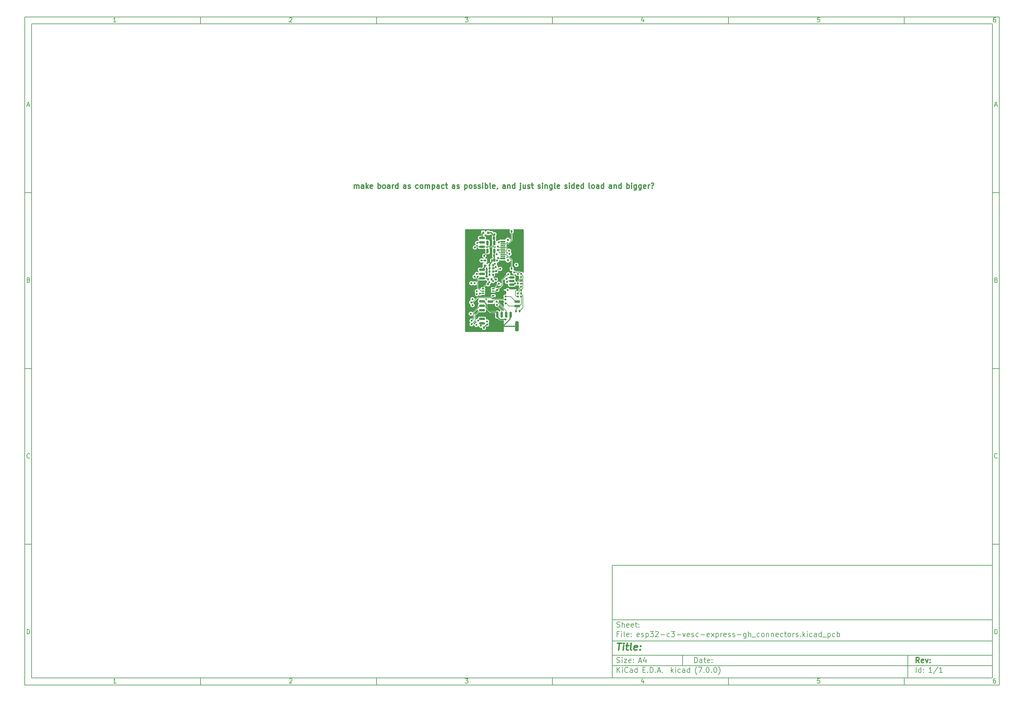
<source format=gbr>
%TF.GenerationSoftware,KiCad,Pcbnew,(7.0.0)*%
%TF.CreationDate,2023-02-27T05:24:13-06:00*%
%TF.ProjectId,esp32-c3-vesc-express-gh_connectors,65737033-322d-4633-932d-766573632d65,rev?*%
%TF.SameCoordinates,Original*%
%TF.FileFunction,Copper,L1,Top*%
%TF.FilePolarity,Positive*%
%FSLAX46Y46*%
G04 Gerber Fmt 4.6, Leading zero omitted, Abs format (unit mm)*
G04 Created by KiCad (PCBNEW (7.0.0)) date 2023-02-27 05:24:13*
%MOMM*%
%LPD*%
G01*
G04 APERTURE LIST*
G04 Aperture macros list*
%AMRoundRect*
0 Rectangle with rounded corners*
0 $1 Rounding radius*
0 $2 $3 $4 $5 $6 $7 $8 $9 X,Y pos of 4 corners*
0 Add a 4 corners polygon primitive as box body*
4,1,4,$2,$3,$4,$5,$6,$7,$8,$9,$2,$3,0*
0 Add four circle primitives for the rounded corners*
1,1,$1+$1,$2,$3*
1,1,$1+$1,$4,$5*
1,1,$1+$1,$6,$7*
1,1,$1+$1,$8,$9*
0 Add four rect primitives between the rounded corners*
20,1,$1+$1,$2,$3,$4,$5,0*
20,1,$1+$1,$4,$5,$6,$7,0*
20,1,$1+$1,$6,$7,$8,$9,0*
20,1,$1+$1,$8,$9,$2,$3,0*%
G04 Aperture macros list end*
%ADD10C,0.100000*%
%ADD11C,0.150000*%
%ADD12C,0.300000*%
%ADD13C,0.400000*%
%TA.AperFunction,NonConductor*%
%ADD14C,0.300000*%
%TD*%
%TA.AperFunction,ComponentPad*%
%ADD15C,0.650000*%
%TD*%
%TA.AperFunction,SMDPad,CuDef*%
%ADD16R,1.450000X1.800000*%
%TD*%
%TA.AperFunction,SMDPad,CuDef*%
%ADD17R,1.200000X1.800000*%
%TD*%
%TA.AperFunction,SMDPad,CuDef*%
%ADD18R,1.450000X0.600000*%
%TD*%
%TA.AperFunction,SMDPad,CuDef*%
%ADD19R,1.450000X0.300000*%
%TD*%
%TA.AperFunction,SMDPad,CuDef*%
%ADD20R,0.500000X0.500000*%
%TD*%
%TA.AperFunction,SMDPad,CuDef*%
%ADD21RoundRect,0.150000X0.150000X0.300000X-0.150000X0.300000X-0.150000X-0.300000X0.150000X-0.300000X0*%
%TD*%
%TA.AperFunction,SMDPad,CuDef*%
%ADD22RoundRect,0.125000X0.125000X0.175000X-0.125000X0.175000X-0.125000X-0.175000X0.125000X-0.175000X0*%
%TD*%
%TA.AperFunction,SMDPad,CuDef*%
%ADD23RoundRect,0.150000X0.150000X0.700000X-0.150000X0.700000X-0.150000X-0.700000X0.150000X-0.700000X0*%
%TD*%
%TA.AperFunction,SMDPad,CuDef*%
%ADD24RoundRect,0.250000X0.250000X1.150000X-0.250000X1.150000X-0.250000X-1.150000X0.250000X-1.150000X0*%
%TD*%
%TA.AperFunction,SMDPad,CuDef*%
%ADD25RoundRect,0.125000X-0.175000X0.125000X-0.175000X-0.125000X0.175000X-0.125000X0.175000X0.125000X0*%
%TD*%
%TA.AperFunction,SMDPad,CuDef*%
%ADD26RoundRect,0.125000X-0.125000X-0.175000X0.125000X-0.175000X0.125000X0.175000X-0.125000X0.175000X0*%
%TD*%
%TA.AperFunction,SMDPad,CuDef*%
%ADD27RoundRect,0.150000X0.700000X-0.150000X0.700000X0.150000X-0.700000X0.150000X-0.700000X-0.150000X0*%
%TD*%
%TA.AperFunction,SMDPad,CuDef*%
%ADD28RoundRect,0.250000X1.150000X-0.250000X1.150000X0.250000X-1.150000X0.250000X-1.150000X-0.250000X0*%
%TD*%
%TA.AperFunction,SMDPad,CuDef*%
%ADD29RoundRect,0.075000X0.325000X0.075000X-0.325000X0.075000X-0.325000X-0.075000X0.325000X-0.075000X0*%
%TD*%
%TA.AperFunction,SMDPad,CuDef*%
%ADD30R,1.700000X2.050000*%
%TD*%
%TA.AperFunction,SMDPad,CuDef*%
%ADD31R,0.600000X0.450000*%
%TD*%
%TA.AperFunction,SMDPad,CuDef*%
%ADD32R,0.600000X0.700000*%
%TD*%
%TA.AperFunction,SMDPad,CuDef*%
%ADD33RoundRect,0.125000X0.175000X-0.125000X0.175000X0.125000X-0.175000X0.125000X-0.175000X-0.125000X0*%
%TD*%
%TA.AperFunction,SMDPad,CuDef*%
%ADD34R,0.700000X0.600000*%
%TD*%
%TA.AperFunction,SMDPad,CuDef*%
%ADD35R,1.600000X0.760000*%
%TD*%
%TA.AperFunction,SMDPad,CuDef*%
%ADD36RoundRect,0.150000X-0.150000X0.512500X-0.150000X-0.512500X0.150000X-0.512500X0.150000X0.512500X0*%
%TD*%
%TA.AperFunction,SMDPad,CuDef*%
%ADD37RoundRect,0.150000X0.625000X-0.150000X0.625000X0.150000X-0.625000X0.150000X-0.625000X-0.150000X0*%
%TD*%
%TA.AperFunction,SMDPad,CuDef*%
%ADD38RoundRect,0.250000X0.650000X-0.350000X0.650000X0.350000X-0.650000X0.350000X-0.650000X-0.350000X0*%
%TD*%
%TA.AperFunction,ViaPad*%
%ADD39C,0.600000*%
%TD*%
%TA.AperFunction,Conductor*%
%ADD40C,0.200000*%
%TD*%
%TA.AperFunction,Conductor*%
%ADD41C,0.300000*%
%TD*%
%TA.AperFunction,Conductor*%
%ADD42C,0.400000*%
%TD*%
G04 APERTURE END LIST*
D10*
D11*
X177002200Y-166007200D02*
X285002200Y-166007200D01*
X285002200Y-198007200D01*
X177002200Y-198007200D01*
X177002200Y-166007200D01*
D10*
D11*
X10000000Y-10000000D02*
X287002200Y-10000000D01*
X287002200Y-200007200D01*
X10000000Y-200007200D01*
X10000000Y-10000000D01*
D10*
D11*
X12000000Y-12000000D02*
X285002200Y-12000000D01*
X285002200Y-198007200D01*
X12000000Y-198007200D01*
X12000000Y-12000000D01*
D10*
D11*
X60000000Y-12000000D02*
X60000000Y-10000000D01*
D10*
D11*
X110000000Y-12000000D02*
X110000000Y-10000000D01*
D10*
D11*
X160000000Y-12000000D02*
X160000000Y-10000000D01*
D10*
D11*
X210000000Y-12000000D02*
X210000000Y-10000000D01*
D10*
D11*
X260000000Y-12000000D02*
X260000000Y-10000000D01*
D10*
D11*
X35990476Y-11477595D02*
X35247619Y-11477595D01*
X35619047Y-11477595D02*
X35619047Y-10177595D01*
X35619047Y-10177595D02*
X35495238Y-10363309D01*
X35495238Y-10363309D02*
X35371428Y-10487119D01*
X35371428Y-10487119D02*
X35247619Y-10549023D01*
D10*
D11*
X85247619Y-10301404D02*
X85309523Y-10239500D01*
X85309523Y-10239500D02*
X85433333Y-10177595D01*
X85433333Y-10177595D02*
X85742857Y-10177595D01*
X85742857Y-10177595D02*
X85866666Y-10239500D01*
X85866666Y-10239500D02*
X85928571Y-10301404D01*
X85928571Y-10301404D02*
X85990476Y-10425214D01*
X85990476Y-10425214D02*
X85990476Y-10549023D01*
X85990476Y-10549023D02*
X85928571Y-10734738D01*
X85928571Y-10734738D02*
X85185714Y-11477595D01*
X85185714Y-11477595D02*
X85990476Y-11477595D01*
D10*
D11*
X135185714Y-10177595D02*
X135990476Y-10177595D01*
X135990476Y-10177595D02*
X135557142Y-10672833D01*
X135557142Y-10672833D02*
X135742857Y-10672833D01*
X135742857Y-10672833D02*
X135866666Y-10734738D01*
X135866666Y-10734738D02*
X135928571Y-10796642D01*
X135928571Y-10796642D02*
X135990476Y-10920452D01*
X135990476Y-10920452D02*
X135990476Y-11229976D01*
X135990476Y-11229976D02*
X135928571Y-11353785D01*
X135928571Y-11353785D02*
X135866666Y-11415690D01*
X135866666Y-11415690D02*
X135742857Y-11477595D01*
X135742857Y-11477595D02*
X135371428Y-11477595D01*
X135371428Y-11477595D02*
X135247619Y-11415690D01*
X135247619Y-11415690D02*
X135185714Y-11353785D01*
D10*
D11*
X185866666Y-10610928D02*
X185866666Y-11477595D01*
X185557142Y-10115690D02*
X185247619Y-11044261D01*
X185247619Y-11044261D02*
X186052380Y-11044261D01*
D10*
D11*
X235928571Y-10177595D02*
X235309523Y-10177595D01*
X235309523Y-10177595D02*
X235247619Y-10796642D01*
X235247619Y-10796642D02*
X235309523Y-10734738D01*
X235309523Y-10734738D02*
X235433333Y-10672833D01*
X235433333Y-10672833D02*
X235742857Y-10672833D01*
X235742857Y-10672833D02*
X235866666Y-10734738D01*
X235866666Y-10734738D02*
X235928571Y-10796642D01*
X235928571Y-10796642D02*
X235990476Y-10920452D01*
X235990476Y-10920452D02*
X235990476Y-11229976D01*
X235990476Y-11229976D02*
X235928571Y-11353785D01*
X235928571Y-11353785D02*
X235866666Y-11415690D01*
X235866666Y-11415690D02*
X235742857Y-11477595D01*
X235742857Y-11477595D02*
X235433333Y-11477595D01*
X235433333Y-11477595D02*
X235309523Y-11415690D01*
X235309523Y-11415690D02*
X235247619Y-11353785D01*
D10*
D11*
X285866666Y-10177595D02*
X285619047Y-10177595D01*
X285619047Y-10177595D02*
X285495238Y-10239500D01*
X285495238Y-10239500D02*
X285433333Y-10301404D01*
X285433333Y-10301404D02*
X285309523Y-10487119D01*
X285309523Y-10487119D02*
X285247619Y-10734738D01*
X285247619Y-10734738D02*
X285247619Y-11229976D01*
X285247619Y-11229976D02*
X285309523Y-11353785D01*
X285309523Y-11353785D02*
X285371428Y-11415690D01*
X285371428Y-11415690D02*
X285495238Y-11477595D01*
X285495238Y-11477595D02*
X285742857Y-11477595D01*
X285742857Y-11477595D02*
X285866666Y-11415690D01*
X285866666Y-11415690D02*
X285928571Y-11353785D01*
X285928571Y-11353785D02*
X285990476Y-11229976D01*
X285990476Y-11229976D02*
X285990476Y-10920452D01*
X285990476Y-10920452D02*
X285928571Y-10796642D01*
X285928571Y-10796642D02*
X285866666Y-10734738D01*
X285866666Y-10734738D02*
X285742857Y-10672833D01*
X285742857Y-10672833D02*
X285495238Y-10672833D01*
X285495238Y-10672833D02*
X285371428Y-10734738D01*
X285371428Y-10734738D02*
X285309523Y-10796642D01*
X285309523Y-10796642D02*
X285247619Y-10920452D01*
D10*
D11*
X60000000Y-198007200D02*
X60000000Y-200007200D01*
D10*
D11*
X110000000Y-198007200D02*
X110000000Y-200007200D01*
D10*
D11*
X160000000Y-198007200D02*
X160000000Y-200007200D01*
D10*
D11*
X210000000Y-198007200D02*
X210000000Y-200007200D01*
D10*
D11*
X260000000Y-198007200D02*
X260000000Y-200007200D01*
D10*
D11*
X35990476Y-199484795D02*
X35247619Y-199484795D01*
X35619047Y-199484795D02*
X35619047Y-198184795D01*
X35619047Y-198184795D02*
X35495238Y-198370509D01*
X35495238Y-198370509D02*
X35371428Y-198494319D01*
X35371428Y-198494319D02*
X35247619Y-198556223D01*
D10*
D11*
X85247619Y-198308604D02*
X85309523Y-198246700D01*
X85309523Y-198246700D02*
X85433333Y-198184795D01*
X85433333Y-198184795D02*
X85742857Y-198184795D01*
X85742857Y-198184795D02*
X85866666Y-198246700D01*
X85866666Y-198246700D02*
X85928571Y-198308604D01*
X85928571Y-198308604D02*
X85990476Y-198432414D01*
X85990476Y-198432414D02*
X85990476Y-198556223D01*
X85990476Y-198556223D02*
X85928571Y-198741938D01*
X85928571Y-198741938D02*
X85185714Y-199484795D01*
X85185714Y-199484795D02*
X85990476Y-199484795D01*
D10*
D11*
X135185714Y-198184795D02*
X135990476Y-198184795D01*
X135990476Y-198184795D02*
X135557142Y-198680033D01*
X135557142Y-198680033D02*
X135742857Y-198680033D01*
X135742857Y-198680033D02*
X135866666Y-198741938D01*
X135866666Y-198741938D02*
X135928571Y-198803842D01*
X135928571Y-198803842D02*
X135990476Y-198927652D01*
X135990476Y-198927652D02*
X135990476Y-199237176D01*
X135990476Y-199237176D02*
X135928571Y-199360985D01*
X135928571Y-199360985D02*
X135866666Y-199422890D01*
X135866666Y-199422890D02*
X135742857Y-199484795D01*
X135742857Y-199484795D02*
X135371428Y-199484795D01*
X135371428Y-199484795D02*
X135247619Y-199422890D01*
X135247619Y-199422890D02*
X135185714Y-199360985D01*
D10*
D11*
X185866666Y-198618128D02*
X185866666Y-199484795D01*
X185557142Y-198122890D02*
X185247619Y-199051461D01*
X185247619Y-199051461D02*
X186052380Y-199051461D01*
D10*
D11*
X235928571Y-198184795D02*
X235309523Y-198184795D01*
X235309523Y-198184795D02*
X235247619Y-198803842D01*
X235247619Y-198803842D02*
X235309523Y-198741938D01*
X235309523Y-198741938D02*
X235433333Y-198680033D01*
X235433333Y-198680033D02*
X235742857Y-198680033D01*
X235742857Y-198680033D02*
X235866666Y-198741938D01*
X235866666Y-198741938D02*
X235928571Y-198803842D01*
X235928571Y-198803842D02*
X235990476Y-198927652D01*
X235990476Y-198927652D02*
X235990476Y-199237176D01*
X235990476Y-199237176D02*
X235928571Y-199360985D01*
X235928571Y-199360985D02*
X235866666Y-199422890D01*
X235866666Y-199422890D02*
X235742857Y-199484795D01*
X235742857Y-199484795D02*
X235433333Y-199484795D01*
X235433333Y-199484795D02*
X235309523Y-199422890D01*
X235309523Y-199422890D02*
X235247619Y-199360985D01*
D10*
D11*
X285866666Y-198184795D02*
X285619047Y-198184795D01*
X285619047Y-198184795D02*
X285495238Y-198246700D01*
X285495238Y-198246700D02*
X285433333Y-198308604D01*
X285433333Y-198308604D02*
X285309523Y-198494319D01*
X285309523Y-198494319D02*
X285247619Y-198741938D01*
X285247619Y-198741938D02*
X285247619Y-199237176D01*
X285247619Y-199237176D02*
X285309523Y-199360985D01*
X285309523Y-199360985D02*
X285371428Y-199422890D01*
X285371428Y-199422890D02*
X285495238Y-199484795D01*
X285495238Y-199484795D02*
X285742857Y-199484795D01*
X285742857Y-199484795D02*
X285866666Y-199422890D01*
X285866666Y-199422890D02*
X285928571Y-199360985D01*
X285928571Y-199360985D02*
X285990476Y-199237176D01*
X285990476Y-199237176D02*
X285990476Y-198927652D01*
X285990476Y-198927652D02*
X285928571Y-198803842D01*
X285928571Y-198803842D02*
X285866666Y-198741938D01*
X285866666Y-198741938D02*
X285742857Y-198680033D01*
X285742857Y-198680033D02*
X285495238Y-198680033D01*
X285495238Y-198680033D02*
X285371428Y-198741938D01*
X285371428Y-198741938D02*
X285309523Y-198803842D01*
X285309523Y-198803842D02*
X285247619Y-198927652D01*
D10*
D11*
X10000000Y-60000000D02*
X12000000Y-60000000D01*
D10*
D11*
X10000000Y-110000000D02*
X12000000Y-110000000D01*
D10*
D11*
X10000000Y-160000000D02*
X12000000Y-160000000D01*
D10*
D11*
X10690476Y-35106166D02*
X11309523Y-35106166D01*
X10566666Y-35477595D02*
X10999999Y-34177595D01*
X10999999Y-34177595D02*
X11433333Y-35477595D01*
D10*
D11*
X11092857Y-84796642D02*
X11278571Y-84858547D01*
X11278571Y-84858547D02*
X11340476Y-84920452D01*
X11340476Y-84920452D02*
X11402380Y-85044261D01*
X11402380Y-85044261D02*
X11402380Y-85229976D01*
X11402380Y-85229976D02*
X11340476Y-85353785D01*
X11340476Y-85353785D02*
X11278571Y-85415690D01*
X11278571Y-85415690D02*
X11154761Y-85477595D01*
X11154761Y-85477595D02*
X10659523Y-85477595D01*
X10659523Y-85477595D02*
X10659523Y-84177595D01*
X10659523Y-84177595D02*
X11092857Y-84177595D01*
X11092857Y-84177595D02*
X11216666Y-84239500D01*
X11216666Y-84239500D02*
X11278571Y-84301404D01*
X11278571Y-84301404D02*
X11340476Y-84425214D01*
X11340476Y-84425214D02*
X11340476Y-84549023D01*
X11340476Y-84549023D02*
X11278571Y-84672833D01*
X11278571Y-84672833D02*
X11216666Y-84734738D01*
X11216666Y-84734738D02*
X11092857Y-84796642D01*
X11092857Y-84796642D02*
X10659523Y-84796642D01*
D10*
D11*
X11402380Y-135353785D02*
X11340476Y-135415690D01*
X11340476Y-135415690D02*
X11154761Y-135477595D01*
X11154761Y-135477595D02*
X11030952Y-135477595D01*
X11030952Y-135477595D02*
X10845238Y-135415690D01*
X10845238Y-135415690D02*
X10721428Y-135291880D01*
X10721428Y-135291880D02*
X10659523Y-135168071D01*
X10659523Y-135168071D02*
X10597619Y-134920452D01*
X10597619Y-134920452D02*
X10597619Y-134734738D01*
X10597619Y-134734738D02*
X10659523Y-134487119D01*
X10659523Y-134487119D02*
X10721428Y-134363309D01*
X10721428Y-134363309D02*
X10845238Y-134239500D01*
X10845238Y-134239500D02*
X11030952Y-134177595D01*
X11030952Y-134177595D02*
X11154761Y-134177595D01*
X11154761Y-134177595D02*
X11340476Y-134239500D01*
X11340476Y-134239500D02*
X11402380Y-134301404D01*
D10*
D11*
X10659523Y-185477595D02*
X10659523Y-184177595D01*
X10659523Y-184177595D02*
X10969047Y-184177595D01*
X10969047Y-184177595D02*
X11154761Y-184239500D01*
X11154761Y-184239500D02*
X11278571Y-184363309D01*
X11278571Y-184363309D02*
X11340476Y-184487119D01*
X11340476Y-184487119D02*
X11402380Y-184734738D01*
X11402380Y-184734738D02*
X11402380Y-184920452D01*
X11402380Y-184920452D02*
X11340476Y-185168071D01*
X11340476Y-185168071D02*
X11278571Y-185291880D01*
X11278571Y-185291880D02*
X11154761Y-185415690D01*
X11154761Y-185415690D02*
X10969047Y-185477595D01*
X10969047Y-185477595D02*
X10659523Y-185477595D01*
D10*
D11*
X287002200Y-60000000D02*
X285002200Y-60000000D01*
D10*
D11*
X287002200Y-110000000D02*
X285002200Y-110000000D01*
D10*
D11*
X287002200Y-160000000D02*
X285002200Y-160000000D01*
D10*
D11*
X285692676Y-35106166D02*
X286311723Y-35106166D01*
X285568866Y-35477595D02*
X286002199Y-34177595D01*
X286002199Y-34177595D02*
X286435533Y-35477595D01*
D10*
D11*
X286095057Y-84796642D02*
X286280771Y-84858547D01*
X286280771Y-84858547D02*
X286342676Y-84920452D01*
X286342676Y-84920452D02*
X286404580Y-85044261D01*
X286404580Y-85044261D02*
X286404580Y-85229976D01*
X286404580Y-85229976D02*
X286342676Y-85353785D01*
X286342676Y-85353785D02*
X286280771Y-85415690D01*
X286280771Y-85415690D02*
X286156961Y-85477595D01*
X286156961Y-85477595D02*
X285661723Y-85477595D01*
X285661723Y-85477595D02*
X285661723Y-84177595D01*
X285661723Y-84177595D02*
X286095057Y-84177595D01*
X286095057Y-84177595D02*
X286218866Y-84239500D01*
X286218866Y-84239500D02*
X286280771Y-84301404D01*
X286280771Y-84301404D02*
X286342676Y-84425214D01*
X286342676Y-84425214D02*
X286342676Y-84549023D01*
X286342676Y-84549023D02*
X286280771Y-84672833D01*
X286280771Y-84672833D02*
X286218866Y-84734738D01*
X286218866Y-84734738D02*
X286095057Y-84796642D01*
X286095057Y-84796642D02*
X285661723Y-84796642D01*
D10*
D11*
X286404580Y-135353785D02*
X286342676Y-135415690D01*
X286342676Y-135415690D02*
X286156961Y-135477595D01*
X286156961Y-135477595D02*
X286033152Y-135477595D01*
X286033152Y-135477595D02*
X285847438Y-135415690D01*
X285847438Y-135415690D02*
X285723628Y-135291880D01*
X285723628Y-135291880D02*
X285661723Y-135168071D01*
X285661723Y-135168071D02*
X285599819Y-134920452D01*
X285599819Y-134920452D02*
X285599819Y-134734738D01*
X285599819Y-134734738D02*
X285661723Y-134487119D01*
X285661723Y-134487119D02*
X285723628Y-134363309D01*
X285723628Y-134363309D02*
X285847438Y-134239500D01*
X285847438Y-134239500D02*
X286033152Y-134177595D01*
X286033152Y-134177595D02*
X286156961Y-134177595D01*
X286156961Y-134177595D02*
X286342676Y-134239500D01*
X286342676Y-134239500D02*
X286404580Y-134301404D01*
D10*
D11*
X285661723Y-185477595D02*
X285661723Y-184177595D01*
X285661723Y-184177595D02*
X285971247Y-184177595D01*
X285971247Y-184177595D02*
X286156961Y-184239500D01*
X286156961Y-184239500D02*
X286280771Y-184363309D01*
X286280771Y-184363309D02*
X286342676Y-184487119D01*
X286342676Y-184487119D02*
X286404580Y-184734738D01*
X286404580Y-184734738D02*
X286404580Y-184920452D01*
X286404580Y-184920452D02*
X286342676Y-185168071D01*
X286342676Y-185168071D02*
X286280771Y-185291880D01*
X286280771Y-185291880D02*
X286156961Y-185415690D01*
X286156961Y-185415690D02*
X285971247Y-185477595D01*
X285971247Y-185477595D02*
X285661723Y-185477595D01*
D10*
D11*
X200359342Y-193658271D02*
X200359342Y-192158271D01*
X200359342Y-192158271D02*
X200716485Y-192158271D01*
X200716485Y-192158271D02*
X200930771Y-192229700D01*
X200930771Y-192229700D02*
X201073628Y-192372557D01*
X201073628Y-192372557D02*
X201145057Y-192515414D01*
X201145057Y-192515414D02*
X201216485Y-192801128D01*
X201216485Y-192801128D02*
X201216485Y-193015414D01*
X201216485Y-193015414D02*
X201145057Y-193301128D01*
X201145057Y-193301128D02*
X201073628Y-193443985D01*
X201073628Y-193443985D02*
X200930771Y-193586842D01*
X200930771Y-193586842D02*
X200716485Y-193658271D01*
X200716485Y-193658271D02*
X200359342Y-193658271D01*
X202502200Y-193658271D02*
X202502200Y-192872557D01*
X202502200Y-192872557D02*
X202430771Y-192729700D01*
X202430771Y-192729700D02*
X202287914Y-192658271D01*
X202287914Y-192658271D02*
X202002200Y-192658271D01*
X202002200Y-192658271D02*
X201859342Y-192729700D01*
X202502200Y-193586842D02*
X202359342Y-193658271D01*
X202359342Y-193658271D02*
X202002200Y-193658271D01*
X202002200Y-193658271D02*
X201859342Y-193586842D01*
X201859342Y-193586842D02*
X201787914Y-193443985D01*
X201787914Y-193443985D02*
X201787914Y-193301128D01*
X201787914Y-193301128D02*
X201859342Y-193158271D01*
X201859342Y-193158271D02*
X202002200Y-193086842D01*
X202002200Y-193086842D02*
X202359342Y-193086842D01*
X202359342Y-193086842D02*
X202502200Y-193015414D01*
X203002200Y-192658271D02*
X203573628Y-192658271D01*
X203216485Y-192158271D02*
X203216485Y-193443985D01*
X203216485Y-193443985D02*
X203287914Y-193586842D01*
X203287914Y-193586842D02*
X203430771Y-193658271D01*
X203430771Y-193658271D02*
X203573628Y-193658271D01*
X204645057Y-193586842D02*
X204502200Y-193658271D01*
X204502200Y-193658271D02*
X204216486Y-193658271D01*
X204216486Y-193658271D02*
X204073628Y-193586842D01*
X204073628Y-193586842D02*
X204002200Y-193443985D01*
X204002200Y-193443985D02*
X204002200Y-192872557D01*
X204002200Y-192872557D02*
X204073628Y-192729700D01*
X204073628Y-192729700D02*
X204216486Y-192658271D01*
X204216486Y-192658271D02*
X204502200Y-192658271D01*
X204502200Y-192658271D02*
X204645057Y-192729700D01*
X204645057Y-192729700D02*
X204716486Y-192872557D01*
X204716486Y-192872557D02*
X204716486Y-193015414D01*
X204716486Y-193015414D02*
X204002200Y-193158271D01*
X205359342Y-193515414D02*
X205430771Y-193586842D01*
X205430771Y-193586842D02*
X205359342Y-193658271D01*
X205359342Y-193658271D02*
X205287914Y-193586842D01*
X205287914Y-193586842D02*
X205359342Y-193515414D01*
X205359342Y-193515414D02*
X205359342Y-193658271D01*
X205359342Y-192729700D02*
X205430771Y-192801128D01*
X205430771Y-192801128D02*
X205359342Y-192872557D01*
X205359342Y-192872557D02*
X205287914Y-192801128D01*
X205287914Y-192801128D02*
X205359342Y-192729700D01*
X205359342Y-192729700D02*
X205359342Y-192872557D01*
D10*
D11*
X177002200Y-194507200D02*
X285002200Y-194507200D01*
D10*
D11*
X178359342Y-196458271D02*
X178359342Y-194958271D01*
X179216485Y-196458271D02*
X178573628Y-195601128D01*
X179216485Y-194958271D02*
X178359342Y-195815414D01*
X179859342Y-196458271D02*
X179859342Y-195458271D01*
X179859342Y-194958271D02*
X179787914Y-195029700D01*
X179787914Y-195029700D02*
X179859342Y-195101128D01*
X179859342Y-195101128D02*
X179930771Y-195029700D01*
X179930771Y-195029700D02*
X179859342Y-194958271D01*
X179859342Y-194958271D02*
X179859342Y-195101128D01*
X181430771Y-196315414D02*
X181359343Y-196386842D01*
X181359343Y-196386842D02*
X181145057Y-196458271D01*
X181145057Y-196458271D02*
X181002200Y-196458271D01*
X181002200Y-196458271D02*
X180787914Y-196386842D01*
X180787914Y-196386842D02*
X180645057Y-196243985D01*
X180645057Y-196243985D02*
X180573628Y-196101128D01*
X180573628Y-196101128D02*
X180502200Y-195815414D01*
X180502200Y-195815414D02*
X180502200Y-195601128D01*
X180502200Y-195601128D02*
X180573628Y-195315414D01*
X180573628Y-195315414D02*
X180645057Y-195172557D01*
X180645057Y-195172557D02*
X180787914Y-195029700D01*
X180787914Y-195029700D02*
X181002200Y-194958271D01*
X181002200Y-194958271D02*
X181145057Y-194958271D01*
X181145057Y-194958271D02*
X181359343Y-195029700D01*
X181359343Y-195029700D02*
X181430771Y-195101128D01*
X182716486Y-196458271D02*
X182716486Y-195672557D01*
X182716486Y-195672557D02*
X182645057Y-195529700D01*
X182645057Y-195529700D02*
X182502200Y-195458271D01*
X182502200Y-195458271D02*
X182216486Y-195458271D01*
X182216486Y-195458271D02*
X182073628Y-195529700D01*
X182716486Y-196386842D02*
X182573628Y-196458271D01*
X182573628Y-196458271D02*
X182216486Y-196458271D01*
X182216486Y-196458271D02*
X182073628Y-196386842D01*
X182073628Y-196386842D02*
X182002200Y-196243985D01*
X182002200Y-196243985D02*
X182002200Y-196101128D01*
X182002200Y-196101128D02*
X182073628Y-195958271D01*
X182073628Y-195958271D02*
X182216486Y-195886842D01*
X182216486Y-195886842D02*
X182573628Y-195886842D01*
X182573628Y-195886842D02*
X182716486Y-195815414D01*
X184073629Y-196458271D02*
X184073629Y-194958271D01*
X184073629Y-196386842D02*
X183930771Y-196458271D01*
X183930771Y-196458271D02*
X183645057Y-196458271D01*
X183645057Y-196458271D02*
X183502200Y-196386842D01*
X183502200Y-196386842D02*
X183430771Y-196315414D01*
X183430771Y-196315414D02*
X183359343Y-196172557D01*
X183359343Y-196172557D02*
X183359343Y-195743985D01*
X183359343Y-195743985D02*
X183430771Y-195601128D01*
X183430771Y-195601128D02*
X183502200Y-195529700D01*
X183502200Y-195529700D02*
X183645057Y-195458271D01*
X183645057Y-195458271D02*
X183930771Y-195458271D01*
X183930771Y-195458271D02*
X184073629Y-195529700D01*
X185687914Y-195672557D02*
X186187914Y-195672557D01*
X186402200Y-196458271D02*
X185687914Y-196458271D01*
X185687914Y-196458271D02*
X185687914Y-194958271D01*
X185687914Y-194958271D02*
X186402200Y-194958271D01*
X187045057Y-196315414D02*
X187116486Y-196386842D01*
X187116486Y-196386842D02*
X187045057Y-196458271D01*
X187045057Y-196458271D02*
X186973629Y-196386842D01*
X186973629Y-196386842D02*
X187045057Y-196315414D01*
X187045057Y-196315414D02*
X187045057Y-196458271D01*
X187759343Y-196458271D02*
X187759343Y-194958271D01*
X187759343Y-194958271D02*
X188116486Y-194958271D01*
X188116486Y-194958271D02*
X188330772Y-195029700D01*
X188330772Y-195029700D02*
X188473629Y-195172557D01*
X188473629Y-195172557D02*
X188545058Y-195315414D01*
X188545058Y-195315414D02*
X188616486Y-195601128D01*
X188616486Y-195601128D02*
X188616486Y-195815414D01*
X188616486Y-195815414D02*
X188545058Y-196101128D01*
X188545058Y-196101128D02*
X188473629Y-196243985D01*
X188473629Y-196243985D02*
X188330772Y-196386842D01*
X188330772Y-196386842D02*
X188116486Y-196458271D01*
X188116486Y-196458271D02*
X187759343Y-196458271D01*
X189259343Y-196315414D02*
X189330772Y-196386842D01*
X189330772Y-196386842D02*
X189259343Y-196458271D01*
X189259343Y-196458271D02*
X189187915Y-196386842D01*
X189187915Y-196386842D02*
X189259343Y-196315414D01*
X189259343Y-196315414D02*
X189259343Y-196458271D01*
X189902201Y-196029700D02*
X190616487Y-196029700D01*
X189759344Y-196458271D02*
X190259344Y-194958271D01*
X190259344Y-194958271D02*
X190759344Y-196458271D01*
X191259343Y-196315414D02*
X191330772Y-196386842D01*
X191330772Y-196386842D02*
X191259343Y-196458271D01*
X191259343Y-196458271D02*
X191187915Y-196386842D01*
X191187915Y-196386842D02*
X191259343Y-196315414D01*
X191259343Y-196315414D02*
X191259343Y-196458271D01*
X193773629Y-196458271D02*
X193773629Y-194958271D01*
X193916487Y-195886842D02*
X194345058Y-196458271D01*
X194345058Y-195458271D02*
X193773629Y-196029700D01*
X194987915Y-196458271D02*
X194987915Y-195458271D01*
X194987915Y-194958271D02*
X194916487Y-195029700D01*
X194916487Y-195029700D02*
X194987915Y-195101128D01*
X194987915Y-195101128D02*
X195059344Y-195029700D01*
X195059344Y-195029700D02*
X194987915Y-194958271D01*
X194987915Y-194958271D02*
X194987915Y-195101128D01*
X196345059Y-196386842D02*
X196202201Y-196458271D01*
X196202201Y-196458271D02*
X195916487Y-196458271D01*
X195916487Y-196458271D02*
X195773630Y-196386842D01*
X195773630Y-196386842D02*
X195702201Y-196315414D01*
X195702201Y-196315414D02*
X195630773Y-196172557D01*
X195630773Y-196172557D02*
X195630773Y-195743985D01*
X195630773Y-195743985D02*
X195702201Y-195601128D01*
X195702201Y-195601128D02*
X195773630Y-195529700D01*
X195773630Y-195529700D02*
X195916487Y-195458271D01*
X195916487Y-195458271D02*
X196202201Y-195458271D01*
X196202201Y-195458271D02*
X196345059Y-195529700D01*
X197630773Y-196458271D02*
X197630773Y-195672557D01*
X197630773Y-195672557D02*
X197559344Y-195529700D01*
X197559344Y-195529700D02*
X197416487Y-195458271D01*
X197416487Y-195458271D02*
X197130773Y-195458271D01*
X197130773Y-195458271D02*
X196987915Y-195529700D01*
X197630773Y-196386842D02*
X197487915Y-196458271D01*
X197487915Y-196458271D02*
X197130773Y-196458271D01*
X197130773Y-196458271D02*
X196987915Y-196386842D01*
X196987915Y-196386842D02*
X196916487Y-196243985D01*
X196916487Y-196243985D02*
X196916487Y-196101128D01*
X196916487Y-196101128D02*
X196987915Y-195958271D01*
X196987915Y-195958271D02*
X197130773Y-195886842D01*
X197130773Y-195886842D02*
X197487915Y-195886842D01*
X197487915Y-195886842D02*
X197630773Y-195815414D01*
X198987916Y-196458271D02*
X198987916Y-194958271D01*
X198987916Y-196386842D02*
X198845058Y-196458271D01*
X198845058Y-196458271D02*
X198559344Y-196458271D01*
X198559344Y-196458271D02*
X198416487Y-196386842D01*
X198416487Y-196386842D02*
X198345058Y-196315414D01*
X198345058Y-196315414D02*
X198273630Y-196172557D01*
X198273630Y-196172557D02*
X198273630Y-195743985D01*
X198273630Y-195743985D02*
X198345058Y-195601128D01*
X198345058Y-195601128D02*
X198416487Y-195529700D01*
X198416487Y-195529700D02*
X198559344Y-195458271D01*
X198559344Y-195458271D02*
X198845058Y-195458271D01*
X198845058Y-195458271D02*
X198987916Y-195529700D01*
X201030773Y-197029700D02*
X200959344Y-196958271D01*
X200959344Y-196958271D02*
X200816487Y-196743985D01*
X200816487Y-196743985D02*
X200745059Y-196601128D01*
X200745059Y-196601128D02*
X200673630Y-196386842D01*
X200673630Y-196386842D02*
X200602201Y-196029700D01*
X200602201Y-196029700D02*
X200602201Y-195743985D01*
X200602201Y-195743985D02*
X200673630Y-195386842D01*
X200673630Y-195386842D02*
X200745059Y-195172557D01*
X200745059Y-195172557D02*
X200816487Y-195029700D01*
X200816487Y-195029700D02*
X200959344Y-194815414D01*
X200959344Y-194815414D02*
X201030773Y-194743985D01*
X201459344Y-194958271D02*
X202459344Y-194958271D01*
X202459344Y-194958271D02*
X201816487Y-196458271D01*
X203030772Y-196315414D02*
X203102201Y-196386842D01*
X203102201Y-196386842D02*
X203030772Y-196458271D01*
X203030772Y-196458271D02*
X202959344Y-196386842D01*
X202959344Y-196386842D02*
X203030772Y-196315414D01*
X203030772Y-196315414D02*
X203030772Y-196458271D01*
X204030773Y-194958271D02*
X204173630Y-194958271D01*
X204173630Y-194958271D02*
X204316487Y-195029700D01*
X204316487Y-195029700D02*
X204387916Y-195101128D01*
X204387916Y-195101128D02*
X204459344Y-195243985D01*
X204459344Y-195243985D02*
X204530773Y-195529700D01*
X204530773Y-195529700D02*
X204530773Y-195886842D01*
X204530773Y-195886842D02*
X204459344Y-196172557D01*
X204459344Y-196172557D02*
X204387916Y-196315414D01*
X204387916Y-196315414D02*
X204316487Y-196386842D01*
X204316487Y-196386842D02*
X204173630Y-196458271D01*
X204173630Y-196458271D02*
X204030773Y-196458271D01*
X204030773Y-196458271D02*
X203887916Y-196386842D01*
X203887916Y-196386842D02*
X203816487Y-196315414D01*
X203816487Y-196315414D02*
X203745058Y-196172557D01*
X203745058Y-196172557D02*
X203673630Y-195886842D01*
X203673630Y-195886842D02*
X203673630Y-195529700D01*
X203673630Y-195529700D02*
X203745058Y-195243985D01*
X203745058Y-195243985D02*
X203816487Y-195101128D01*
X203816487Y-195101128D02*
X203887916Y-195029700D01*
X203887916Y-195029700D02*
X204030773Y-194958271D01*
X205173629Y-196315414D02*
X205245058Y-196386842D01*
X205245058Y-196386842D02*
X205173629Y-196458271D01*
X205173629Y-196458271D02*
X205102201Y-196386842D01*
X205102201Y-196386842D02*
X205173629Y-196315414D01*
X205173629Y-196315414D02*
X205173629Y-196458271D01*
X206173630Y-194958271D02*
X206316487Y-194958271D01*
X206316487Y-194958271D02*
X206459344Y-195029700D01*
X206459344Y-195029700D02*
X206530773Y-195101128D01*
X206530773Y-195101128D02*
X206602201Y-195243985D01*
X206602201Y-195243985D02*
X206673630Y-195529700D01*
X206673630Y-195529700D02*
X206673630Y-195886842D01*
X206673630Y-195886842D02*
X206602201Y-196172557D01*
X206602201Y-196172557D02*
X206530773Y-196315414D01*
X206530773Y-196315414D02*
X206459344Y-196386842D01*
X206459344Y-196386842D02*
X206316487Y-196458271D01*
X206316487Y-196458271D02*
X206173630Y-196458271D01*
X206173630Y-196458271D02*
X206030773Y-196386842D01*
X206030773Y-196386842D02*
X205959344Y-196315414D01*
X205959344Y-196315414D02*
X205887915Y-196172557D01*
X205887915Y-196172557D02*
X205816487Y-195886842D01*
X205816487Y-195886842D02*
X205816487Y-195529700D01*
X205816487Y-195529700D02*
X205887915Y-195243985D01*
X205887915Y-195243985D02*
X205959344Y-195101128D01*
X205959344Y-195101128D02*
X206030773Y-195029700D01*
X206030773Y-195029700D02*
X206173630Y-194958271D01*
X207173629Y-197029700D02*
X207245058Y-196958271D01*
X207245058Y-196958271D02*
X207387915Y-196743985D01*
X207387915Y-196743985D02*
X207459344Y-196601128D01*
X207459344Y-196601128D02*
X207530772Y-196386842D01*
X207530772Y-196386842D02*
X207602201Y-196029700D01*
X207602201Y-196029700D02*
X207602201Y-195743985D01*
X207602201Y-195743985D02*
X207530772Y-195386842D01*
X207530772Y-195386842D02*
X207459344Y-195172557D01*
X207459344Y-195172557D02*
X207387915Y-195029700D01*
X207387915Y-195029700D02*
X207245058Y-194815414D01*
X207245058Y-194815414D02*
X207173629Y-194743985D01*
D10*
D11*
X177002200Y-191507200D02*
X285002200Y-191507200D01*
D10*
D12*
X264216485Y-193658271D02*
X263716485Y-192943985D01*
X263359342Y-193658271D02*
X263359342Y-192158271D01*
X263359342Y-192158271D02*
X263930771Y-192158271D01*
X263930771Y-192158271D02*
X264073628Y-192229700D01*
X264073628Y-192229700D02*
X264145057Y-192301128D01*
X264145057Y-192301128D02*
X264216485Y-192443985D01*
X264216485Y-192443985D02*
X264216485Y-192658271D01*
X264216485Y-192658271D02*
X264145057Y-192801128D01*
X264145057Y-192801128D02*
X264073628Y-192872557D01*
X264073628Y-192872557D02*
X263930771Y-192943985D01*
X263930771Y-192943985D02*
X263359342Y-192943985D01*
X265430771Y-193586842D02*
X265287914Y-193658271D01*
X265287914Y-193658271D02*
X265002200Y-193658271D01*
X265002200Y-193658271D02*
X264859342Y-193586842D01*
X264859342Y-193586842D02*
X264787914Y-193443985D01*
X264787914Y-193443985D02*
X264787914Y-192872557D01*
X264787914Y-192872557D02*
X264859342Y-192729700D01*
X264859342Y-192729700D02*
X265002200Y-192658271D01*
X265002200Y-192658271D02*
X265287914Y-192658271D01*
X265287914Y-192658271D02*
X265430771Y-192729700D01*
X265430771Y-192729700D02*
X265502200Y-192872557D01*
X265502200Y-192872557D02*
X265502200Y-193015414D01*
X265502200Y-193015414D02*
X264787914Y-193158271D01*
X266002199Y-192658271D02*
X266359342Y-193658271D01*
X266359342Y-193658271D02*
X266716485Y-192658271D01*
X267287913Y-193515414D02*
X267359342Y-193586842D01*
X267359342Y-193586842D02*
X267287913Y-193658271D01*
X267287913Y-193658271D02*
X267216485Y-193586842D01*
X267216485Y-193586842D02*
X267287913Y-193515414D01*
X267287913Y-193515414D02*
X267287913Y-193658271D01*
X267287913Y-192729700D02*
X267359342Y-192801128D01*
X267359342Y-192801128D02*
X267287913Y-192872557D01*
X267287913Y-192872557D02*
X267216485Y-192801128D01*
X267216485Y-192801128D02*
X267287913Y-192729700D01*
X267287913Y-192729700D02*
X267287913Y-192872557D01*
D10*
D11*
X178287914Y-193586842D02*
X178502200Y-193658271D01*
X178502200Y-193658271D02*
X178859342Y-193658271D01*
X178859342Y-193658271D02*
X179002200Y-193586842D01*
X179002200Y-193586842D02*
X179073628Y-193515414D01*
X179073628Y-193515414D02*
X179145057Y-193372557D01*
X179145057Y-193372557D02*
X179145057Y-193229700D01*
X179145057Y-193229700D02*
X179073628Y-193086842D01*
X179073628Y-193086842D02*
X179002200Y-193015414D01*
X179002200Y-193015414D02*
X178859342Y-192943985D01*
X178859342Y-192943985D02*
X178573628Y-192872557D01*
X178573628Y-192872557D02*
X178430771Y-192801128D01*
X178430771Y-192801128D02*
X178359342Y-192729700D01*
X178359342Y-192729700D02*
X178287914Y-192586842D01*
X178287914Y-192586842D02*
X178287914Y-192443985D01*
X178287914Y-192443985D02*
X178359342Y-192301128D01*
X178359342Y-192301128D02*
X178430771Y-192229700D01*
X178430771Y-192229700D02*
X178573628Y-192158271D01*
X178573628Y-192158271D02*
X178930771Y-192158271D01*
X178930771Y-192158271D02*
X179145057Y-192229700D01*
X179787913Y-193658271D02*
X179787913Y-192658271D01*
X179787913Y-192158271D02*
X179716485Y-192229700D01*
X179716485Y-192229700D02*
X179787913Y-192301128D01*
X179787913Y-192301128D02*
X179859342Y-192229700D01*
X179859342Y-192229700D02*
X179787913Y-192158271D01*
X179787913Y-192158271D02*
X179787913Y-192301128D01*
X180359342Y-192658271D02*
X181145057Y-192658271D01*
X181145057Y-192658271D02*
X180359342Y-193658271D01*
X180359342Y-193658271D02*
X181145057Y-193658271D01*
X182287914Y-193586842D02*
X182145057Y-193658271D01*
X182145057Y-193658271D02*
X181859343Y-193658271D01*
X181859343Y-193658271D02*
X181716485Y-193586842D01*
X181716485Y-193586842D02*
X181645057Y-193443985D01*
X181645057Y-193443985D02*
X181645057Y-192872557D01*
X181645057Y-192872557D02*
X181716485Y-192729700D01*
X181716485Y-192729700D02*
X181859343Y-192658271D01*
X181859343Y-192658271D02*
X182145057Y-192658271D01*
X182145057Y-192658271D02*
X182287914Y-192729700D01*
X182287914Y-192729700D02*
X182359343Y-192872557D01*
X182359343Y-192872557D02*
X182359343Y-193015414D01*
X182359343Y-193015414D02*
X181645057Y-193158271D01*
X183002199Y-193515414D02*
X183073628Y-193586842D01*
X183073628Y-193586842D02*
X183002199Y-193658271D01*
X183002199Y-193658271D02*
X182930771Y-193586842D01*
X182930771Y-193586842D02*
X183002199Y-193515414D01*
X183002199Y-193515414D02*
X183002199Y-193658271D01*
X183002199Y-192729700D02*
X183073628Y-192801128D01*
X183073628Y-192801128D02*
X183002199Y-192872557D01*
X183002199Y-192872557D02*
X182930771Y-192801128D01*
X182930771Y-192801128D02*
X183002199Y-192729700D01*
X183002199Y-192729700D02*
X183002199Y-192872557D01*
X184545057Y-193229700D02*
X185259343Y-193229700D01*
X184402200Y-193658271D02*
X184902200Y-192158271D01*
X184902200Y-192158271D02*
X185402200Y-193658271D01*
X186545057Y-192658271D02*
X186545057Y-193658271D01*
X186187914Y-192086842D02*
X185830771Y-193158271D01*
X185830771Y-193158271D02*
X186759342Y-193158271D01*
D10*
D11*
X263359342Y-196458271D02*
X263359342Y-194958271D01*
X264716486Y-196458271D02*
X264716486Y-194958271D01*
X264716486Y-196386842D02*
X264573628Y-196458271D01*
X264573628Y-196458271D02*
X264287914Y-196458271D01*
X264287914Y-196458271D02*
X264145057Y-196386842D01*
X264145057Y-196386842D02*
X264073628Y-196315414D01*
X264073628Y-196315414D02*
X264002200Y-196172557D01*
X264002200Y-196172557D02*
X264002200Y-195743985D01*
X264002200Y-195743985D02*
X264073628Y-195601128D01*
X264073628Y-195601128D02*
X264145057Y-195529700D01*
X264145057Y-195529700D02*
X264287914Y-195458271D01*
X264287914Y-195458271D02*
X264573628Y-195458271D01*
X264573628Y-195458271D02*
X264716486Y-195529700D01*
X265430771Y-196315414D02*
X265502200Y-196386842D01*
X265502200Y-196386842D02*
X265430771Y-196458271D01*
X265430771Y-196458271D02*
X265359343Y-196386842D01*
X265359343Y-196386842D02*
X265430771Y-196315414D01*
X265430771Y-196315414D02*
X265430771Y-196458271D01*
X265430771Y-195529700D02*
X265502200Y-195601128D01*
X265502200Y-195601128D02*
X265430771Y-195672557D01*
X265430771Y-195672557D02*
X265359343Y-195601128D01*
X265359343Y-195601128D02*
X265430771Y-195529700D01*
X265430771Y-195529700D02*
X265430771Y-195672557D01*
X267830772Y-196458271D02*
X266973629Y-196458271D01*
X267402200Y-196458271D02*
X267402200Y-194958271D01*
X267402200Y-194958271D02*
X267259343Y-195172557D01*
X267259343Y-195172557D02*
X267116486Y-195315414D01*
X267116486Y-195315414D02*
X266973629Y-195386842D01*
X269545057Y-194886842D02*
X268259343Y-196815414D01*
X270830772Y-196458271D02*
X269973629Y-196458271D01*
X270402200Y-196458271D02*
X270402200Y-194958271D01*
X270402200Y-194958271D02*
X270259343Y-195172557D01*
X270259343Y-195172557D02*
X270116486Y-195315414D01*
X270116486Y-195315414D02*
X269973629Y-195386842D01*
D10*
D11*
X177002200Y-187507200D02*
X285002200Y-187507200D01*
D10*
D13*
X178454580Y-188041961D02*
X179597438Y-188041961D01*
X178776009Y-190041961D02*
X179026009Y-188041961D01*
X180014105Y-190041961D02*
X180180771Y-188708628D01*
X180264105Y-188041961D02*
X180156962Y-188137200D01*
X180156962Y-188137200D02*
X180240295Y-188232438D01*
X180240295Y-188232438D02*
X180347438Y-188137200D01*
X180347438Y-188137200D02*
X180264105Y-188041961D01*
X180264105Y-188041961D02*
X180240295Y-188232438D01*
X180847438Y-188708628D02*
X181609343Y-188708628D01*
X181216486Y-188041961D02*
X181002200Y-189756247D01*
X181002200Y-189756247D02*
X181073629Y-189946723D01*
X181073629Y-189946723D02*
X181252200Y-190041961D01*
X181252200Y-190041961D02*
X181442676Y-190041961D01*
X182395057Y-190041961D02*
X182216486Y-189946723D01*
X182216486Y-189946723D02*
X182145057Y-189756247D01*
X182145057Y-189756247D02*
X182359343Y-188041961D01*
X183930771Y-189946723D02*
X183728390Y-190041961D01*
X183728390Y-190041961D02*
X183347438Y-190041961D01*
X183347438Y-190041961D02*
X183168867Y-189946723D01*
X183168867Y-189946723D02*
X183097438Y-189756247D01*
X183097438Y-189756247D02*
X183192676Y-188994342D01*
X183192676Y-188994342D02*
X183311724Y-188803866D01*
X183311724Y-188803866D02*
X183514105Y-188708628D01*
X183514105Y-188708628D02*
X183895057Y-188708628D01*
X183895057Y-188708628D02*
X184073628Y-188803866D01*
X184073628Y-188803866D02*
X184145057Y-188994342D01*
X184145057Y-188994342D02*
X184121247Y-189184819D01*
X184121247Y-189184819D02*
X183145057Y-189375295D01*
X184895057Y-189851485D02*
X184978391Y-189946723D01*
X184978391Y-189946723D02*
X184871248Y-190041961D01*
X184871248Y-190041961D02*
X184787914Y-189946723D01*
X184787914Y-189946723D02*
X184895057Y-189851485D01*
X184895057Y-189851485D02*
X184871248Y-190041961D01*
X185026010Y-188803866D02*
X185109343Y-188899104D01*
X185109343Y-188899104D02*
X185002200Y-188994342D01*
X185002200Y-188994342D02*
X184918867Y-188899104D01*
X184918867Y-188899104D02*
X185026010Y-188803866D01*
X185026010Y-188803866D02*
X185002200Y-188994342D01*
D10*
D11*
X178859342Y-185472557D02*
X178359342Y-185472557D01*
X178359342Y-186258271D02*
X178359342Y-184758271D01*
X178359342Y-184758271D02*
X179073628Y-184758271D01*
X179645056Y-186258271D02*
X179645056Y-185258271D01*
X179645056Y-184758271D02*
X179573628Y-184829700D01*
X179573628Y-184829700D02*
X179645056Y-184901128D01*
X179645056Y-184901128D02*
X179716485Y-184829700D01*
X179716485Y-184829700D02*
X179645056Y-184758271D01*
X179645056Y-184758271D02*
X179645056Y-184901128D01*
X180573628Y-186258271D02*
X180430771Y-186186842D01*
X180430771Y-186186842D02*
X180359342Y-186043985D01*
X180359342Y-186043985D02*
X180359342Y-184758271D01*
X181716485Y-186186842D02*
X181573628Y-186258271D01*
X181573628Y-186258271D02*
X181287914Y-186258271D01*
X181287914Y-186258271D02*
X181145056Y-186186842D01*
X181145056Y-186186842D02*
X181073628Y-186043985D01*
X181073628Y-186043985D02*
X181073628Y-185472557D01*
X181073628Y-185472557D02*
X181145056Y-185329700D01*
X181145056Y-185329700D02*
X181287914Y-185258271D01*
X181287914Y-185258271D02*
X181573628Y-185258271D01*
X181573628Y-185258271D02*
X181716485Y-185329700D01*
X181716485Y-185329700D02*
X181787914Y-185472557D01*
X181787914Y-185472557D02*
X181787914Y-185615414D01*
X181787914Y-185615414D02*
X181073628Y-185758271D01*
X182430770Y-186115414D02*
X182502199Y-186186842D01*
X182502199Y-186186842D02*
X182430770Y-186258271D01*
X182430770Y-186258271D02*
X182359342Y-186186842D01*
X182359342Y-186186842D02*
X182430770Y-186115414D01*
X182430770Y-186115414D02*
X182430770Y-186258271D01*
X182430770Y-185329700D02*
X182502199Y-185401128D01*
X182502199Y-185401128D02*
X182430770Y-185472557D01*
X182430770Y-185472557D02*
X182359342Y-185401128D01*
X182359342Y-185401128D02*
X182430770Y-185329700D01*
X182430770Y-185329700D02*
X182430770Y-185472557D01*
X184616485Y-186186842D02*
X184473628Y-186258271D01*
X184473628Y-186258271D02*
X184187914Y-186258271D01*
X184187914Y-186258271D02*
X184045056Y-186186842D01*
X184045056Y-186186842D02*
X183973628Y-186043985D01*
X183973628Y-186043985D02*
X183973628Y-185472557D01*
X183973628Y-185472557D02*
X184045056Y-185329700D01*
X184045056Y-185329700D02*
X184187914Y-185258271D01*
X184187914Y-185258271D02*
X184473628Y-185258271D01*
X184473628Y-185258271D02*
X184616485Y-185329700D01*
X184616485Y-185329700D02*
X184687914Y-185472557D01*
X184687914Y-185472557D02*
X184687914Y-185615414D01*
X184687914Y-185615414D02*
X183973628Y-185758271D01*
X185259342Y-186186842D02*
X185402199Y-186258271D01*
X185402199Y-186258271D02*
X185687913Y-186258271D01*
X185687913Y-186258271D02*
X185830770Y-186186842D01*
X185830770Y-186186842D02*
X185902199Y-186043985D01*
X185902199Y-186043985D02*
X185902199Y-185972557D01*
X185902199Y-185972557D02*
X185830770Y-185829700D01*
X185830770Y-185829700D02*
X185687913Y-185758271D01*
X185687913Y-185758271D02*
X185473628Y-185758271D01*
X185473628Y-185758271D02*
X185330770Y-185686842D01*
X185330770Y-185686842D02*
X185259342Y-185543985D01*
X185259342Y-185543985D02*
X185259342Y-185472557D01*
X185259342Y-185472557D02*
X185330770Y-185329700D01*
X185330770Y-185329700D02*
X185473628Y-185258271D01*
X185473628Y-185258271D02*
X185687913Y-185258271D01*
X185687913Y-185258271D02*
X185830770Y-185329700D01*
X186545056Y-185258271D02*
X186545056Y-186758271D01*
X186545056Y-185329700D02*
X186687914Y-185258271D01*
X186687914Y-185258271D02*
X186973628Y-185258271D01*
X186973628Y-185258271D02*
X187116485Y-185329700D01*
X187116485Y-185329700D02*
X187187914Y-185401128D01*
X187187914Y-185401128D02*
X187259342Y-185543985D01*
X187259342Y-185543985D02*
X187259342Y-185972557D01*
X187259342Y-185972557D02*
X187187914Y-186115414D01*
X187187914Y-186115414D02*
X187116485Y-186186842D01*
X187116485Y-186186842D02*
X186973628Y-186258271D01*
X186973628Y-186258271D02*
X186687914Y-186258271D01*
X186687914Y-186258271D02*
X186545056Y-186186842D01*
X187759342Y-184758271D02*
X188687914Y-184758271D01*
X188687914Y-184758271D02*
X188187914Y-185329700D01*
X188187914Y-185329700D02*
X188402199Y-185329700D01*
X188402199Y-185329700D02*
X188545057Y-185401128D01*
X188545057Y-185401128D02*
X188616485Y-185472557D01*
X188616485Y-185472557D02*
X188687914Y-185615414D01*
X188687914Y-185615414D02*
X188687914Y-185972557D01*
X188687914Y-185972557D02*
X188616485Y-186115414D01*
X188616485Y-186115414D02*
X188545057Y-186186842D01*
X188545057Y-186186842D02*
X188402199Y-186258271D01*
X188402199Y-186258271D02*
X187973628Y-186258271D01*
X187973628Y-186258271D02*
X187830771Y-186186842D01*
X187830771Y-186186842D02*
X187759342Y-186115414D01*
X189259342Y-184901128D02*
X189330770Y-184829700D01*
X189330770Y-184829700D02*
X189473628Y-184758271D01*
X189473628Y-184758271D02*
X189830770Y-184758271D01*
X189830770Y-184758271D02*
X189973628Y-184829700D01*
X189973628Y-184829700D02*
X190045056Y-184901128D01*
X190045056Y-184901128D02*
X190116485Y-185043985D01*
X190116485Y-185043985D02*
X190116485Y-185186842D01*
X190116485Y-185186842D02*
X190045056Y-185401128D01*
X190045056Y-185401128D02*
X189187913Y-186258271D01*
X189187913Y-186258271D02*
X190116485Y-186258271D01*
X190759341Y-185686842D02*
X191902199Y-185686842D01*
X193259342Y-186186842D02*
X193116484Y-186258271D01*
X193116484Y-186258271D02*
X192830770Y-186258271D01*
X192830770Y-186258271D02*
X192687913Y-186186842D01*
X192687913Y-186186842D02*
X192616484Y-186115414D01*
X192616484Y-186115414D02*
X192545056Y-185972557D01*
X192545056Y-185972557D02*
X192545056Y-185543985D01*
X192545056Y-185543985D02*
X192616484Y-185401128D01*
X192616484Y-185401128D02*
X192687913Y-185329700D01*
X192687913Y-185329700D02*
X192830770Y-185258271D01*
X192830770Y-185258271D02*
X193116484Y-185258271D01*
X193116484Y-185258271D02*
X193259342Y-185329700D01*
X193759341Y-184758271D02*
X194687913Y-184758271D01*
X194687913Y-184758271D02*
X194187913Y-185329700D01*
X194187913Y-185329700D02*
X194402198Y-185329700D01*
X194402198Y-185329700D02*
X194545056Y-185401128D01*
X194545056Y-185401128D02*
X194616484Y-185472557D01*
X194616484Y-185472557D02*
X194687913Y-185615414D01*
X194687913Y-185615414D02*
X194687913Y-185972557D01*
X194687913Y-185972557D02*
X194616484Y-186115414D01*
X194616484Y-186115414D02*
X194545056Y-186186842D01*
X194545056Y-186186842D02*
X194402198Y-186258271D01*
X194402198Y-186258271D02*
X193973627Y-186258271D01*
X193973627Y-186258271D02*
X193830770Y-186186842D01*
X193830770Y-186186842D02*
X193759341Y-186115414D01*
X195330769Y-185686842D02*
X196473627Y-185686842D01*
X197045055Y-185258271D02*
X197402198Y-186258271D01*
X197402198Y-186258271D02*
X197759341Y-185258271D01*
X198902198Y-186186842D02*
X198759341Y-186258271D01*
X198759341Y-186258271D02*
X198473627Y-186258271D01*
X198473627Y-186258271D02*
X198330769Y-186186842D01*
X198330769Y-186186842D02*
X198259341Y-186043985D01*
X198259341Y-186043985D02*
X198259341Y-185472557D01*
X198259341Y-185472557D02*
X198330769Y-185329700D01*
X198330769Y-185329700D02*
X198473627Y-185258271D01*
X198473627Y-185258271D02*
X198759341Y-185258271D01*
X198759341Y-185258271D02*
X198902198Y-185329700D01*
X198902198Y-185329700D02*
X198973627Y-185472557D01*
X198973627Y-185472557D02*
X198973627Y-185615414D01*
X198973627Y-185615414D02*
X198259341Y-185758271D01*
X199545055Y-186186842D02*
X199687912Y-186258271D01*
X199687912Y-186258271D02*
X199973626Y-186258271D01*
X199973626Y-186258271D02*
X200116483Y-186186842D01*
X200116483Y-186186842D02*
X200187912Y-186043985D01*
X200187912Y-186043985D02*
X200187912Y-185972557D01*
X200187912Y-185972557D02*
X200116483Y-185829700D01*
X200116483Y-185829700D02*
X199973626Y-185758271D01*
X199973626Y-185758271D02*
X199759341Y-185758271D01*
X199759341Y-185758271D02*
X199616483Y-185686842D01*
X199616483Y-185686842D02*
X199545055Y-185543985D01*
X199545055Y-185543985D02*
X199545055Y-185472557D01*
X199545055Y-185472557D02*
X199616483Y-185329700D01*
X199616483Y-185329700D02*
X199759341Y-185258271D01*
X199759341Y-185258271D02*
X199973626Y-185258271D01*
X199973626Y-185258271D02*
X200116483Y-185329700D01*
X201473627Y-186186842D02*
X201330769Y-186258271D01*
X201330769Y-186258271D02*
X201045055Y-186258271D01*
X201045055Y-186258271D02*
X200902198Y-186186842D01*
X200902198Y-186186842D02*
X200830769Y-186115414D01*
X200830769Y-186115414D02*
X200759341Y-185972557D01*
X200759341Y-185972557D02*
X200759341Y-185543985D01*
X200759341Y-185543985D02*
X200830769Y-185401128D01*
X200830769Y-185401128D02*
X200902198Y-185329700D01*
X200902198Y-185329700D02*
X201045055Y-185258271D01*
X201045055Y-185258271D02*
X201330769Y-185258271D01*
X201330769Y-185258271D02*
X201473627Y-185329700D01*
X202116483Y-185686842D02*
X203259341Y-185686842D01*
X204545055Y-186186842D02*
X204402198Y-186258271D01*
X204402198Y-186258271D02*
X204116484Y-186258271D01*
X204116484Y-186258271D02*
X203973626Y-186186842D01*
X203973626Y-186186842D02*
X203902198Y-186043985D01*
X203902198Y-186043985D02*
X203902198Y-185472557D01*
X203902198Y-185472557D02*
X203973626Y-185329700D01*
X203973626Y-185329700D02*
X204116484Y-185258271D01*
X204116484Y-185258271D02*
X204402198Y-185258271D01*
X204402198Y-185258271D02*
X204545055Y-185329700D01*
X204545055Y-185329700D02*
X204616484Y-185472557D01*
X204616484Y-185472557D02*
X204616484Y-185615414D01*
X204616484Y-185615414D02*
X203902198Y-185758271D01*
X205116483Y-186258271D02*
X205902198Y-185258271D01*
X205116483Y-185258271D02*
X205902198Y-186258271D01*
X206473626Y-185258271D02*
X206473626Y-186758271D01*
X206473626Y-185329700D02*
X206616484Y-185258271D01*
X206616484Y-185258271D02*
X206902198Y-185258271D01*
X206902198Y-185258271D02*
X207045055Y-185329700D01*
X207045055Y-185329700D02*
X207116484Y-185401128D01*
X207116484Y-185401128D02*
X207187912Y-185543985D01*
X207187912Y-185543985D02*
X207187912Y-185972557D01*
X207187912Y-185972557D02*
X207116484Y-186115414D01*
X207116484Y-186115414D02*
X207045055Y-186186842D01*
X207045055Y-186186842D02*
X206902198Y-186258271D01*
X206902198Y-186258271D02*
X206616484Y-186258271D01*
X206616484Y-186258271D02*
X206473626Y-186186842D01*
X207830769Y-186258271D02*
X207830769Y-185258271D01*
X207830769Y-185543985D02*
X207902198Y-185401128D01*
X207902198Y-185401128D02*
X207973627Y-185329700D01*
X207973627Y-185329700D02*
X208116484Y-185258271D01*
X208116484Y-185258271D02*
X208259341Y-185258271D01*
X209330769Y-186186842D02*
X209187912Y-186258271D01*
X209187912Y-186258271D02*
X208902198Y-186258271D01*
X208902198Y-186258271D02*
X208759340Y-186186842D01*
X208759340Y-186186842D02*
X208687912Y-186043985D01*
X208687912Y-186043985D02*
X208687912Y-185472557D01*
X208687912Y-185472557D02*
X208759340Y-185329700D01*
X208759340Y-185329700D02*
X208902198Y-185258271D01*
X208902198Y-185258271D02*
X209187912Y-185258271D01*
X209187912Y-185258271D02*
X209330769Y-185329700D01*
X209330769Y-185329700D02*
X209402198Y-185472557D01*
X209402198Y-185472557D02*
X209402198Y-185615414D01*
X209402198Y-185615414D02*
X208687912Y-185758271D01*
X209973626Y-186186842D02*
X210116483Y-186258271D01*
X210116483Y-186258271D02*
X210402197Y-186258271D01*
X210402197Y-186258271D02*
X210545054Y-186186842D01*
X210545054Y-186186842D02*
X210616483Y-186043985D01*
X210616483Y-186043985D02*
X210616483Y-185972557D01*
X210616483Y-185972557D02*
X210545054Y-185829700D01*
X210545054Y-185829700D02*
X210402197Y-185758271D01*
X210402197Y-185758271D02*
X210187912Y-185758271D01*
X210187912Y-185758271D02*
X210045054Y-185686842D01*
X210045054Y-185686842D02*
X209973626Y-185543985D01*
X209973626Y-185543985D02*
X209973626Y-185472557D01*
X209973626Y-185472557D02*
X210045054Y-185329700D01*
X210045054Y-185329700D02*
X210187912Y-185258271D01*
X210187912Y-185258271D02*
X210402197Y-185258271D01*
X210402197Y-185258271D02*
X210545054Y-185329700D01*
X211187912Y-186186842D02*
X211330769Y-186258271D01*
X211330769Y-186258271D02*
X211616483Y-186258271D01*
X211616483Y-186258271D02*
X211759340Y-186186842D01*
X211759340Y-186186842D02*
X211830769Y-186043985D01*
X211830769Y-186043985D02*
X211830769Y-185972557D01*
X211830769Y-185972557D02*
X211759340Y-185829700D01*
X211759340Y-185829700D02*
X211616483Y-185758271D01*
X211616483Y-185758271D02*
X211402198Y-185758271D01*
X211402198Y-185758271D02*
X211259340Y-185686842D01*
X211259340Y-185686842D02*
X211187912Y-185543985D01*
X211187912Y-185543985D02*
X211187912Y-185472557D01*
X211187912Y-185472557D02*
X211259340Y-185329700D01*
X211259340Y-185329700D02*
X211402198Y-185258271D01*
X211402198Y-185258271D02*
X211616483Y-185258271D01*
X211616483Y-185258271D02*
X211759340Y-185329700D01*
X212473626Y-185686842D02*
X213616484Y-185686842D01*
X214973627Y-185258271D02*
X214973627Y-186472557D01*
X214973627Y-186472557D02*
X214902198Y-186615414D01*
X214902198Y-186615414D02*
X214830769Y-186686842D01*
X214830769Y-186686842D02*
X214687912Y-186758271D01*
X214687912Y-186758271D02*
X214473627Y-186758271D01*
X214473627Y-186758271D02*
X214330769Y-186686842D01*
X214973627Y-186186842D02*
X214830769Y-186258271D01*
X214830769Y-186258271D02*
X214545055Y-186258271D01*
X214545055Y-186258271D02*
X214402198Y-186186842D01*
X214402198Y-186186842D02*
X214330769Y-186115414D01*
X214330769Y-186115414D02*
X214259341Y-185972557D01*
X214259341Y-185972557D02*
X214259341Y-185543985D01*
X214259341Y-185543985D02*
X214330769Y-185401128D01*
X214330769Y-185401128D02*
X214402198Y-185329700D01*
X214402198Y-185329700D02*
X214545055Y-185258271D01*
X214545055Y-185258271D02*
X214830769Y-185258271D01*
X214830769Y-185258271D02*
X214973627Y-185329700D01*
X215687912Y-186258271D02*
X215687912Y-184758271D01*
X216330770Y-186258271D02*
X216330770Y-185472557D01*
X216330770Y-185472557D02*
X216259341Y-185329700D01*
X216259341Y-185329700D02*
X216116484Y-185258271D01*
X216116484Y-185258271D02*
X215902198Y-185258271D01*
X215902198Y-185258271D02*
X215759341Y-185329700D01*
X215759341Y-185329700D02*
X215687912Y-185401128D01*
X216687913Y-186401128D02*
X217830770Y-186401128D01*
X218830770Y-186186842D02*
X218687912Y-186258271D01*
X218687912Y-186258271D02*
X218402198Y-186258271D01*
X218402198Y-186258271D02*
X218259341Y-186186842D01*
X218259341Y-186186842D02*
X218187912Y-186115414D01*
X218187912Y-186115414D02*
X218116484Y-185972557D01*
X218116484Y-185972557D02*
X218116484Y-185543985D01*
X218116484Y-185543985D02*
X218187912Y-185401128D01*
X218187912Y-185401128D02*
X218259341Y-185329700D01*
X218259341Y-185329700D02*
X218402198Y-185258271D01*
X218402198Y-185258271D02*
X218687912Y-185258271D01*
X218687912Y-185258271D02*
X218830770Y-185329700D01*
X219687912Y-186258271D02*
X219545055Y-186186842D01*
X219545055Y-186186842D02*
X219473626Y-186115414D01*
X219473626Y-186115414D02*
X219402198Y-185972557D01*
X219402198Y-185972557D02*
X219402198Y-185543985D01*
X219402198Y-185543985D02*
X219473626Y-185401128D01*
X219473626Y-185401128D02*
X219545055Y-185329700D01*
X219545055Y-185329700D02*
X219687912Y-185258271D01*
X219687912Y-185258271D02*
X219902198Y-185258271D01*
X219902198Y-185258271D02*
X220045055Y-185329700D01*
X220045055Y-185329700D02*
X220116484Y-185401128D01*
X220116484Y-185401128D02*
X220187912Y-185543985D01*
X220187912Y-185543985D02*
X220187912Y-185972557D01*
X220187912Y-185972557D02*
X220116484Y-186115414D01*
X220116484Y-186115414D02*
X220045055Y-186186842D01*
X220045055Y-186186842D02*
X219902198Y-186258271D01*
X219902198Y-186258271D02*
X219687912Y-186258271D01*
X220830769Y-185258271D02*
X220830769Y-186258271D01*
X220830769Y-185401128D02*
X220902198Y-185329700D01*
X220902198Y-185329700D02*
X221045055Y-185258271D01*
X221045055Y-185258271D02*
X221259341Y-185258271D01*
X221259341Y-185258271D02*
X221402198Y-185329700D01*
X221402198Y-185329700D02*
X221473627Y-185472557D01*
X221473627Y-185472557D02*
X221473627Y-186258271D01*
X222187912Y-185258271D02*
X222187912Y-186258271D01*
X222187912Y-185401128D02*
X222259341Y-185329700D01*
X222259341Y-185329700D02*
X222402198Y-185258271D01*
X222402198Y-185258271D02*
X222616484Y-185258271D01*
X222616484Y-185258271D02*
X222759341Y-185329700D01*
X222759341Y-185329700D02*
X222830770Y-185472557D01*
X222830770Y-185472557D02*
X222830770Y-186258271D01*
X224116484Y-186186842D02*
X223973627Y-186258271D01*
X223973627Y-186258271D02*
X223687913Y-186258271D01*
X223687913Y-186258271D02*
X223545055Y-186186842D01*
X223545055Y-186186842D02*
X223473627Y-186043985D01*
X223473627Y-186043985D02*
X223473627Y-185472557D01*
X223473627Y-185472557D02*
X223545055Y-185329700D01*
X223545055Y-185329700D02*
X223687913Y-185258271D01*
X223687913Y-185258271D02*
X223973627Y-185258271D01*
X223973627Y-185258271D02*
X224116484Y-185329700D01*
X224116484Y-185329700D02*
X224187913Y-185472557D01*
X224187913Y-185472557D02*
X224187913Y-185615414D01*
X224187913Y-185615414D02*
X223473627Y-185758271D01*
X225473627Y-186186842D02*
X225330769Y-186258271D01*
X225330769Y-186258271D02*
X225045055Y-186258271D01*
X225045055Y-186258271D02*
X224902198Y-186186842D01*
X224902198Y-186186842D02*
X224830769Y-186115414D01*
X224830769Y-186115414D02*
X224759341Y-185972557D01*
X224759341Y-185972557D02*
X224759341Y-185543985D01*
X224759341Y-185543985D02*
X224830769Y-185401128D01*
X224830769Y-185401128D02*
X224902198Y-185329700D01*
X224902198Y-185329700D02*
X225045055Y-185258271D01*
X225045055Y-185258271D02*
X225330769Y-185258271D01*
X225330769Y-185258271D02*
X225473627Y-185329700D01*
X225902198Y-185258271D02*
X226473626Y-185258271D01*
X226116483Y-184758271D02*
X226116483Y-186043985D01*
X226116483Y-186043985D02*
X226187912Y-186186842D01*
X226187912Y-186186842D02*
X226330769Y-186258271D01*
X226330769Y-186258271D02*
X226473626Y-186258271D01*
X227187912Y-186258271D02*
X227045055Y-186186842D01*
X227045055Y-186186842D02*
X226973626Y-186115414D01*
X226973626Y-186115414D02*
X226902198Y-185972557D01*
X226902198Y-185972557D02*
X226902198Y-185543985D01*
X226902198Y-185543985D02*
X226973626Y-185401128D01*
X226973626Y-185401128D02*
X227045055Y-185329700D01*
X227045055Y-185329700D02*
X227187912Y-185258271D01*
X227187912Y-185258271D02*
X227402198Y-185258271D01*
X227402198Y-185258271D02*
X227545055Y-185329700D01*
X227545055Y-185329700D02*
X227616484Y-185401128D01*
X227616484Y-185401128D02*
X227687912Y-185543985D01*
X227687912Y-185543985D02*
X227687912Y-185972557D01*
X227687912Y-185972557D02*
X227616484Y-186115414D01*
X227616484Y-186115414D02*
X227545055Y-186186842D01*
X227545055Y-186186842D02*
X227402198Y-186258271D01*
X227402198Y-186258271D02*
X227187912Y-186258271D01*
X228330769Y-186258271D02*
X228330769Y-185258271D01*
X228330769Y-185543985D02*
X228402198Y-185401128D01*
X228402198Y-185401128D02*
X228473627Y-185329700D01*
X228473627Y-185329700D02*
X228616484Y-185258271D01*
X228616484Y-185258271D02*
X228759341Y-185258271D01*
X229187912Y-186186842D02*
X229330769Y-186258271D01*
X229330769Y-186258271D02*
X229616483Y-186258271D01*
X229616483Y-186258271D02*
X229759340Y-186186842D01*
X229759340Y-186186842D02*
X229830769Y-186043985D01*
X229830769Y-186043985D02*
X229830769Y-185972557D01*
X229830769Y-185972557D02*
X229759340Y-185829700D01*
X229759340Y-185829700D02*
X229616483Y-185758271D01*
X229616483Y-185758271D02*
X229402198Y-185758271D01*
X229402198Y-185758271D02*
X229259340Y-185686842D01*
X229259340Y-185686842D02*
X229187912Y-185543985D01*
X229187912Y-185543985D02*
X229187912Y-185472557D01*
X229187912Y-185472557D02*
X229259340Y-185329700D01*
X229259340Y-185329700D02*
X229402198Y-185258271D01*
X229402198Y-185258271D02*
X229616483Y-185258271D01*
X229616483Y-185258271D02*
X229759340Y-185329700D01*
X230473626Y-186115414D02*
X230545055Y-186186842D01*
X230545055Y-186186842D02*
X230473626Y-186258271D01*
X230473626Y-186258271D02*
X230402198Y-186186842D01*
X230402198Y-186186842D02*
X230473626Y-186115414D01*
X230473626Y-186115414D02*
X230473626Y-186258271D01*
X231187912Y-186258271D02*
X231187912Y-184758271D01*
X231330770Y-185686842D02*
X231759341Y-186258271D01*
X231759341Y-185258271D02*
X231187912Y-185829700D01*
X232402198Y-186258271D02*
X232402198Y-185258271D01*
X232402198Y-184758271D02*
X232330770Y-184829700D01*
X232330770Y-184829700D02*
X232402198Y-184901128D01*
X232402198Y-184901128D02*
X232473627Y-184829700D01*
X232473627Y-184829700D02*
X232402198Y-184758271D01*
X232402198Y-184758271D02*
X232402198Y-184901128D01*
X233759342Y-186186842D02*
X233616484Y-186258271D01*
X233616484Y-186258271D02*
X233330770Y-186258271D01*
X233330770Y-186258271D02*
X233187913Y-186186842D01*
X233187913Y-186186842D02*
X233116484Y-186115414D01*
X233116484Y-186115414D02*
X233045056Y-185972557D01*
X233045056Y-185972557D02*
X233045056Y-185543985D01*
X233045056Y-185543985D02*
X233116484Y-185401128D01*
X233116484Y-185401128D02*
X233187913Y-185329700D01*
X233187913Y-185329700D02*
X233330770Y-185258271D01*
X233330770Y-185258271D02*
X233616484Y-185258271D01*
X233616484Y-185258271D02*
X233759342Y-185329700D01*
X235045056Y-186258271D02*
X235045056Y-185472557D01*
X235045056Y-185472557D02*
X234973627Y-185329700D01*
X234973627Y-185329700D02*
X234830770Y-185258271D01*
X234830770Y-185258271D02*
X234545056Y-185258271D01*
X234545056Y-185258271D02*
X234402198Y-185329700D01*
X235045056Y-186186842D02*
X234902198Y-186258271D01*
X234902198Y-186258271D02*
X234545056Y-186258271D01*
X234545056Y-186258271D02*
X234402198Y-186186842D01*
X234402198Y-186186842D02*
X234330770Y-186043985D01*
X234330770Y-186043985D02*
X234330770Y-185901128D01*
X234330770Y-185901128D02*
X234402198Y-185758271D01*
X234402198Y-185758271D02*
X234545056Y-185686842D01*
X234545056Y-185686842D02*
X234902198Y-185686842D01*
X234902198Y-185686842D02*
X235045056Y-185615414D01*
X236402199Y-186258271D02*
X236402199Y-184758271D01*
X236402199Y-186186842D02*
X236259341Y-186258271D01*
X236259341Y-186258271D02*
X235973627Y-186258271D01*
X235973627Y-186258271D02*
X235830770Y-186186842D01*
X235830770Y-186186842D02*
X235759341Y-186115414D01*
X235759341Y-186115414D02*
X235687913Y-185972557D01*
X235687913Y-185972557D02*
X235687913Y-185543985D01*
X235687913Y-185543985D02*
X235759341Y-185401128D01*
X235759341Y-185401128D02*
X235830770Y-185329700D01*
X235830770Y-185329700D02*
X235973627Y-185258271D01*
X235973627Y-185258271D02*
X236259341Y-185258271D01*
X236259341Y-185258271D02*
X236402199Y-185329700D01*
X236759342Y-186401128D02*
X237902199Y-186401128D01*
X238259341Y-185258271D02*
X238259341Y-186758271D01*
X238259341Y-185329700D02*
X238402199Y-185258271D01*
X238402199Y-185258271D02*
X238687913Y-185258271D01*
X238687913Y-185258271D02*
X238830770Y-185329700D01*
X238830770Y-185329700D02*
X238902199Y-185401128D01*
X238902199Y-185401128D02*
X238973627Y-185543985D01*
X238973627Y-185543985D02*
X238973627Y-185972557D01*
X238973627Y-185972557D02*
X238902199Y-186115414D01*
X238902199Y-186115414D02*
X238830770Y-186186842D01*
X238830770Y-186186842D02*
X238687913Y-186258271D01*
X238687913Y-186258271D02*
X238402199Y-186258271D01*
X238402199Y-186258271D02*
X238259341Y-186186842D01*
X240259342Y-186186842D02*
X240116484Y-186258271D01*
X240116484Y-186258271D02*
X239830770Y-186258271D01*
X239830770Y-186258271D02*
X239687913Y-186186842D01*
X239687913Y-186186842D02*
X239616484Y-186115414D01*
X239616484Y-186115414D02*
X239545056Y-185972557D01*
X239545056Y-185972557D02*
X239545056Y-185543985D01*
X239545056Y-185543985D02*
X239616484Y-185401128D01*
X239616484Y-185401128D02*
X239687913Y-185329700D01*
X239687913Y-185329700D02*
X239830770Y-185258271D01*
X239830770Y-185258271D02*
X240116484Y-185258271D01*
X240116484Y-185258271D02*
X240259342Y-185329700D01*
X240902198Y-186258271D02*
X240902198Y-184758271D01*
X240902198Y-185329700D02*
X241045056Y-185258271D01*
X241045056Y-185258271D02*
X241330770Y-185258271D01*
X241330770Y-185258271D02*
X241473627Y-185329700D01*
X241473627Y-185329700D02*
X241545056Y-185401128D01*
X241545056Y-185401128D02*
X241616484Y-185543985D01*
X241616484Y-185543985D02*
X241616484Y-185972557D01*
X241616484Y-185972557D02*
X241545056Y-186115414D01*
X241545056Y-186115414D02*
X241473627Y-186186842D01*
X241473627Y-186186842D02*
X241330770Y-186258271D01*
X241330770Y-186258271D02*
X241045056Y-186258271D01*
X241045056Y-186258271D02*
X240902198Y-186186842D01*
D10*
D11*
X177002200Y-181507200D02*
X285002200Y-181507200D01*
D10*
D11*
X178287914Y-183486842D02*
X178502200Y-183558271D01*
X178502200Y-183558271D02*
X178859342Y-183558271D01*
X178859342Y-183558271D02*
X179002200Y-183486842D01*
X179002200Y-183486842D02*
X179073628Y-183415414D01*
X179073628Y-183415414D02*
X179145057Y-183272557D01*
X179145057Y-183272557D02*
X179145057Y-183129700D01*
X179145057Y-183129700D02*
X179073628Y-182986842D01*
X179073628Y-182986842D02*
X179002200Y-182915414D01*
X179002200Y-182915414D02*
X178859342Y-182843985D01*
X178859342Y-182843985D02*
X178573628Y-182772557D01*
X178573628Y-182772557D02*
X178430771Y-182701128D01*
X178430771Y-182701128D02*
X178359342Y-182629700D01*
X178359342Y-182629700D02*
X178287914Y-182486842D01*
X178287914Y-182486842D02*
X178287914Y-182343985D01*
X178287914Y-182343985D02*
X178359342Y-182201128D01*
X178359342Y-182201128D02*
X178430771Y-182129700D01*
X178430771Y-182129700D02*
X178573628Y-182058271D01*
X178573628Y-182058271D02*
X178930771Y-182058271D01*
X178930771Y-182058271D02*
X179145057Y-182129700D01*
X179787913Y-183558271D02*
X179787913Y-182058271D01*
X180430771Y-183558271D02*
X180430771Y-182772557D01*
X180430771Y-182772557D02*
X180359342Y-182629700D01*
X180359342Y-182629700D02*
X180216485Y-182558271D01*
X180216485Y-182558271D02*
X180002199Y-182558271D01*
X180002199Y-182558271D02*
X179859342Y-182629700D01*
X179859342Y-182629700D02*
X179787913Y-182701128D01*
X181716485Y-183486842D02*
X181573628Y-183558271D01*
X181573628Y-183558271D02*
X181287914Y-183558271D01*
X181287914Y-183558271D02*
X181145056Y-183486842D01*
X181145056Y-183486842D02*
X181073628Y-183343985D01*
X181073628Y-183343985D02*
X181073628Y-182772557D01*
X181073628Y-182772557D02*
X181145056Y-182629700D01*
X181145056Y-182629700D02*
X181287914Y-182558271D01*
X181287914Y-182558271D02*
X181573628Y-182558271D01*
X181573628Y-182558271D02*
X181716485Y-182629700D01*
X181716485Y-182629700D02*
X181787914Y-182772557D01*
X181787914Y-182772557D02*
X181787914Y-182915414D01*
X181787914Y-182915414D02*
X181073628Y-183058271D01*
X183002199Y-183486842D02*
X182859342Y-183558271D01*
X182859342Y-183558271D02*
X182573628Y-183558271D01*
X182573628Y-183558271D02*
X182430770Y-183486842D01*
X182430770Y-183486842D02*
X182359342Y-183343985D01*
X182359342Y-183343985D02*
X182359342Y-182772557D01*
X182359342Y-182772557D02*
X182430770Y-182629700D01*
X182430770Y-182629700D02*
X182573628Y-182558271D01*
X182573628Y-182558271D02*
X182859342Y-182558271D01*
X182859342Y-182558271D02*
X183002199Y-182629700D01*
X183002199Y-182629700D02*
X183073628Y-182772557D01*
X183073628Y-182772557D02*
X183073628Y-182915414D01*
X183073628Y-182915414D02*
X182359342Y-183058271D01*
X183502199Y-182558271D02*
X184073627Y-182558271D01*
X183716484Y-182058271D02*
X183716484Y-183343985D01*
X183716484Y-183343985D02*
X183787913Y-183486842D01*
X183787913Y-183486842D02*
X183930770Y-183558271D01*
X183930770Y-183558271D02*
X184073627Y-183558271D01*
X184573627Y-183415414D02*
X184645056Y-183486842D01*
X184645056Y-183486842D02*
X184573627Y-183558271D01*
X184573627Y-183558271D02*
X184502199Y-183486842D01*
X184502199Y-183486842D02*
X184573627Y-183415414D01*
X184573627Y-183415414D02*
X184573627Y-183558271D01*
X184573627Y-182629700D02*
X184645056Y-182701128D01*
X184645056Y-182701128D02*
X184573627Y-182772557D01*
X184573627Y-182772557D02*
X184502199Y-182701128D01*
X184502199Y-182701128D02*
X184573627Y-182629700D01*
X184573627Y-182629700D02*
X184573627Y-182772557D01*
D10*
D12*
D10*
D11*
D10*
D11*
D10*
D11*
D10*
D11*
D10*
D11*
X197002200Y-191507200D02*
X197002200Y-194507200D01*
D10*
D11*
X261002200Y-191507200D02*
X261002200Y-198007200D01*
D12*
D14*
X103692854Y-58751071D02*
X103692854Y-57751071D01*
X103692854Y-57893928D02*
X103764283Y-57822500D01*
X103764283Y-57822500D02*
X103907140Y-57751071D01*
X103907140Y-57751071D02*
X104121426Y-57751071D01*
X104121426Y-57751071D02*
X104264283Y-57822500D01*
X104264283Y-57822500D02*
X104335712Y-57965357D01*
X104335712Y-57965357D02*
X104335712Y-58751071D01*
X104335712Y-57965357D02*
X104407140Y-57822500D01*
X104407140Y-57822500D02*
X104549997Y-57751071D01*
X104549997Y-57751071D02*
X104764283Y-57751071D01*
X104764283Y-57751071D02*
X104907140Y-57822500D01*
X104907140Y-57822500D02*
X104978569Y-57965357D01*
X104978569Y-57965357D02*
X104978569Y-58751071D01*
X106335712Y-58751071D02*
X106335712Y-57965357D01*
X106335712Y-57965357D02*
X106264283Y-57822500D01*
X106264283Y-57822500D02*
X106121426Y-57751071D01*
X106121426Y-57751071D02*
X105835712Y-57751071D01*
X105835712Y-57751071D02*
X105692854Y-57822500D01*
X106335712Y-58679642D02*
X106192854Y-58751071D01*
X106192854Y-58751071D02*
X105835712Y-58751071D01*
X105835712Y-58751071D02*
X105692854Y-58679642D01*
X105692854Y-58679642D02*
X105621426Y-58536785D01*
X105621426Y-58536785D02*
X105621426Y-58393928D01*
X105621426Y-58393928D02*
X105692854Y-58251071D01*
X105692854Y-58251071D02*
X105835712Y-58179642D01*
X105835712Y-58179642D02*
X106192854Y-58179642D01*
X106192854Y-58179642D02*
X106335712Y-58108214D01*
X107049997Y-58751071D02*
X107049997Y-57251071D01*
X107192855Y-58179642D02*
X107621426Y-58751071D01*
X107621426Y-57751071D02*
X107049997Y-58322500D01*
X108835712Y-58679642D02*
X108692855Y-58751071D01*
X108692855Y-58751071D02*
X108407141Y-58751071D01*
X108407141Y-58751071D02*
X108264283Y-58679642D01*
X108264283Y-58679642D02*
X108192855Y-58536785D01*
X108192855Y-58536785D02*
X108192855Y-57965357D01*
X108192855Y-57965357D02*
X108264283Y-57822500D01*
X108264283Y-57822500D02*
X108407141Y-57751071D01*
X108407141Y-57751071D02*
X108692855Y-57751071D01*
X108692855Y-57751071D02*
X108835712Y-57822500D01*
X108835712Y-57822500D02*
X108907141Y-57965357D01*
X108907141Y-57965357D02*
X108907141Y-58108214D01*
X108907141Y-58108214D02*
X108192855Y-58251071D01*
X110449997Y-58751071D02*
X110449997Y-57251071D01*
X110449997Y-57822500D02*
X110592855Y-57751071D01*
X110592855Y-57751071D02*
X110878569Y-57751071D01*
X110878569Y-57751071D02*
X111021426Y-57822500D01*
X111021426Y-57822500D02*
X111092855Y-57893928D01*
X111092855Y-57893928D02*
X111164283Y-58036785D01*
X111164283Y-58036785D02*
X111164283Y-58465357D01*
X111164283Y-58465357D02*
X111092855Y-58608214D01*
X111092855Y-58608214D02*
X111021426Y-58679642D01*
X111021426Y-58679642D02*
X110878569Y-58751071D01*
X110878569Y-58751071D02*
X110592855Y-58751071D01*
X110592855Y-58751071D02*
X110449997Y-58679642D01*
X112021426Y-58751071D02*
X111878569Y-58679642D01*
X111878569Y-58679642D02*
X111807140Y-58608214D01*
X111807140Y-58608214D02*
X111735712Y-58465357D01*
X111735712Y-58465357D02*
X111735712Y-58036785D01*
X111735712Y-58036785D02*
X111807140Y-57893928D01*
X111807140Y-57893928D02*
X111878569Y-57822500D01*
X111878569Y-57822500D02*
X112021426Y-57751071D01*
X112021426Y-57751071D02*
X112235712Y-57751071D01*
X112235712Y-57751071D02*
X112378569Y-57822500D01*
X112378569Y-57822500D02*
X112449998Y-57893928D01*
X112449998Y-57893928D02*
X112521426Y-58036785D01*
X112521426Y-58036785D02*
X112521426Y-58465357D01*
X112521426Y-58465357D02*
X112449998Y-58608214D01*
X112449998Y-58608214D02*
X112378569Y-58679642D01*
X112378569Y-58679642D02*
X112235712Y-58751071D01*
X112235712Y-58751071D02*
X112021426Y-58751071D01*
X113807141Y-58751071D02*
X113807141Y-57965357D01*
X113807141Y-57965357D02*
X113735712Y-57822500D01*
X113735712Y-57822500D02*
X113592855Y-57751071D01*
X113592855Y-57751071D02*
X113307141Y-57751071D01*
X113307141Y-57751071D02*
X113164283Y-57822500D01*
X113807141Y-58679642D02*
X113664283Y-58751071D01*
X113664283Y-58751071D02*
X113307141Y-58751071D01*
X113307141Y-58751071D02*
X113164283Y-58679642D01*
X113164283Y-58679642D02*
X113092855Y-58536785D01*
X113092855Y-58536785D02*
X113092855Y-58393928D01*
X113092855Y-58393928D02*
X113164283Y-58251071D01*
X113164283Y-58251071D02*
X113307141Y-58179642D01*
X113307141Y-58179642D02*
X113664283Y-58179642D01*
X113664283Y-58179642D02*
X113807141Y-58108214D01*
X114521426Y-58751071D02*
X114521426Y-57751071D01*
X114521426Y-58036785D02*
X114592855Y-57893928D01*
X114592855Y-57893928D02*
X114664284Y-57822500D01*
X114664284Y-57822500D02*
X114807141Y-57751071D01*
X114807141Y-57751071D02*
X114949998Y-57751071D01*
X116092855Y-58751071D02*
X116092855Y-57251071D01*
X116092855Y-58679642D02*
X115949997Y-58751071D01*
X115949997Y-58751071D02*
X115664283Y-58751071D01*
X115664283Y-58751071D02*
X115521426Y-58679642D01*
X115521426Y-58679642D02*
X115449997Y-58608214D01*
X115449997Y-58608214D02*
X115378569Y-58465357D01*
X115378569Y-58465357D02*
X115378569Y-58036785D01*
X115378569Y-58036785D02*
X115449997Y-57893928D01*
X115449997Y-57893928D02*
X115521426Y-57822500D01*
X115521426Y-57822500D02*
X115664283Y-57751071D01*
X115664283Y-57751071D02*
X115949997Y-57751071D01*
X115949997Y-57751071D02*
X116092855Y-57822500D01*
X118349998Y-58751071D02*
X118349998Y-57965357D01*
X118349998Y-57965357D02*
X118278569Y-57822500D01*
X118278569Y-57822500D02*
X118135712Y-57751071D01*
X118135712Y-57751071D02*
X117849998Y-57751071D01*
X117849998Y-57751071D02*
X117707140Y-57822500D01*
X118349998Y-58679642D02*
X118207140Y-58751071D01*
X118207140Y-58751071D02*
X117849998Y-58751071D01*
X117849998Y-58751071D02*
X117707140Y-58679642D01*
X117707140Y-58679642D02*
X117635712Y-58536785D01*
X117635712Y-58536785D02*
X117635712Y-58393928D01*
X117635712Y-58393928D02*
X117707140Y-58251071D01*
X117707140Y-58251071D02*
X117849998Y-58179642D01*
X117849998Y-58179642D02*
X118207140Y-58179642D01*
X118207140Y-58179642D02*
X118349998Y-58108214D01*
X118992855Y-58679642D02*
X119135712Y-58751071D01*
X119135712Y-58751071D02*
X119421426Y-58751071D01*
X119421426Y-58751071D02*
X119564283Y-58679642D01*
X119564283Y-58679642D02*
X119635712Y-58536785D01*
X119635712Y-58536785D02*
X119635712Y-58465357D01*
X119635712Y-58465357D02*
X119564283Y-58322500D01*
X119564283Y-58322500D02*
X119421426Y-58251071D01*
X119421426Y-58251071D02*
X119207141Y-58251071D01*
X119207141Y-58251071D02*
X119064283Y-58179642D01*
X119064283Y-58179642D02*
X118992855Y-58036785D01*
X118992855Y-58036785D02*
X118992855Y-57965357D01*
X118992855Y-57965357D02*
X119064283Y-57822500D01*
X119064283Y-57822500D02*
X119207141Y-57751071D01*
X119207141Y-57751071D02*
X119421426Y-57751071D01*
X119421426Y-57751071D02*
X119564283Y-57822500D01*
X121821427Y-58679642D02*
X121678569Y-58751071D01*
X121678569Y-58751071D02*
X121392855Y-58751071D01*
X121392855Y-58751071D02*
X121249998Y-58679642D01*
X121249998Y-58679642D02*
X121178569Y-58608214D01*
X121178569Y-58608214D02*
X121107141Y-58465357D01*
X121107141Y-58465357D02*
X121107141Y-58036785D01*
X121107141Y-58036785D02*
X121178569Y-57893928D01*
X121178569Y-57893928D02*
X121249998Y-57822500D01*
X121249998Y-57822500D02*
X121392855Y-57751071D01*
X121392855Y-57751071D02*
X121678569Y-57751071D01*
X121678569Y-57751071D02*
X121821427Y-57822500D01*
X122678569Y-58751071D02*
X122535712Y-58679642D01*
X122535712Y-58679642D02*
X122464283Y-58608214D01*
X122464283Y-58608214D02*
X122392855Y-58465357D01*
X122392855Y-58465357D02*
X122392855Y-58036785D01*
X122392855Y-58036785D02*
X122464283Y-57893928D01*
X122464283Y-57893928D02*
X122535712Y-57822500D01*
X122535712Y-57822500D02*
X122678569Y-57751071D01*
X122678569Y-57751071D02*
X122892855Y-57751071D01*
X122892855Y-57751071D02*
X123035712Y-57822500D01*
X123035712Y-57822500D02*
X123107141Y-57893928D01*
X123107141Y-57893928D02*
X123178569Y-58036785D01*
X123178569Y-58036785D02*
X123178569Y-58465357D01*
X123178569Y-58465357D02*
X123107141Y-58608214D01*
X123107141Y-58608214D02*
X123035712Y-58679642D01*
X123035712Y-58679642D02*
X122892855Y-58751071D01*
X122892855Y-58751071D02*
X122678569Y-58751071D01*
X123821426Y-58751071D02*
X123821426Y-57751071D01*
X123821426Y-57893928D02*
X123892855Y-57822500D01*
X123892855Y-57822500D02*
X124035712Y-57751071D01*
X124035712Y-57751071D02*
X124249998Y-57751071D01*
X124249998Y-57751071D02*
X124392855Y-57822500D01*
X124392855Y-57822500D02*
X124464284Y-57965357D01*
X124464284Y-57965357D02*
X124464284Y-58751071D01*
X124464284Y-57965357D02*
X124535712Y-57822500D01*
X124535712Y-57822500D02*
X124678569Y-57751071D01*
X124678569Y-57751071D02*
X124892855Y-57751071D01*
X124892855Y-57751071D02*
X125035712Y-57822500D01*
X125035712Y-57822500D02*
X125107141Y-57965357D01*
X125107141Y-57965357D02*
X125107141Y-58751071D01*
X125821426Y-57751071D02*
X125821426Y-59251071D01*
X125821426Y-57822500D02*
X125964284Y-57751071D01*
X125964284Y-57751071D02*
X126249998Y-57751071D01*
X126249998Y-57751071D02*
X126392855Y-57822500D01*
X126392855Y-57822500D02*
X126464284Y-57893928D01*
X126464284Y-57893928D02*
X126535712Y-58036785D01*
X126535712Y-58036785D02*
X126535712Y-58465357D01*
X126535712Y-58465357D02*
X126464284Y-58608214D01*
X126464284Y-58608214D02*
X126392855Y-58679642D01*
X126392855Y-58679642D02*
X126249998Y-58751071D01*
X126249998Y-58751071D02*
X125964284Y-58751071D01*
X125964284Y-58751071D02*
X125821426Y-58679642D01*
X127821427Y-58751071D02*
X127821427Y-57965357D01*
X127821427Y-57965357D02*
X127749998Y-57822500D01*
X127749998Y-57822500D02*
X127607141Y-57751071D01*
X127607141Y-57751071D02*
X127321427Y-57751071D01*
X127321427Y-57751071D02*
X127178569Y-57822500D01*
X127821427Y-58679642D02*
X127678569Y-58751071D01*
X127678569Y-58751071D02*
X127321427Y-58751071D01*
X127321427Y-58751071D02*
X127178569Y-58679642D01*
X127178569Y-58679642D02*
X127107141Y-58536785D01*
X127107141Y-58536785D02*
X127107141Y-58393928D01*
X127107141Y-58393928D02*
X127178569Y-58251071D01*
X127178569Y-58251071D02*
X127321427Y-58179642D01*
X127321427Y-58179642D02*
X127678569Y-58179642D01*
X127678569Y-58179642D02*
X127821427Y-58108214D01*
X129178570Y-58679642D02*
X129035712Y-58751071D01*
X129035712Y-58751071D02*
X128749998Y-58751071D01*
X128749998Y-58751071D02*
X128607141Y-58679642D01*
X128607141Y-58679642D02*
X128535712Y-58608214D01*
X128535712Y-58608214D02*
X128464284Y-58465357D01*
X128464284Y-58465357D02*
X128464284Y-58036785D01*
X128464284Y-58036785D02*
X128535712Y-57893928D01*
X128535712Y-57893928D02*
X128607141Y-57822500D01*
X128607141Y-57822500D02*
X128749998Y-57751071D01*
X128749998Y-57751071D02*
X129035712Y-57751071D01*
X129035712Y-57751071D02*
X129178570Y-57822500D01*
X129607141Y-57751071D02*
X130178569Y-57751071D01*
X129821426Y-57251071D02*
X129821426Y-58536785D01*
X129821426Y-58536785D02*
X129892855Y-58679642D01*
X129892855Y-58679642D02*
X130035712Y-58751071D01*
X130035712Y-58751071D02*
X130178569Y-58751071D01*
X132221427Y-58751071D02*
X132221427Y-57965357D01*
X132221427Y-57965357D02*
X132149998Y-57822500D01*
X132149998Y-57822500D02*
X132007141Y-57751071D01*
X132007141Y-57751071D02*
X131721427Y-57751071D01*
X131721427Y-57751071D02*
X131578569Y-57822500D01*
X132221427Y-58679642D02*
X132078569Y-58751071D01*
X132078569Y-58751071D02*
X131721427Y-58751071D01*
X131721427Y-58751071D02*
X131578569Y-58679642D01*
X131578569Y-58679642D02*
X131507141Y-58536785D01*
X131507141Y-58536785D02*
X131507141Y-58393928D01*
X131507141Y-58393928D02*
X131578569Y-58251071D01*
X131578569Y-58251071D02*
X131721427Y-58179642D01*
X131721427Y-58179642D02*
X132078569Y-58179642D01*
X132078569Y-58179642D02*
X132221427Y-58108214D01*
X132864284Y-58679642D02*
X133007141Y-58751071D01*
X133007141Y-58751071D02*
X133292855Y-58751071D01*
X133292855Y-58751071D02*
X133435712Y-58679642D01*
X133435712Y-58679642D02*
X133507141Y-58536785D01*
X133507141Y-58536785D02*
X133507141Y-58465357D01*
X133507141Y-58465357D02*
X133435712Y-58322500D01*
X133435712Y-58322500D02*
X133292855Y-58251071D01*
X133292855Y-58251071D02*
X133078570Y-58251071D01*
X133078570Y-58251071D02*
X132935712Y-58179642D01*
X132935712Y-58179642D02*
X132864284Y-58036785D01*
X132864284Y-58036785D02*
X132864284Y-57965357D01*
X132864284Y-57965357D02*
X132935712Y-57822500D01*
X132935712Y-57822500D02*
X133078570Y-57751071D01*
X133078570Y-57751071D02*
X133292855Y-57751071D01*
X133292855Y-57751071D02*
X133435712Y-57822500D01*
X135049998Y-57751071D02*
X135049998Y-59251071D01*
X135049998Y-57822500D02*
X135192856Y-57751071D01*
X135192856Y-57751071D02*
X135478570Y-57751071D01*
X135478570Y-57751071D02*
X135621427Y-57822500D01*
X135621427Y-57822500D02*
X135692856Y-57893928D01*
X135692856Y-57893928D02*
X135764284Y-58036785D01*
X135764284Y-58036785D02*
X135764284Y-58465357D01*
X135764284Y-58465357D02*
X135692856Y-58608214D01*
X135692856Y-58608214D02*
X135621427Y-58679642D01*
X135621427Y-58679642D02*
X135478570Y-58751071D01*
X135478570Y-58751071D02*
X135192856Y-58751071D01*
X135192856Y-58751071D02*
X135049998Y-58679642D01*
X136621427Y-58751071D02*
X136478570Y-58679642D01*
X136478570Y-58679642D02*
X136407141Y-58608214D01*
X136407141Y-58608214D02*
X136335713Y-58465357D01*
X136335713Y-58465357D02*
X136335713Y-58036785D01*
X136335713Y-58036785D02*
X136407141Y-57893928D01*
X136407141Y-57893928D02*
X136478570Y-57822500D01*
X136478570Y-57822500D02*
X136621427Y-57751071D01*
X136621427Y-57751071D02*
X136835713Y-57751071D01*
X136835713Y-57751071D02*
X136978570Y-57822500D01*
X136978570Y-57822500D02*
X137049999Y-57893928D01*
X137049999Y-57893928D02*
X137121427Y-58036785D01*
X137121427Y-58036785D02*
X137121427Y-58465357D01*
X137121427Y-58465357D02*
X137049999Y-58608214D01*
X137049999Y-58608214D02*
X136978570Y-58679642D01*
X136978570Y-58679642D02*
X136835713Y-58751071D01*
X136835713Y-58751071D02*
X136621427Y-58751071D01*
X137692856Y-58679642D02*
X137835713Y-58751071D01*
X137835713Y-58751071D02*
X138121427Y-58751071D01*
X138121427Y-58751071D02*
X138264284Y-58679642D01*
X138264284Y-58679642D02*
X138335713Y-58536785D01*
X138335713Y-58536785D02*
X138335713Y-58465357D01*
X138335713Y-58465357D02*
X138264284Y-58322500D01*
X138264284Y-58322500D02*
X138121427Y-58251071D01*
X138121427Y-58251071D02*
X137907142Y-58251071D01*
X137907142Y-58251071D02*
X137764284Y-58179642D01*
X137764284Y-58179642D02*
X137692856Y-58036785D01*
X137692856Y-58036785D02*
X137692856Y-57965357D01*
X137692856Y-57965357D02*
X137764284Y-57822500D01*
X137764284Y-57822500D02*
X137907142Y-57751071D01*
X137907142Y-57751071D02*
X138121427Y-57751071D01*
X138121427Y-57751071D02*
X138264284Y-57822500D01*
X138907142Y-58679642D02*
X139049999Y-58751071D01*
X139049999Y-58751071D02*
X139335713Y-58751071D01*
X139335713Y-58751071D02*
X139478570Y-58679642D01*
X139478570Y-58679642D02*
X139549999Y-58536785D01*
X139549999Y-58536785D02*
X139549999Y-58465357D01*
X139549999Y-58465357D02*
X139478570Y-58322500D01*
X139478570Y-58322500D02*
X139335713Y-58251071D01*
X139335713Y-58251071D02*
X139121428Y-58251071D01*
X139121428Y-58251071D02*
X138978570Y-58179642D01*
X138978570Y-58179642D02*
X138907142Y-58036785D01*
X138907142Y-58036785D02*
X138907142Y-57965357D01*
X138907142Y-57965357D02*
X138978570Y-57822500D01*
X138978570Y-57822500D02*
X139121428Y-57751071D01*
X139121428Y-57751071D02*
X139335713Y-57751071D01*
X139335713Y-57751071D02*
X139478570Y-57822500D01*
X140192856Y-58751071D02*
X140192856Y-57751071D01*
X140192856Y-57251071D02*
X140121428Y-57322500D01*
X140121428Y-57322500D02*
X140192856Y-57393928D01*
X140192856Y-57393928D02*
X140264285Y-57322500D01*
X140264285Y-57322500D02*
X140192856Y-57251071D01*
X140192856Y-57251071D02*
X140192856Y-57393928D01*
X140907142Y-58751071D02*
X140907142Y-57251071D01*
X140907142Y-57822500D02*
X141050000Y-57751071D01*
X141050000Y-57751071D02*
X141335714Y-57751071D01*
X141335714Y-57751071D02*
X141478571Y-57822500D01*
X141478571Y-57822500D02*
X141550000Y-57893928D01*
X141550000Y-57893928D02*
X141621428Y-58036785D01*
X141621428Y-58036785D02*
X141621428Y-58465357D01*
X141621428Y-58465357D02*
X141550000Y-58608214D01*
X141550000Y-58608214D02*
X141478571Y-58679642D01*
X141478571Y-58679642D02*
X141335714Y-58751071D01*
X141335714Y-58751071D02*
X141050000Y-58751071D01*
X141050000Y-58751071D02*
X140907142Y-58679642D01*
X142478571Y-58751071D02*
X142335714Y-58679642D01*
X142335714Y-58679642D02*
X142264285Y-58536785D01*
X142264285Y-58536785D02*
X142264285Y-57251071D01*
X143621428Y-58679642D02*
X143478571Y-58751071D01*
X143478571Y-58751071D02*
X143192857Y-58751071D01*
X143192857Y-58751071D02*
X143049999Y-58679642D01*
X143049999Y-58679642D02*
X142978571Y-58536785D01*
X142978571Y-58536785D02*
X142978571Y-57965357D01*
X142978571Y-57965357D02*
X143049999Y-57822500D01*
X143049999Y-57822500D02*
X143192857Y-57751071D01*
X143192857Y-57751071D02*
X143478571Y-57751071D01*
X143478571Y-57751071D02*
X143621428Y-57822500D01*
X143621428Y-57822500D02*
X143692857Y-57965357D01*
X143692857Y-57965357D02*
X143692857Y-58108214D01*
X143692857Y-58108214D02*
X142978571Y-58251071D01*
X144407142Y-58679642D02*
X144407142Y-58751071D01*
X144407142Y-58751071D02*
X144335713Y-58893928D01*
X144335713Y-58893928D02*
X144264285Y-58965357D01*
X146592857Y-58751071D02*
X146592857Y-57965357D01*
X146592857Y-57965357D02*
X146521428Y-57822500D01*
X146521428Y-57822500D02*
X146378571Y-57751071D01*
X146378571Y-57751071D02*
X146092857Y-57751071D01*
X146092857Y-57751071D02*
X145949999Y-57822500D01*
X146592857Y-58679642D02*
X146449999Y-58751071D01*
X146449999Y-58751071D02*
X146092857Y-58751071D01*
X146092857Y-58751071D02*
X145949999Y-58679642D01*
X145949999Y-58679642D02*
X145878571Y-58536785D01*
X145878571Y-58536785D02*
X145878571Y-58393928D01*
X145878571Y-58393928D02*
X145949999Y-58251071D01*
X145949999Y-58251071D02*
X146092857Y-58179642D01*
X146092857Y-58179642D02*
X146449999Y-58179642D01*
X146449999Y-58179642D02*
X146592857Y-58108214D01*
X147307142Y-57751071D02*
X147307142Y-58751071D01*
X147307142Y-57893928D02*
X147378571Y-57822500D01*
X147378571Y-57822500D02*
X147521428Y-57751071D01*
X147521428Y-57751071D02*
X147735714Y-57751071D01*
X147735714Y-57751071D02*
X147878571Y-57822500D01*
X147878571Y-57822500D02*
X147950000Y-57965357D01*
X147950000Y-57965357D02*
X147950000Y-58751071D01*
X149307143Y-58751071D02*
X149307143Y-57251071D01*
X149307143Y-58679642D02*
X149164285Y-58751071D01*
X149164285Y-58751071D02*
X148878571Y-58751071D01*
X148878571Y-58751071D02*
X148735714Y-58679642D01*
X148735714Y-58679642D02*
X148664285Y-58608214D01*
X148664285Y-58608214D02*
X148592857Y-58465357D01*
X148592857Y-58465357D02*
X148592857Y-58036785D01*
X148592857Y-58036785D02*
X148664285Y-57893928D01*
X148664285Y-57893928D02*
X148735714Y-57822500D01*
X148735714Y-57822500D02*
X148878571Y-57751071D01*
X148878571Y-57751071D02*
X149164285Y-57751071D01*
X149164285Y-57751071D02*
X149307143Y-57822500D01*
X150921428Y-57751071D02*
X150921428Y-59036785D01*
X150921428Y-59036785D02*
X150850000Y-59179642D01*
X150850000Y-59179642D02*
X150707143Y-59251071D01*
X150707143Y-59251071D02*
X150635714Y-59251071D01*
X150921428Y-57251071D02*
X150850000Y-57322500D01*
X150850000Y-57322500D02*
X150921428Y-57393928D01*
X150921428Y-57393928D02*
X150992857Y-57322500D01*
X150992857Y-57322500D02*
X150921428Y-57251071D01*
X150921428Y-57251071D02*
X150921428Y-57393928D01*
X152278572Y-57751071D02*
X152278572Y-58751071D01*
X151635714Y-57751071D02*
X151635714Y-58536785D01*
X151635714Y-58536785D02*
X151707143Y-58679642D01*
X151707143Y-58679642D02*
X151850000Y-58751071D01*
X151850000Y-58751071D02*
X152064286Y-58751071D01*
X152064286Y-58751071D02*
X152207143Y-58679642D01*
X152207143Y-58679642D02*
X152278572Y-58608214D01*
X152921429Y-58679642D02*
X153064286Y-58751071D01*
X153064286Y-58751071D02*
X153350000Y-58751071D01*
X153350000Y-58751071D02*
X153492857Y-58679642D01*
X153492857Y-58679642D02*
X153564286Y-58536785D01*
X153564286Y-58536785D02*
X153564286Y-58465357D01*
X153564286Y-58465357D02*
X153492857Y-58322500D01*
X153492857Y-58322500D02*
X153350000Y-58251071D01*
X153350000Y-58251071D02*
X153135715Y-58251071D01*
X153135715Y-58251071D02*
X152992857Y-58179642D01*
X152992857Y-58179642D02*
X152921429Y-58036785D01*
X152921429Y-58036785D02*
X152921429Y-57965357D01*
X152921429Y-57965357D02*
X152992857Y-57822500D01*
X152992857Y-57822500D02*
X153135715Y-57751071D01*
X153135715Y-57751071D02*
X153350000Y-57751071D01*
X153350000Y-57751071D02*
X153492857Y-57822500D01*
X153992858Y-57751071D02*
X154564286Y-57751071D01*
X154207143Y-57251071D02*
X154207143Y-58536785D01*
X154207143Y-58536785D02*
X154278572Y-58679642D01*
X154278572Y-58679642D02*
X154421429Y-58751071D01*
X154421429Y-58751071D02*
X154564286Y-58751071D01*
X155892858Y-58679642D02*
X156035715Y-58751071D01*
X156035715Y-58751071D02*
X156321429Y-58751071D01*
X156321429Y-58751071D02*
X156464286Y-58679642D01*
X156464286Y-58679642D02*
X156535715Y-58536785D01*
X156535715Y-58536785D02*
X156535715Y-58465357D01*
X156535715Y-58465357D02*
X156464286Y-58322500D01*
X156464286Y-58322500D02*
X156321429Y-58251071D01*
X156321429Y-58251071D02*
X156107144Y-58251071D01*
X156107144Y-58251071D02*
X155964286Y-58179642D01*
X155964286Y-58179642D02*
X155892858Y-58036785D01*
X155892858Y-58036785D02*
X155892858Y-57965357D01*
X155892858Y-57965357D02*
X155964286Y-57822500D01*
X155964286Y-57822500D02*
X156107144Y-57751071D01*
X156107144Y-57751071D02*
X156321429Y-57751071D01*
X156321429Y-57751071D02*
X156464286Y-57822500D01*
X157178572Y-58751071D02*
X157178572Y-57751071D01*
X157178572Y-57251071D02*
X157107144Y-57322500D01*
X157107144Y-57322500D02*
X157178572Y-57393928D01*
X157178572Y-57393928D02*
X157250001Y-57322500D01*
X157250001Y-57322500D02*
X157178572Y-57251071D01*
X157178572Y-57251071D02*
X157178572Y-57393928D01*
X157892858Y-57751071D02*
X157892858Y-58751071D01*
X157892858Y-57893928D02*
X157964287Y-57822500D01*
X157964287Y-57822500D02*
X158107144Y-57751071D01*
X158107144Y-57751071D02*
X158321430Y-57751071D01*
X158321430Y-57751071D02*
X158464287Y-57822500D01*
X158464287Y-57822500D02*
X158535716Y-57965357D01*
X158535716Y-57965357D02*
X158535716Y-58751071D01*
X159892859Y-57751071D02*
X159892859Y-58965357D01*
X159892859Y-58965357D02*
X159821430Y-59108214D01*
X159821430Y-59108214D02*
X159750001Y-59179642D01*
X159750001Y-59179642D02*
X159607144Y-59251071D01*
X159607144Y-59251071D02*
X159392859Y-59251071D01*
X159392859Y-59251071D02*
X159250001Y-59179642D01*
X159892859Y-58679642D02*
X159750001Y-58751071D01*
X159750001Y-58751071D02*
X159464287Y-58751071D01*
X159464287Y-58751071D02*
X159321430Y-58679642D01*
X159321430Y-58679642D02*
X159250001Y-58608214D01*
X159250001Y-58608214D02*
X159178573Y-58465357D01*
X159178573Y-58465357D02*
X159178573Y-58036785D01*
X159178573Y-58036785D02*
X159250001Y-57893928D01*
X159250001Y-57893928D02*
X159321430Y-57822500D01*
X159321430Y-57822500D02*
X159464287Y-57751071D01*
X159464287Y-57751071D02*
X159750001Y-57751071D01*
X159750001Y-57751071D02*
X159892859Y-57822500D01*
X160821430Y-58751071D02*
X160678573Y-58679642D01*
X160678573Y-58679642D02*
X160607144Y-58536785D01*
X160607144Y-58536785D02*
X160607144Y-57251071D01*
X161964287Y-58679642D02*
X161821430Y-58751071D01*
X161821430Y-58751071D02*
X161535716Y-58751071D01*
X161535716Y-58751071D02*
X161392858Y-58679642D01*
X161392858Y-58679642D02*
X161321430Y-58536785D01*
X161321430Y-58536785D02*
X161321430Y-57965357D01*
X161321430Y-57965357D02*
X161392858Y-57822500D01*
X161392858Y-57822500D02*
X161535716Y-57751071D01*
X161535716Y-57751071D02*
X161821430Y-57751071D01*
X161821430Y-57751071D02*
X161964287Y-57822500D01*
X161964287Y-57822500D02*
X162035716Y-57965357D01*
X162035716Y-57965357D02*
X162035716Y-58108214D01*
X162035716Y-58108214D02*
X161321430Y-58251071D01*
X163507144Y-58679642D02*
X163650001Y-58751071D01*
X163650001Y-58751071D02*
X163935715Y-58751071D01*
X163935715Y-58751071D02*
X164078572Y-58679642D01*
X164078572Y-58679642D02*
X164150001Y-58536785D01*
X164150001Y-58536785D02*
X164150001Y-58465357D01*
X164150001Y-58465357D02*
X164078572Y-58322500D01*
X164078572Y-58322500D02*
X163935715Y-58251071D01*
X163935715Y-58251071D02*
X163721430Y-58251071D01*
X163721430Y-58251071D02*
X163578572Y-58179642D01*
X163578572Y-58179642D02*
X163507144Y-58036785D01*
X163507144Y-58036785D02*
X163507144Y-57965357D01*
X163507144Y-57965357D02*
X163578572Y-57822500D01*
X163578572Y-57822500D02*
X163721430Y-57751071D01*
X163721430Y-57751071D02*
X163935715Y-57751071D01*
X163935715Y-57751071D02*
X164078572Y-57822500D01*
X164792858Y-58751071D02*
X164792858Y-57751071D01*
X164792858Y-57251071D02*
X164721430Y-57322500D01*
X164721430Y-57322500D02*
X164792858Y-57393928D01*
X164792858Y-57393928D02*
X164864287Y-57322500D01*
X164864287Y-57322500D02*
X164792858Y-57251071D01*
X164792858Y-57251071D02*
X164792858Y-57393928D01*
X166150002Y-58751071D02*
X166150002Y-57251071D01*
X166150002Y-58679642D02*
X166007144Y-58751071D01*
X166007144Y-58751071D02*
X165721430Y-58751071D01*
X165721430Y-58751071D02*
X165578573Y-58679642D01*
X165578573Y-58679642D02*
X165507144Y-58608214D01*
X165507144Y-58608214D02*
X165435716Y-58465357D01*
X165435716Y-58465357D02*
X165435716Y-58036785D01*
X165435716Y-58036785D02*
X165507144Y-57893928D01*
X165507144Y-57893928D02*
X165578573Y-57822500D01*
X165578573Y-57822500D02*
X165721430Y-57751071D01*
X165721430Y-57751071D02*
X166007144Y-57751071D01*
X166007144Y-57751071D02*
X166150002Y-57822500D01*
X167435716Y-58679642D02*
X167292859Y-58751071D01*
X167292859Y-58751071D02*
X167007145Y-58751071D01*
X167007145Y-58751071D02*
X166864287Y-58679642D01*
X166864287Y-58679642D02*
X166792859Y-58536785D01*
X166792859Y-58536785D02*
X166792859Y-57965357D01*
X166792859Y-57965357D02*
X166864287Y-57822500D01*
X166864287Y-57822500D02*
X167007145Y-57751071D01*
X167007145Y-57751071D02*
X167292859Y-57751071D01*
X167292859Y-57751071D02*
X167435716Y-57822500D01*
X167435716Y-57822500D02*
X167507145Y-57965357D01*
X167507145Y-57965357D02*
X167507145Y-58108214D01*
X167507145Y-58108214D02*
X166792859Y-58251071D01*
X168792859Y-58751071D02*
X168792859Y-57251071D01*
X168792859Y-58679642D02*
X168650001Y-58751071D01*
X168650001Y-58751071D02*
X168364287Y-58751071D01*
X168364287Y-58751071D02*
X168221430Y-58679642D01*
X168221430Y-58679642D02*
X168150001Y-58608214D01*
X168150001Y-58608214D02*
X168078573Y-58465357D01*
X168078573Y-58465357D02*
X168078573Y-58036785D01*
X168078573Y-58036785D02*
X168150001Y-57893928D01*
X168150001Y-57893928D02*
X168221430Y-57822500D01*
X168221430Y-57822500D02*
X168364287Y-57751071D01*
X168364287Y-57751071D02*
X168650001Y-57751071D01*
X168650001Y-57751071D02*
X168792859Y-57822500D01*
X170621430Y-58751071D02*
X170478573Y-58679642D01*
X170478573Y-58679642D02*
X170407144Y-58536785D01*
X170407144Y-58536785D02*
X170407144Y-57251071D01*
X171407144Y-58751071D02*
X171264287Y-58679642D01*
X171264287Y-58679642D02*
X171192858Y-58608214D01*
X171192858Y-58608214D02*
X171121430Y-58465357D01*
X171121430Y-58465357D02*
X171121430Y-58036785D01*
X171121430Y-58036785D02*
X171192858Y-57893928D01*
X171192858Y-57893928D02*
X171264287Y-57822500D01*
X171264287Y-57822500D02*
X171407144Y-57751071D01*
X171407144Y-57751071D02*
X171621430Y-57751071D01*
X171621430Y-57751071D02*
X171764287Y-57822500D01*
X171764287Y-57822500D02*
X171835716Y-57893928D01*
X171835716Y-57893928D02*
X171907144Y-58036785D01*
X171907144Y-58036785D02*
X171907144Y-58465357D01*
X171907144Y-58465357D02*
X171835716Y-58608214D01*
X171835716Y-58608214D02*
X171764287Y-58679642D01*
X171764287Y-58679642D02*
X171621430Y-58751071D01*
X171621430Y-58751071D02*
X171407144Y-58751071D01*
X173192859Y-58751071D02*
X173192859Y-57965357D01*
X173192859Y-57965357D02*
X173121430Y-57822500D01*
X173121430Y-57822500D02*
X172978573Y-57751071D01*
X172978573Y-57751071D02*
X172692859Y-57751071D01*
X172692859Y-57751071D02*
X172550001Y-57822500D01*
X173192859Y-58679642D02*
X173050001Y-58751071D01*
X173050001Y-58751071D02*
X172692859Y-58751071D01*
X172692859Y-58751071D02*
X172550001Y-58679642D01*
X172550001Y-58679642D02*
X172478573Y-58536785D01*
X172478573Y-58536785D02*
X172478573Y-58393928D01*
X172478573Y-58393928D02*
X172550001Y-58251071D01*
X172550001Y-58251071D02*
X172692859Y-58179642D01*
X172692859Y-58179642D02*
X173050001Y-58179642D01*
X173050001Y-58179642D02*
X173192859Y-58108214D01*
X174550002Y-58751071D02*
X174550002Y-57251071D01*
X174550002Y-58679642D02*
X174407144Y-58751071D01*
X174407144Y-58751071D02*
X174121430Y-58751071D01*
X174121430Y-58751071D02*
X173978573Y-58679642D01*
X173978573Y-58679642D02*
X173907144Y-58608214D01*
X173907144Y-58608214D02*
X173835716Y-58465357D01*
X173835716Y-58465357D02*
X173835716Y-58036785D01*
X173835716Y-58036785D02*
X173907144Y-57893928D01*
X173907144Y-57893928D02*
X173978573Y-57822500D01*
X173978573Y-57822500D02*
X174121430Y-57751071D01*
X174121430Y-57751071D02*
X174407144Y-57751071D01*
X174407144Y-57751071D02*
X174550002Y-57822500D01*
X176807145Y-58751071D02*
X176807145Y-57965357D01*
X176807145Y-57965357D02*
X176735716Y-57822500D01*
X176735716Y-57822500D02*
X176592859Y-57751071D01*
X176592859Y-57751071D02*
X176307145Y-57751071D01*
X176307145Y-57751071D02*
X176164287Y-57822500D01*
X176807145Y-58679642D02*
X176664287Y-58751071D01*
X176664287Y-58751071D02*
X176307145Y-58751071D01*
X176307145Y-58751071D02*
X176164287Y-58679642D01*
X176164287Y-58679642D02*
X176092859Y-58536785D01*
X176092859Y-58536785D02*
X176092859Y-58393928D01*
X176092859Y-58393928D02*
X176164287Y-58251071D01*
X176164287Y-58251071D02*
X176307145Y-58179642D01*
X176307145Y-58179642D02*
X176664287Y-58179642D01*
X176664287Y-58179642D02*
X176807145Y-58108214D01*
X177521430Y-57751071D02*
X177521430Y-58751071D01*
X177521430Y-57893928D02*
X177592859Y-57822500D01*
X177592859Y-57822500D02*
X177735716Y-57751071D01*
X177735716Y-57751071D02*
X177950002Y-57751071D01*
X177950002Y-57751071D02*
X178092859Y-57822500D01*
X178092859Y-57822500D02*
X178164288Y-57965357D01*
X178164288Y-57965357D02*
X178164288Y-58751071D01*
X179521431Y-58751071D02*
X179521431Y-57251071D01*
X179521431Y-58679642D02*
X179378573Y-58751071D01*
X179378573Y-58751071D02*
X179092859Y-58751071D01*
X179092859Y-58751071D02*
X178950002Y-58679642D01*
X178950002Y-58679642D02*
X178878573Y-58608214D01*
X178878573Y-58608214D02*
X178807145Y-58465357D01*
X178807145Y-58465357D02*
X178807145Y-58036785D01*
X178807145Y-58036785D02*
X178878573Y-57893928D01*
X178878573Y-57893928D02*
X178950002Y-57822500D01*
X178950002Y-57822500D02*
X179092859Y-57751071D01*
X179092859Y-57751071D02*
X179378573Y-57751071D01*
X179378573Y-57751071D02*
X179521431Y-57822500D01*
X181135716Y-58751071D02*
X181135716Y-57251071D01*
X181135716Y-57822500D02*
X181278574Y-57751071D01*
X181278574Y-57751071D02*
X181564288Y-57751071D01*
X181564288Y-57751071D02*
X181707145Y-57822500D01*
X181707145Y-57822500D02*
X181778574Y-57893928D01*
X181778574Y-57893928D02*
X181850002Y-58036785D01*
X181850002Y-58036785D02*
X181850002Y-58465357D01*
X181850002Y-58465357D02*
X181778574Y-58608214D01*
X181778574Y-58608214D02*
X181707145Y-58679642D01*
X181707145Y-58679642D02*
X181564288Y-58751071D01*
X181564288Y-58751071D02*
X181278574Y-58751071D01*
X181278574Y-58751071D02*
X181135716Y-58679642D01*
X182492859Y-58751071D02*
X182492859Y-57751071D01*
X182492859Y-57251071D02*
X182421431Y-57322500D01*
X182421431Y-57322500D02*
X182492859Y-57393928D01*
X182492859Y-57393928D02*
X182564288Y-57322500D01*
X182564288Y-57322500D02*
X182492859Y-57251071D01*
X182492859Y-57251071D02*
X182492859Y-57393928D01*
X183850003Y-57751071D02*
X183850003Y-58965357D01*
X183850003Y-58965357D02*
X183778574Y-59108214D01*
X183778574Y-59108214D02*
X183707145Y-59179642D01*
X183707145Y-59179642D02*
X183564288Y-59251071D01*
X183564288Y-59251071D02*
X183350003Y-59251071D01*
X183350003Y-59251071D02*
X183207145Y-59179642D01*
X183850003Y-58679642D02*
X183707145Y-58751071D01*
X183707145Y-58751071D02*
X183421431Y-58751071D01*
X183421431Y-58751071D02*
X183278574Y-58679642D01*
X183278574Y-58679642D02*
X183207145Y-58608214D01*
X183207145Y-58608214D02*
X183135717Y-58465357D01*
X183135717Y-58465357D02*
X183135717Y-58036785D01*
X183135717Y-58036785D02*
X183207145Y-57893928D01*
X183207145Y-57893928D02*
X183278574Y-57822500D01*
X183278574Y-57822500D02*
X183421431Y-57751071D01*
X183421431Y-57751071D02*
X183707145Y-57751071D01*
X183707145Y-57751071D02*
X183850003Y-57822500D01*
X185207146Y-57751071D02*
X185207146Y-58965357D01*
X185207146Y-58965357D02*
X185135717Y-59108214D01*
X185135717Y-59108214D02*
X185064288Y-59179642D01*
X185064288Y-59179642D02*
X184921431Y-59251071D01*
X184921431Y-59251071D02*
X184707146Y-59251071D01*
X184707146Y-59251071D02*
X184564288Y-59179642D01*
X185207146Y-58679642D02*
X185064288Y-58751071D01*
X185064288Y-58751071D02*
X184778574Y-58751071D01*
X184778574Y-58751071D02*
X184635717Y-58679642D01*
X184635717Y-58679642D02*
X184564288Y-58608214D01*
X184564288Y-58608214D02*
X184492860Y-58465357D01*
X184492860Y-58465357D02*
X184492860Y-58036785D01*
X184492860Y-58036785D02*
X184564288Y-57893928D01*
X184564288Y-57893928D02*
X184635717Y-57822500D01*
X184635717Y-57822500D02*
X184778574Y-57751071D01*
X184778574Y-57751071D02*
X185064288Y-57751071D01*
X185064288Y-57751071D02*
X185207146Y-57822500D01*
X186492860Y-58679642D02*
X186350003Y-58751071D01*
X186350003Y-58751071D02*
X186064289Y-58751071D01*
X186064289Y-58751071D02*
X185921431Y-58679642D01*
X185921431Y-58679642D02*
X185850003Y-58536785D01*
X185850003Y-58536785D02*
X185850003Y-57965357D01*
X185850003Y-57965357D02*
X185921431Y-57822500D01*
X185921431Y-57822500D02*
X186064289Y-57751071D01*
X186064289Y-57751071D02*
X186350003Y-57751071D01*
X186350003Y-57751071D02*
X186492860Y-57822500D01*
X186492860Y-57822500D02*
X186564289Y-57965357D01*
X186564289Y-57965357D02*
X186564289Y-58108214D01*
X186564289Y-58108214D02*
X185850003Y-58251071D01*
X187207145Y-58751071D02*
X187207145Y-57751071D01*
X187207145Y-58036785D02*
X187278574Y-57893928D01*
X187278574Y-57893928D02*
X187350003Y-57822500D01*
X187350003Y-57822500D02*
X187492860Y-57751071D01*
X187492860Y-57751071D02*
X187635717Y-57751071D01*
X188350002Y-58608214D02*
X188421431Y-58679642D01*
X188421431Y-58679642D02*
X188350002Y-58751071D01*
X188350002Y-58751071D02*
X188278574Y-58679642D01*
X188278574Y-58679642D02*
X188350002Y-58608214D01*
X188350002Y-58608214D02*
X188350002Y-58751071D01*
X188064288Y-57322500D02*
X188207145Y-57251071D01*
X188207145Y-57251071D02*
X188564288Y-57251071D01*
X188564288Y-57251071D02*
X188707145Y-57322500D01*
X188707145Y-57322500D02*
X188778574Y-57465357D01*
X188778574Y-57465357D02*
X188778574Y-57608214D01*
X188778574Y-57608214D02*
X188707145Y-57751071D01*
X188707145Y-57751071D02*
X188635716Y-57822500D01*
X188635716Y-57822500D02*
X188492859Y-57893928D01*
X188492859Y-57893928D02*
X188421431Y-57965357D01*
X188421431Y-57965357D02*
X188350002Y-58108214D01*
X188350002Y-58108214D02*
X188350002Y-58179642D01*
D15*
%TO.P,J301,*%
%TO.N,*%
X147327500Y-79190000D03*
X147327500Y-73410000D03*
D16*
%TO.P,J301,S1,SHIELD*%
%TO.N,GND*%
X146797499Y-81369999D03*
X146797499Y-71229999D03*
D17*
X150977499Y-81369999D03*
X150977499Y-71229999D03*
D18*
%TO.P,J301,A1,GND*%
X145877499Y-79499999D03*
%TO.P,J301,A4,VBUS*%
%TO.N,USB_VBUS*%
X145877499Y-78699999D03*
D19*
%TO.P,J301,A5,CC1*%
%TO.N,/USB connector/USB_CC1*%
X145877499Y-77549999D03*
%TO.P,J301,A6,D+*%
%TO.N,/USB_DP*%
X145877499Y-76549999D03*
%TO.P,J301,A7,D-*%
%TO.N,/USB_DM*%
X145877499Y-76049999D03*
%TO.P,J301,A8,SBU1*%
%TO.N,unconnected-(J301-SBU1-PadA8)*%
X145877499Y-75049999D03*
D18*
%TO.P,J301,A9,VBUS*%
%TO.N,USB_VBUS*%
X145877499Y-73899999D03*
%TO.P,J301,A12,GND*%
%TO.N,GND*%
X145877499Y-73099999D03*
D19*
%TO.P,J301,B5,CC2*%
%TO.N,/USB connector/USB_CC2*%
X145877499Y-74549999D03*
%TO.P,J301,B6,D+*%
%TO.N,/USB_DP*%
X145877499Y-75549999D03*
%TO.P,J301,B7,D-*%
%TO.N,/USB_DM*%
X145877499Y-77049999D03*
%TO.P,J301,B8,SBU2*%
%TO.N,unconnected-(J301-SBU2-PadB8)*%
X145877499Y-78049999D03*
%TD*%
D20*
%TO.P,D107,1,DOUT*%
%TO.N,unconnected-(D107-DOUT-Pad1)*%
X150149999Y-83049999D03*
%TO.P,D107,2,VSS*%
%TO.N,GND*%
X150149999Y-83949999D03*
%TO.P,D107,3,DIN*%
%TO.N,/led_d2*%
X151049999Y-83949999D03*
%TO.P,D107,4,VDD*%
%TO.N,+3V3*%
X151049999Y-83049999D03*
%TD*%
D21*
%TO.P,C101,1*%
%TO.N,+5V*%
X143350000Y-72900000D03*
%TO.P,C101,2*%
%TO.N,GND*%
X141850000Y-72900000D03*
%TD*%
D22*
%TO.P,C108,1*%
%TO.N,GND*%
X141500000Y-98400000D03*
%TO.P,C108,2*%
%TO.N,+3V3*%
X140500000Y-98400000D03*
%TD*%
%TO.P,R105,1*%
%TO.N,+3V3*%
X150650000Y-93650000D03*
%TO.P,R105,2*%
%TO.N,/BOOT{slash}GPIO9*%
X149650000Y-93650000D03*
%TD*%
D23*
%TO.P,P103,1,Pin_1*%
%TO.N,GND*%
X148075000Y-94650000D03*
%TO.P,P103,2,Pin_2*%
%TO.N,/ESC_UART_TX*%
X146825000Y-94650000D03*
%TO.P,P103,3,Pin_3*%
%TO.N,/ESC_UART_RX*%
X145575000Y-94650000D03*
%TO.P,P103,4,Pin_4*%
%TO.N,+5V*%
X144325000Y-94650000D03*
D24*
%TO.P,P103,MP,MountPin*%
%TO.N,GND*%
X149925000Y-98000000D03*
X142475000Y-98000000D03*
%TD*%
D25*
%TO.P,D103,A,A*%
%TO.N,GND*%
X143900000Y-85700000D03*
%TO.P,D103,C,C*%
%TO.N,/LED_BL_R*%
X143900000Y-84700000D03*
%TD*%
D22*
%TO.P,C107,1*%
%TO.N,GND*%
X142700000Y-86000000D03*
%TO.P,C107,2*%
%TO.N,+3V3*%
X141700000Y-86000000D03*
%TD*%
D26*
%TO.P,R106,1*%
%TO.N,+3V3*%
X142100000Y-82400000D03*
%TO.P,R106,2*%
%TO.N,/ESP32_EN*%
X143100000Y-82400000D03*
%TD*%
D21*
%TO.P,C104,1*%
%TO.N,+3V3*%
X143450000Y-79200000D03*
%TO.P,C104,2*%
%TO.N,GND*%
X141950000Y-79200000D03*
%TD*%
D27*
%TO.P,P101,1,Pin_1*%
%TO.N,GND*%
X139950000Y-76625000D03*
%TO.P,P101,2,Pin_2*%
%TO.N,/CAN_tranciever/CANL*%
X139950000Y-75375000D03*
%TO.P,P101,3,Pin_3*%
%TO.N,/CAN_tranciever/CANH*%
X139950000Y-74125000D03*
%TO.P,P101,4,Pin_4*%
%TO.N,/CAN1_5V_D*%
X139950000Y-72875000D03*
D28*
%TO.P,P101,MP,MountPin*%
%TO.N,GND*%
X136600000Y-78475000D03*
X136600000Y-71025000D03*
%TD*%
D29*
%TO.P,U201,1,TXD*%
%TO.N,/CAN_TX*%
X143150000Y-89275000D03*
%TO.P,U201,2,GND*%
%TO.N,GND*%
X143150000Y-88625000D03*
%TO.P,U201,3,VCC*%
%TO.N,+5V*%
X143150000Y-87975000D03*
%TO.P,U201,4,RXD*%
%TO.N,/CAN_RX*%
X143150000Y-87325000D03*
%TO.P,U201,5,VIO*%
%TO.N,+3V3*%
X140250000Y-87325000D03*
%TO.P,U201,6,CANL*%
%TO.N,/CAN_tranciever/CANL*%
X140250000Y-87975000D03*
%TO.P,U201,7,CANH*%
%TO.N,/CAN_tranciever/CANH*%
X140250000Y-88625000D03*
%TO.P,U201,8,S*%
%TO.N,GND*%
X140250000Y-89275000D03*
D30*
%TO.P,U201,9,PAD*%
X141699999Y-88299999D03*
%TD*%
D22*
%TO.P,R102,1*%
%TO.N,/LED_BL_R*%
X143100000Y-83300000D03*
%TO.P,R102,2*%
%TO.N,+3V3*%
X142100000Y-83300000D03*
%TD*%
D20*
%TO.P,D106,1,DOUT*%
%TO.N,/led_d2*%
X150149999Y-85849999D03*
%TO.P,D106,2,VSS*%
%TO.N,GND*%
X150149999Y-86749999D03*
%TO.P,D106,3,DIN*%
%TO.N,/led_d1*%
X151049999Y-86749999D03*
%TO.P,D106,4,VDD*%
%TO.N,+3V3*%
X151049999Y-85849999D03*
%TD*%
D26*
%TO.P,C106,1*%
%TO.N,GND*%
X150100000Y-87700000D03*
%TO.P,C106,2*%
%TO.N,+3V3*%
X151100000Y-87700000D03*
%TD*%
%TO.P,C102,2*%
%TO.N,GND*%
X141600000Y-77900000D03*
%TO.P,C102,1*%
%TO.N,Net-(U101-BP)*%
X140600000Y-77900000D03*
%TD*%
D22*
%TO.P,R301,2*%
%TO.N,/USB connector/USB_CC2*%
X148400000Y-71000000D03*
%TO.P,R301,1*%
%TO.N,GND*%
X149400000Y-71000000D03*
%TD*%
D31*
%TO.P,D104,1,A1*%
%TO.N,+5V*%
X142549999Y-71399999D03*
%TO.P,D104,2,A2*%
%TO.N,GND*%
X144649999Y-71399999D03*
%TD*%
D32*
%TO.P,D101,1,K*%
%TO.N,+5V*%
X141699999Y-71399999D03*
%TO.P,D101,2,A*%
%TO.N,/CAN1_5V_D*%
X140299999Y-71399999D03*
%TD*%
D22*
%TO.P,C103,1*%
%TO.N,+3V3*%
X143400000Y-77900000D03*
%TO.P,C103,2*%
%TO.N,GND*%
X142400000Y-77900000D03*
%TD*%
D33*
%TO.P,C105,1*%
%TO.N,GND*%
X144000000Y-83350000D03*
%TO.P,C105,2*%
%TO.N,/ESP32_EN*%
X144000000Y-82350000D03*
%TD*%
D26*
%TO.P,R103,1*%
%TO.N,+3V3*%
X142100000Y-81500000D03*
%TO.P,R103,2*%
%TO.N,/SD_SCK*%
X143100000Y-81500000D03*
%TD*%
D34*
%TO.P,D102,1,K*%
%TO.N,+5V*%
X140799999Y-79299999D03*
%TO.P,D102,2,A*%
%TO.N,/CAN2_5V_D*%
X140799999Y-80699999D03*
%TD*%
D35*
%TO.P,SW101,1*%
%TO.N,/CAN_tranciever/CANH*%
X142389999Y-90964999D03*
%TO.P,SW101,2*%
%TO.N,GND*%
X142389999Y-92234999D03*
%TO.P,SW101,3*%
%TO.N,/BOOT{slash}GPIO9*%
X150009999Y-92234999D03*
%TO.P,SW101,4*%
%TO.N,/CAN_R*%
X150009999Y-90964999D03*
%TD*%
D27*
%TO.P,J101,1,Pin_1*%
%TO.N,/GPS_BOOT{slash}SCL*%
X139950000Y-97125000D03*
%TO.P,J101,2,Pin_2*%
%TO.N,/GPS_PPS{slash}SDA*%
X139950000Y-95875000D03*
%TO.P,J101,3,Pin_3*%
%TO.N,GND*%
X139950000Y-94625000D03*
%TO.P,J101,4,Pin_4*%
%TO.N,/GPS_UART_TX*%
X139950000Y-93375000D03*
%TO.P,J101,5,Pin_5*%
%TO.N,/GPS_UART_RX*%
X139950000Y-92125000D03*
%TO.P,J101,6,Pin_6*%
%TO.N,+5V*%
X139950000Y-90875000D03*
D28*
%TO.P,J101,MP,MountPin*%
%TO.N,GND*%
X136600000Y-98975000D03*
X136600000Y-89025000D03*
%TD*%
D22*
%TO.P,R302,1*%
%TO.N,GND*%
X149400000Y-81600000D03*
%TO.P,R302,2*%
%TO.N,/USB connector/USB_CC1*%
X148400000Y-81600000D03*
%TD*%
D36*
%TO.P,U101,1,VIN*%
%TO.N,+5V*%
X143450000Y-74300000D03*
%TO.P,U101,2,GND*%
%TO.N,GND*%
X142500000Y-74300000D03*
%TO.P,U101,3,ON/~{OFF}*%
%TO.N,+5V*%
X141550000Y-74300000D03*
%TO.P,U101,4,BP*%
%TO.N,Net-(U101-BP)*%
X141550000Y-76575000D03*
%TO.P,U101,5,VOUT*%
%TO.N,+3V3*%
X143450000Y-76575000D03*
%TD*%
D26*
%TO.P,R101,1*%
%TO.N,/CAN_tranciever/CANL*%
X141700000Y-84600000D03*
%TO.P,R101,2*%
%TO.N,/CAN_R*%
X142700000Y-84600000D03*
%TD*%
D27*
%TO.P,P102,1,Pin_1*%
%TO.N,GND*%
X139950000Y-85625000D03*
%TO.P,P102,2,Pin_2*%
%TO.N,/CAN_tranciever/CANL*%
X139950000Y-84375000D03*
%TO.P,P102,3,Pin_3*%
%TO.N,/CAN_tranciever/CANH*%
X139950000Y-83125000D03*
%TO.P,P102,4,Pin_4*%
%TO.N,/CAN2_5V_D*%
X139950000Y-81875000D03*
D28*
%TO.P,P102,MP,MountPin*%
%TO.N,GND*%
X136600000Y-87475000D03*
X136600000Y-80025000D03*
%TD*%
D26*
%TO.P,R104,1*%
%TO.N,+3V3*%
X142100000Y-80600000D03*
%TO.P,R104,2*%
%TO.N,/SD_MISO*%
X143100000Y-80600000D03*
%TD*%
D20*
%TO.P,D105,1,DOUT*%
%TO.N,/led_d1*%
X150149999Y-88649999D03*
%TO.P,D105,2,VSS*%
%TO.N,GND*%
X150149999Y-89549999D03*
%TO.P,D105,3,DIN*%
%TO.N,/BOOT{slash}GPIO9*%
X151049999Y-89549999D03*
%TO.P,D105,4,VDD*%
%TO.N,+3V3*%
X151049999Y-88649999D03*
%TD*%
D37*
%TO.P,P104,1,Pin_1*%
%TO.N,GND*%
X148425000Y-87100000D03*
%TO.P,P104,2,Pin_2*%
%TO.N,+3V3*%
X148425000Y-86100000D03*
%TO.P,P104,3,Pin_3*%
%TO.N,/GPS_PPS{slash}SDA*%
X148425000Y-85100000D03*
%TO.P,P104,4,Pin_4*%
%TO.N,/GPS_BOOT{slash}SCL*%
X148425000Y-84100000D03*
D38*
%TO.P,P104,MP,MountPin*%
%TO.N,GND*%
X145900000Y-88400000D03*
X145900000Y-82800000D03*
%TD*%
D25*
%TO.P,C201,1*%
%TO.N,+5V*%
X144300000Y-87650000D03*
%TO.P,C201,2*%
%TO.N,GND*%
X144300000Y-88650000D03*
%TD*%
D39*
%TO.N,+5V*%
X149750000Y-80500000D03*
X147450000Y-83150000D03*
%TO.N,GND*%
X148050000Y-82400000D03*
%TO.N,+5V*%
X146700000Y-96050000D03*
%TO.N,/SD_MISO*%
X147250000Y-87700000D03*
%TO.N,GND*%
X146668042Y-87029781D03*
%TO.N,+3V3*%
X142015375Y-85465375D03*
X147650000Y-76500000D03*
%TO.N,/CAN_tranciever/CANL*%
X137950000Y-75550000D03*
X137850000Y-83850000D03*
%TO.N,/SD_MOSI*%
X137250000Y-90250000D03*
%TO.N,/GPS_PPS{slash}SDA*%
X138850000Y-96401911D03*
%TO.N,/GPS_BOOT{slash}SCL*%
X146949257Y-84499500D03*
%TO.N,/GPS_PPS{slash}SDA*%
X147064841Y-85336017D03*
%TO.N,+3V3*%
X149400499Y-85796810D03*
%TO.N,GND*%
X141750000Y-94650000D03*
X139599500Y-86000498D03*
%TO.N,+5V*%
X139850000Y-79250000D03*
%TO.N,GND*%
X135650000Y-86000000D03*
X135650000Y-81000000D03*
X135650000Y-77450000D03*
X135700000Y-72050000D03*
X144550000Y-72100000D03*
%TO.N,+5V*%
X143500000Y-71850000D03*
%TO.N,/CAN_RX*%
X144700000Y-85850000D03*
%TO.N,GND*%
X141550000Y-89300500D03*
X143200000Y-86000498D03*
%TO.N,/ESP32_EN*%
X145150000Y-81650000D03*
%TO.N,/SD_SCK*%
X143900000Y-81100000D03*
%TO.N,/SD_MISO*%
X143650000Y-80200000D03*
%TO.N,/SD_MOSI*%
X147800000Y-77400000D03*
%TO.N,/SD_CS*%
X144250000Y-79300000D03*
%TO.N,+3V3*%
X144150000Y-77500000D03*
%TO.N,GND*%
X148250000Y-74700000D03*
%TO.N,USB_VBUS*%
X144700000Y-74100000D03*
X144600498Y-78581423D03*
%TO.N,/CAN_tranciever/CANH*%
X146650000Y-90400000D03*
%TO.N,/CAN_R*%
X143100000Y-85100000D03*
%TO.N,+3V3*%
X142800000Y-79200000D03*
X149100000Y-82700000D03*
%TO.N,/BOOT{slash}GPIO9*%
X146700000Y-91500000D03*
%TO.N,GND*%
X150950000Y-79800000D03*
X150950000Y-72700000D03*
X144800000Y-80000000D03*
X139600000Y-77450000D03*
X142400000Y-78500000D03*
X142500000Y-73100000D03*
%TO.N,/CAN_R*%
X146684075Y-89487411D03*
%TO.N,/CAN_tranciever/CANH*%
X138600000Y-74300000D03*
X138500000Y-83100000D03*
X139407259Y-88699470D03*
%TO.N,/ESC_UART_RX*%
X144200000Y-91900000D03*
%TO.N,/ESC_UART_TX*%
X144150000Y-91000000D03*
%TO.N,/USB_DM*%
X144500000Y-76300000D03*
%TO.N,/USB_DP*%
X144500000Y-75300000D03*
%TO.N,GND*%
X144000000Y-97900000D03*
X143850000Y-93050000D03*
X136400000Y-98300000D03*
%TO.N,/SD_SCK*%
X138500000Y-88850000D03*
%TO.N,/BOOT{slash}GPIO9*%
X138500000Y-88000000D03*
%TO.N,/USB_DP*%
X136950000Y-85750000D03*
%TO.N,/USB_DM*%
X137900000Y-85750000D03*
%TO.N,/CAN_TX*%
X136900000Y-91200000D03*
%TO.N,/CAN_RX*%
X137300000Y-92000000D03*
%TO.N,/SD_CS*%
X136800000Y-94400000D03*
%TO.N,GND*%
X136800000Y-95400000D03*
%TO.N,/GPS_UART_RX*%
X137050000Y-96350000D03*
%TO.N,/GPS_UART_TX*%
X137000000Y-97400000D03*
%TO.N,/ESP32_EN*%
X138400000Y-97600000D03*
%TO.N,/GPS_BOOT{slash}SCL*%
X139650000Y-97800000D03*
%TO.N,/SD_MISO*%
X141400000Y-96600000D03*
%TO.N,+3V3*%
X141475500Y-97500000D03*
%TD*%
D40*
%TO.N,/ESC_UART_TX*%
X144250000Y-91000000D02*
X144150000Y-91000000D01*
X146825000Y-93575000D02*
X144250000Y-91000000D01*
X146825000Y-94650000D02*
X146825000Y-93575000D01*
%TO.N,/ESC_UART_RX*%
X144200000Y-92050000D02*
X144200000Y-91900000D01*
X145575000Y-93425000D02*
X144200000Y-92050000D01*
X145575000Y-94650000D02*
X145575000Y-93425000D01*
%TO.N,/BOOT{slash}GPIO9*%
X147635000Y-92235000D02*
X150010000Y-92235000D01*
X146900000Y-91500000D02*
X147635000Y-92235000D01*
X146700000Y-91500000D02*
X146900000Y-91500000D01*
%TO.N,GND*%
X146747823Y-86950000D02*
X148275000Y-86950000D01*
X146668042Y-87029781D02*
X146747823Y-86950000D01*
X148275000Y-86950000D02*
X148425000Y-87100000D01*
%TO.N,/CAN_R*%
X148087411Y-89487411D02*
X149565000Y-90965000D01*
X146684075Y-89487411D02*
X148087411Y-89487411D01*
X149565000Y-90965000D02*
X150010000Y-90965000D01*
%TO.N,GND*%
X150100000Y-87700000D02*
X150100000Y-86750000D01*
X150050000Y-87750000D02*
X150100000Y-87700000D01*
X149500000Y-88000000D02*
X149750000Y-87750000D01*
X149750000Y-87750000D02*
X150050000Y-87750000D01*
X149500000Y-89250000D02*
X149500000Y-88000000D01*
X150150000Y-89550000D02*
X149800000Y-89550000D01*
X149800000Y-89550000D02*
X149500000Y-89250000D01*
D41*
X146000000Y-97900000D02*
X147950000Y-95950000D01*
X147950000Y-95950000D02*
X147950000Y-94800000D01*
X144000000Y-97900000D02*
X146000000Y-97900000D01*
X147950000Y-94800000D02*
X148100000Y-94650000D01*
X149925000Y-98000000D02*
X145150000Y-98000000D01*
D40*
%TO.N,/CAN_tranciever/CANH*%
X142935000Y-90965000D02*
X142390000Y-90965000D01*
X143500000Y-90400000D02*
X142935000Y-90965000D01*
X146650000Y-90400000D02*
X143500000Y-90400000D01*
%TO.N,/GPS_UART_RX*%
X139450000Y-92100000D02*
X140000000Y-92100000D01*
X137600000Y-93950000D02*
X139450000Y-92100000D01*
X137600000Y-95800000D02*
X137600000Y-93950000D01*
X137050000Y-96350000D02*
X137600000Y-95800000D01*
%TO.N,/GPS_UART_TX*%
X138050000Y-96350000D02*
X137000000Y-97400000D01*
X138050000Y-94750000D02*
X138050000Y-96350000D01*
X139425000Y-93375000D02*
X138050000Y-94750000D01*
X139950000Y-93375000D02*
X139425000Y-93375000D01*
%TO.N,USB_VBUS*%
X144600498Y-78581423D02*
X144719075Y-78700000D01*
X144719075Y-78700000D02*
X145877500Y-78700000D01*
%TO.N,/led_d2*%
X151050000Y-84350000D02*
X150150000Y-85250000D01*
X151050000Y-83950000D02*
X151050000Y-84350000D01*
X150150000Y-85250000D02*
X150150000Y-85850000D01*
%TO.N,+3V3*%
X151600000Y-92700000D02*
X151600000Y-89200000D01*
%TO.N,/BOOT{slash}GPIO9*%
X150010000Y-92740000D02*
X150010000Y-92235000D01*
%TO.N,+3V3*%
X150650000Y-93650000D02*
X151600000Y-92700000D01*
%TO.N,/BOOT{slash}GPIO9*%
X149650000Y-93650000D02*
X149650000Y-93100000D01*
X149650000Y-93100000D02*
X150010000Y-92740000D01*
%TO.N,+3V3*%
X151600000Y-89200000D02*
X151050000Y-88650000D01*
D41*
%TO.N,+5V*%
X145100000Y-96050000D02*
X144325000Y-95275000D01*
X146700000Y-96050000D02*
X145100000Y-96050000D01*
X144325000Y-95275000D02*
X144325000Y-94650000D01*
D40*
%TO.N,GND*%
X148300000Y-82750000D02*
X148050000Y-82500000D01*
X148050000Y-82500000D02*
X148050000Y-82400000D01*
X148300000Y-83000000D02*
X148300000Y-82750000D01*
X148700000Y-83400000D02*
X148300000Y-83000000D01*
X149450000Y-83400000D02*
X148700000Y-83400000D01*
X150000000Y-83950000D02*
X149450000Y-83400000D01*
X150150000Y-83950000D02*
X150000000Y-83950000D01*
%TO.N,+5V*%
X147350000Y-83150000D02*
X147450000Y-83150000D01*
X145700000Y-84800000D02*
X147350000Y-83150000D01*
X144300000Y-87650000D02*
X145700000Y-86250000D01*
X145700000Y-86250000D02*
X145700000Y-84800000D01*
%TO.N,+3V3*%
X148575000Y-85950000D02*
X148425000Y-86100000D01*
X149247309Y-85950000D02*
X148575000Y-85950000D01*
X149400499Y-85796810D02*
X149247309Y-85950000D01*
%TO.N,/GPS_BOOT{slash}SCL*%
X147348757Y-84100000D02*
X148425000Y-84100000D01*
X146949257Y-84499500D02*
X147348757Y-84100000D01*
%TO.N,/GPS_PPS{slash}SDA*%
X147300858Y-85100000D02*
X148425000Y-85100000D01*
X147064841Y-85336017D02*
X147300858Y-85100000D01*
%TO.N,GND*%
X147827500Y-82400000D02*
X146797500Y-81370000D01*
X148050000Y-82400000D02*
X147827500Y-82400000D01*
X145900000Y-83700000D02*
X145900000Y-82800000D01*
X143900000Y-85700000D02*
X145900000Y-83700000D01*
%TO.N,/CAN_RX*%
X143225000Y-87325000D02*
X143150000Y-87325000D01*
X144700000Y-85850000D02*
X143225000Y-87325000D01*
%TO.N,/GPS_PPS{slash}SDA*%
X139775000Y-96050000D02*
X139950000Y-95875000D01*
X139201911Y-96050000D02*
X139775000Y-96050000D01*
X138850000Y-96401911D02*
X139201911Y-96050000D01*
%TO.N,/ESP32_EN*%
X144700000Y-81650000D02*
X144000000Y-82350000D01*
X145150000Y-81650000D02*
X144700000Y-81650000D01*
%TO.N,+3V3*%
X141700000Y-85780750D02*
X142015375Y-85465375D01*
X141700000Y-86000000D02*
X141700000Y-85780750D01*
%TO.N,GND*%
X139599500Y-85975500D02*
X139950000Y-85625000D01*
X139599500Y-86000498D02*
X139599500Y-85975500D01*
%TO.N,/CAN_R*%
X143100000Y-85000000D02*
X142700000Y-84600000D01*
X143100000Y-85100000D02*
X143100000Y-85000000D01*
%TO.N,GND*%
X143200000Y-86000498D02*
X143500498Y-85700000D01*
X143500498Y-85700000D02*
X143900000Y-85700000D01*
%TO.N,/CAN_tranciever/CANL*%
X141500000Y-84450000D02*
X141650000Y-84600000D01*
X140025000Y-84450000D02*
X141500000Y-84450000D01*
X139950000Y-84375000D02*
X140025000Y-84450000D01*
%TO.N,+3V3*%
X141250000Y-86000000D02*
X141650000Y-86000000D01*
X140250000Y-87325000D02*
X140250000Y-87000000D01*
X140250000Y-87000000D02*
X141250000Y-86000000D01*
%TO.N,/CAN_tranciever/CANL*%
X139375000Y-84375000D02*
X139950000Y-84375000D01*
X138700000Y-85050000D02*
X139375000Y-84375000D01*
X138700000Y-86950000D02*
X138700000Y-85050000D01*
X139725000Y-87975000D02*
X138700000Y-86950000D01*
X140250000Y-87975000D02*
X139725000Y-87975000D01*
X138125000Y-75375000D02*
X139950000Y-75375000D01*
X137950000Y-75550000D02*
X138125000Y-75375000D01*
X139950000Y-84375000D02*
X138375000Y-84375000D01*
X138375000Y-84375000D02*
X137850000Y-83850000D01*
D41*
%TO.N,+3V3*%
X142100000Y-80350000D02*
X142100000Y-80600000D01*
X142800000Y-79650000D02*
X142100000Y-80350000D01*
X142800000Y-79200000D02*
X142800000Y-79650000D01*
X142800000Y-79200000D02*
X143450000Y-79200000D01*
D40*
%TO.N,/CAN_TX*%
X138550000Y-89900000D02*
X142525000Y-89900000D01*
X137250000Y-91200000D02*
X138550000Y-89900000D01*
X136900000Y-91200000D02*
X137250000Y-91200000D01*
%TO.N,GND*%
X141725000Y-94625000D02*
X141750000Y-94650000D01*
X139950000Y-94625000D02*
X141725000Y-94625000D01*
%TO.N,+5V*%
X139900000Y-79300000D02*
X139850000Y-79250000D01*
X140800000Y-79300000D02*
X139900000Y-79300000D01*
%TO.N,GND*%
X136600000Y-86950000D02*
X136600000Y-87475000D01*
X135650000Y-86000000D02*
X136600000Y-86950000D01*
X136600000Y-80050000D02*
X135650000Y-81000000D01*
X136600000Y-80025000D02*
X136600000Y-80050000D01*
X136600000Y-78400000D02*
X135650000Y-77450000D01*
X136600000Y-78475000D02*
X136600000Y-78400000D01*
X136600000Y-71150000D02*
X135700000Y-72050000D01*
X136600000Y-71025000D02*
X136600000Y-71150000D01*
X144650000Y-72000000D02*
X144550000Y-72100000D01*
X144650000Y-71400000D02*
X144650000Y-72000000D01*
D41*
%TO.N,+5V*%
X143350000Y-72000000D02*
X143500000Y-71850000D01*
X143350000Y-72900000D02*
X143350000Y-72000000D01*
D40*
%TO.N,/GPS_BOOT{slash}SCL*%
X139650000Y-97150000D02*
X139650000Y-97800000D01*
X139675000Y-97125000D02*
X139650000Y-97150000D01*
X139950000Y-97125000D02*
X139675000Y-97125000D01*
D41*
%TO.N,+5V*%
X144300000Y-94625000D02*
X144325000Y-94650000D01*
X144300000Y-93950000D02*
X144300000Y-94625000D01*
X142400000Y-93950000D02*
X144300000Y-93950000D01*
X140400000Y-90900000D02*
X141150000Y-91650000D01*
X140054277Y-90900000D02*
X140400000Y-90900000D01*
X140029277Y-90875000D02*
X140054277Y-90900000D01*
X141150000Y-91650000D02*
X141150000Y-92700000D01*
X141150000Y-92700000D02*
X142400000Y-93950000D01*
X139950000Y-90875000D02*
X140029277Y-90875000D01*
D40*
%TO.N,GND*%
X141524500Y-89275000D02*
X141550000Y-89300500D01*
X140250000Y-89275000D02*
X141524500Y-89275000D01*
%TO.N,/CAN_TX*%
X143150000Y-89275000D02*
X142525000Y-89900000D01*
%TO.N,/LED_BL_R*%
X143250000Y-84050000D02*
X143900000Y-84700000D01*
X143250000Y-83450000D02*
X143250000Y-84050000D01*
X143100000Y-83300000D02*
X143250000Y-83450000D01*
D41*
%TO.N,/CAN2_5V_D*%
X140800000Y-81025000D02*
X139950000Y-81875000D01*
X140800000Y-80700000D02*
X140800000Y-81025000D01*
D40*
%TO.N,GND*%
X144275000Y-88625000D02*
X144300000Y-88650000D01*
X143150000Y-88625000D02*
X144275000Y-88625000D01*
%TO.N,+5V*%
X143975000Y-87975000D02*
X144300000Y-87650000D01*
X143150000Y-87975000D02*
X143975000Y-87975000D01*
%TO.N,/ESP32_EN*%
X143150000Y-82350000D02*
X143100000Y-82400000D01*
X144000000Y-82350000D02*
X143150000Y-82350000D01*
%TO.N,/SD_SCK*%
X143500000Y-81500000D02*
X143900000Y-81100000D01*
X143100000Y-81500000D02*
X143500000Y-81500000D01*
%TO.N,/SD_MISO*%
X143250000Y-80600000D02*
X143650000Y-80200000D01*
X143100000Y-80600000D02*
X143250000Y-80600000D01*
D41*
%TO.N,+5V*%
X143350000Y-72900000D02*
X143350000Y-72200000D01*
X143350000Y-72200000D02*
X142550000Y-71400000D01*
X141700000Y-71400000D02*
X142550000Y-71400000D01*
%TO.N,/CAN1_5V_D*%
X139950000Y-71750000D02*
X140300000Y-71400000D01*
X139950000Y-72875000D02*
X139950000Y-71750000D01*
D40*
%TO.N,+5V*%
X143450000Y-74900000D02*
X143450000Y-74300000D01*
X142950000Y-75400000D02*
X143450000Y-74900000D01*
X142000000Y-75400000D02*
X142950000Y-75400000D01*
X141550000Y-74950000D02*
X142000000Y-75400000D01*
X141550000Y-74300000D02*
X141550000Y-74950000D01*
D41*
%TO.N,+3V3*%
X143450000Y-79200000D02*
X143450000Y-77950000D01*
X143450000Y-77950000D02*
X143400000Y-77900000D01*
X143450000Y-76575000D02*
X143450000Y-77850000D01*
X143450000Y-77850000D02*
X143400000Y-77900000D01*
D40*
%TO.N,/USB connector/USB_CC2*%
X147400000Y-74550000D02*
X145877500Y-74550000D01*
X148400000Y-73550000D02*
X147400000Y-74550000D01*
X148400000Y-71000000D02*
X148400000Y-73550000D01*
%TO.N,/USB connector/USB_CC1*%
X146850000Y-77550000D02*
X145877500Y-77550000D01*
X148400000Y-79100000D02*
X146850000Y-77550000D01*
X148400000Y-81600000D02*
X148400000Y-79100000D01*
%TO.N,USB_VBUS*%
X144900000Y-73900000D02*
X144700000Y-74100000D01*
X145877500Y-73900000D02*
X144900000Y-73900000D01*
%TO.N,+3V3*%
X142100000Y-80600000D02*
X142100000Y-81500000D01*
X142100000Y-81500000D02*
X142100000Y-82400000D01*
X142100000Y-83300000D02*
X142100000Y-82400000D01*
X149250000Y-82550000D02*
X149100000Y-82700000D01*
X149250000Y-82550000D02*
X150550000Y-82550000D01*
X151050000Y-83050000D02*
X150550000Y-82550000D01*
%TO.N,GND*%
X150977500Y-79827500D02*
X150950000Y-79800000D01*
X150977500Y-81370000D02*
X150977500Y-79827500D01*
X150977500Y-72672500D02*
X150950000Y-72700000D01*
X150977500Y-71230000D02*
X150977500Y-72672500D01*
X145300000Y-79500000D02*
X144800000Y-80000000D01*
X145877500Y-79500000D02*
X145300000Y-79500000D01*
X139950000Y-77100000D02*
X139600000Y-77450000D01*
X139950000Y-76625000D02*
X139950000Y-77100000D01*
%TO.N,Net-(U101-BP)*%
X141550000Y-76950000D02*
X140600000Y-77900000D01*
X141550000Y-76575000D02*
X141550000Y-76950000D01*
%TO.N,GND*%
X142400000Y-77900000D02*
X142400000Y-78500000D01*
D41*
%TO.N,+5V*%
X143450000Y-74300000D02*
X143450000Y-73000000D01*
X143450000Y-73000000D02*
X143350000Y-72900000D01*
D40*
%TO.N,GND*%
X142500000Y-74300000D02*
X142500000Y-73100000D01*
%TO.N,/BOOT{slash}GPIO9*%
X150565000Y-92235000D02*
X150010000Y-92235000D01*
X151200000Y-91600000D02*
X150565000Y-92235000D01*
X151200000Y-89700000D02*
X151200000Y-91600000D01*
X151050000Y-89550000D02*
X151200000Y-89700000D01*
%TO.N,/CAN_tranciever/CANH*%
X138775000Y-74125000D02*
X138600000Y-74300000D01*
X139950000Y-74125000D02*
X138775000Y-74125000D01*
X138525000Y-83125000D02*
X138500000Y-83100000D01*
X139950000Y-83125000D02*
X138525000Y-83125000D01*
X139481729Y-88625000D02*
X139407259Y-88699470D01*
X140250000Y-88625000D02*
X139481729Y-88625000D01*
%TO.N,/USB_DM*%
X144700000Y-76300000D02*
X144500000Y-76300000D01*
X144800000Y-76400000D02*
X144700000Y-76300000D01*
X144800000Y-76400000D02*
X144800000Y-76900000D01*
X144800000Y-76200000D02*
X144800000Y-76400000D01*
%TO.N,/USB_DP*%
X144750000Y-75550000D02*
X144500000Y-75300000D01*
X145877500Y-75550000D02*
X144750000Y-75550000D01*
X147000000Y-76400000D02*
X147000000Y-75700000D01*
X146850000Y-75550000D02*
X145877500Y-75550000D01*
X146850000Y-76550000D02*
X147000000Y-76400000D01*
X145877500Y-76550000D02*
X146850000Y-76550000D01*
X147000000Y-75700000D02*
X146850000Y-75550000D01*
%TO.N,/USB_DM*%
X145877500Y-76050000D02*
X144950000Y-76050000D01*
X144950000Y-76050000D02*
X144800000Y-76200000D01*
X144950000Y-77050000D02*
X145877500Y-77050000D01*
X144800000Y-76900000D02*
X144950000Y-77050000D01*
%TO.N,+3V3*%
X151550000Y-85850000D02*
X151600000Y-85900000D01*
X151050000Y-85850000D02*
X151550000Y-85850000D01*
X151600000Y-85900000D02*
X151600000Y-87200000D01*
X151600000Y-83600000D02*
X151600000Y-85900000D01*
X151050000Y-83050000D02*
X151600000Y-83600000D01*
%TO.N,/led_d1*%
X150150000Y-88550000D02*
X150150000Y-88650000D01*
X150600000Y-87200000D02*
X150600000Y-88100000D01*
X150600000Y-88100000D02*
X150150000Y-88550000D01*
X151050000Y-86750000D02*
X150600000Y-87200000D01*
%TO.N,+3V3*%
X151050000Y-87750000D02*
X151100000Y-87700000D01*
X151050000Y-88650000D02*
X151050000Y-87750000D01*
X151600000Y-87200000D02*
X151100000Y-87700000D01*
D41*
X140500000Y-98300000D02*
X140500000Y-98400000D01*
X141300000Y-97500000D02*
X140500000Y-98300000D01*
X141475500Y-97500000D02*
X141300000Y-97500000D01*
D42*
%TO.N,GND*%
X141475500Y-98275500D02*
X141500000Y-98300000D01*
%TD*%
%TA.AperFunction,Conductor*%
%TO.N,GND*%
G36*
X147869696Y-70416566D02*
G01*
X147915563Y-70460665D01*
X147934033Y-70521553D01*
X147920397Y-70583703D01*
X147869781Y-70683040D01*
X147869778Y-70683046D01*
X147865281Y-70691874D01*
X147863730Y-70701663D01*
X147863730Y-70701665D01*
X147850274Y-70786621D01*
X147850273Y-70786629D01*
X147849500Y-70791512D01*
X147849500Y-71208488D01*
X147850273Y-71213371D01*
X147850274Y-71213378D01*
X147863730Y-71298334D01*
X147865281Y-71308126D01*
X147869779Y-71316955D01*
X147869781Y-71316959D01*
X147921971Y-71419387D01*
X147926472Y-71428220D01*
X148021780Y-71523528D01*
X148030612Y-71528028D01*
X148141803Y-71584683D01*
X148192033Y-71631115D01*
X148210600Y-71696950D01*
X148210600Y-73134646D01*
X148191633Y-73201128D01*
X148140444Y-73247595D01*
X148072442Y-73260058D01*
X148008100Y-73234765D01*
X147966789Y-73179330D01*
X147965566Y-73176107D01*
X147963742Y-73168705D01*
X147887508Y-73023454D01*
X147778729Y-72900668D01*
X147772456Y-72896338D01*
X147772455Y-72896337D01*
X147650001Y-72811813D01*
X147649999Y-72811811D01*
X147643726Y-72807482D01*
X147636598Y-72804779D01*
X147636595Y-72804777D01*
X147497473Y-72752015D01*
X147497470Y-72752014D01*
X147490345Y-72749312D01*
X147482783Y-72748393D01*
X147482776Y-72748392D01*
X147372140Y-72734959D01*
X147372134Y-72734958D01*
X147368357Y-72734500D01*
X147286643Y-72734500D01*
X147282866Y-72734958D01*
X147282859Y-72734959D01*
X147172223Y-72748392D01*
X147172214Y-72748394D01*
X147164655Y-72749312D01*
X147157531Y-72752013D01*
X147157526Y-72752015D01*
X147018404Y-72804777D01*
X147018397Y-72804780D01*
X147011274Y-72807482D01*
X147005004Y-72811809D01*
X147004998Y-72811813D01*
X146882544Y-72896337D01*
X146882538Y-72896341D01*
X146876271Y-72900668D01*
X146871218Y-72906370D01*
X146871214Y-72906375D01*
X146772551Y-73017742D01*
X146772546Y-73017749D01*
X146767492Y-73023454D01*
X146763948Y-73030204D01*
X146763946Y-73030209D01*
X146694802Y-73161951D01*
X146694802Y-73161952D01*
X146691258Y-73168705D01*
X146689433Y-73176106D01*
X146689433Y-73176108D01*
X146682643Y-73203656D01*
X146657904Y-73253189D01*
X146614320Y-73287335D01*
X146560305Y-73299500D01*
X145111273Y-73299500D01*
X145111255Y-73299500D01*
X145107636Y-73299501D01*
X145104026Y-73299919D01*
X145104020Y-73299920D01*
X145091924Y-73301323D01*
X145091923Y-73301323D01*
X145082509Y-73302415D01*
X145073841Y-73306242D01*
X145073838Y-73306243D01*
X144990416Y-73343077D01*
X144990412Y-73343079D01*
X144979735Y-73347794D01*
X144971480Y-73356048D01*
X144971477Y-73356051D01*
X144908552Y-73418976D01*
X144908549Y-73418979D01*
X144900294Y-73427235D01*
X144895578Y-73437915D01*
X144888978Y-73447550D01*
X144887024Y-73446212D01*
X144867812Y-73472534D01*
X144821102Y-73498772D01*
X144767714Y-73503232D01*
X144708190Y-73495396D01*
X144708188Y-73495396D01*
X144700000Y-73494318D01*
X144691812Y-73495396D01*
X144551426Y-73513877D01*
X144551418Y-73513879D01*
X144543238Y-73514956D01*
X144535611Y-73518115D01*
X144535608Y-73518116D01*
X144404788Y-73572303D01*
X144404782Y-73572306D01*
X144397159Y-73575464D01*
X144390611Y-73580487D01*
X144390608Y-73580490D01*
X144278263Y-73666695D01*
X144278259Y-73666698D01*
X144271718Y-73671718D01*
X144266698Y-73678259D01*
X144266692Y-73678266D01*
X144252255Y-73697081D01*
X144198873Y-73737449D01*
X144132349Y-73744786D01*
X144071452Y-73717022D01*
X144033366Y-73661992D01*
X144002793Y-73574618D01*
X143936107Y-73484261D01*
X143912894Y-73428220D01*
X143918557Y-73367829D01*
X143947646Y-73284699D01*
X143950500Y-73254266D01*
X143950500Y-72545734D01*
X143947646Y-72515301D01*
X143906940Y-72398971D01*
X143903035Y-72329296D01*
X143930365Y-72279880D01*
X143928282Y-72278282D01*
X143979525Y-72211500D01*
X144024536Y-72152841D01*
X144085044Y-72006762D01*
X144105682Y-71850000D01*
X144085044Y-71693238D01*
X144024536Y-71547159D01*
X143928282Y-71421718D01*
X143802841Y-71325464D01*
X143795214Y-71322304D01*
X143795211Y-71322303D01*
X143664391Y-71268116D01*
X143664390Y-71268115D01*
X143656762Y-71264956D01*
X143648579Y-71263878D01*
X143648573Y-71263877D01*
X143508188Y-71245396D01*
X143500000Y-71244318D01*
X143491812Y-71245396D01*
X143351426Y-71263877D01*
X143351418Y-71263879D01*
X143343238Y-71264956D01*
X143335611Y-71268115D01*
X143335608Y-71268116D01*
X143324719Y-71272627D01*
X143264150Y-71281612D01*
X143206498Y-71260985D01*
X143165377Y-71215615D01*
X143150499Y-71156219D01*
X143150499Y-71133774D01*
X143150499Y-71130136D01*
X143147585Y-71105009D01*
X143102206Y-71002235D01*
X143022765Y-70922794D01*
X143012084Y-70918078D01*
X143012083Y-70918077D01*
X142928662Y-70881243D01*
X142928658Y-70881242D01*
X142919991Y-70877415D01*
X142910580Y-70876323D01*
X142910576Y-70876322D01*
X142898469Y-70874918D01*
X142898466Y-70874917D01*
X142894865Y-70874500D01*
X142891232Y-70874500D01*
X142301661Y-70874500D01*
X142253443Y-70864909D01*
X142212566Y-70837595D01*
X142181022Y-70806051D01*
X142172765Y-70797794D01*
X142162084Y-70793078D01*
X142162083Y-70793077D01*
X142078662Y-70756243D01*
X142078658Y-70756242D01*
X142069991Y-70752415D01*
X142060580Y-70751323D01*
X142060576Y-70751322D01*
X142048469Y-70749918D01*
X142048466Y-70749917D01*
X142044865Y-70749500D01*
X142041231Y-70749500D01*
X141358774Y-70749500D01*
X141358756Y-70749500D01*
X141355136Y-70749501D01*
X141351526Y-70749919D01*
X141351520Y-70749920D01*
X141339424Y-70751323D01*
X141339423Y-70751323D01*
X141330009Y-70752415D01*
X141321341Y-70756242D01*
X141321338Y-70756243D01*
X141237916Y-70793077D01*
X141237912Y-70793079D01*
X141227235Y-70797794D01*
X141218980Y-70806048D01*
X141218977Y-70806051D01*
X141156051Y-70868977D01*
X141156048Y-70868980D01*
X141147794Y-70877235D01*
X141143079Y-70887912D01*
X141143077Y-70887916D01*
X141115264Y-70950908D01*
X141080495Y-70996950D01*
X141028848Y-71022667D01*
X140971152Y-71022667D01*
X140919505Y-70996950D01*
X140884736Y-70950908D01*
X140856922Y-70887916D01*
X140852206Y-70877235D01*
X140772765Y-70797794D01*
X140762084Y-70793078D01*
X140762083Y-70793077D01*
X140678662Y-70756243D01*
X140678658Y-70756242D01*
X140669991Y-70752415D01*
X140660580Y-70751323D01*
X140660576Y-70751322D01*
X140648469Y-70749918D01*
X140648466Y-70749917D01*
X140644865Y-70749500D01*
X140641231Y-70749500D01*
X139958774Y-70749500D01*
X139958756Y-70749500D01*
X139955136Y-70749501D01*
X139951526Y-70749919D01*
X139951520Y-70749920D01*
X139939424Y-70751323D01*
X139939423Y-70751323D01*
X139930009Y-70752415D01*
X139921341Y-70756242D01*
X139921338Y-70756243D01*
X139837916Y-70793077D01*
X139837912Y-70793079D01*
X139827235Y-70797794D01*
X139818980Y-70806048D01*
X139818977Y-70806051D01*
X139756051Y-70868977D01*
X139756048Y-70868980D01*
X139747794Y-70877235D01*
X139743079Y-70887912D01*
X139743077Y-70887916D01*
X139706243Y-70971337D01*
X139706241Y-70971343D01*
X139702415Y-70980009D01*
X139701323Y-70989417D01*
X139701322Y-70989423D01*
X139699918Y-71001530D01*
X139699500Y-71005135D01*
X139699500Y-71008767D01*
X139699500Y-71008768D01*
X139699500Y-71791225D01*
X139699500Y-71791242D01*
X139699501Y-71794864D01*
X139702415Y-71819991D01*
X139706197Y-71828557D01*
X139710600Y-71861509D01*
X139710600Y-72148500D01*
X139693719Y-72211500D01*
X139647600Y-72257619D01*
X139584600Y-72274500D01*
X139195734Y-72274500D01*
X139192805Y-72274774D01*
X139192798Y-72274775D01*
X139172933Y-72276638D01*
X139172930Y-72276638D01*
X139165301Y-72277354D01*
X139158063Y-72279886D01*
X139158061Y-72279887D01*
X139046034Y-72319087D01*
X139037118Y-72322207D01*
X139029525Y-72327810D01*
X139029519Y-72327814D01*
X138935442Y-72397246D01*
X138935438Y-72397249D01*
X138927850Y-72402850D01*
X138922249Y-72410438D01*
X138922246Y-72410442D01*
X138852814Y-72504519D01*
X138852810Y-72504525D01*
X138847207Y-72512118D01*
X138844087Y-72521033D01*
X138844087Y-72521034D01*
X138836472Y-72542798D01*
X138802354Y-72640301D01*
X138799500Y-72670734D01*
X138799500Y-73079266D01*
X138802354Y-73109699D01*
X138847207Y-73237882D01*
X138852812Y-73245477D01*
X138852814Y-73245480D01*
X138894028Y-73301323D01*
X138927850Y-73347150D01*
X138935442Y-73352753D01*
X138935443Y-73352754D01*
X138997590Y-73398621D01*
X139035248Y-73443218D01*
X139048768Y-73500000D01*
X139035248Y-73556782D01*
X138997590Y-73601379D01*
X138935443Y-73647245D01*
X138935438Y-73647249D01*
X138927850Y-73652850D01*
X138922249Y-73660438D01*
X138922244Y-73660444D01*
X138911219Y-73675383D01*
X138869412Y-73711588D01*
X138816128Y-73726403D01*
X138772734Y-73718894D01*
X138772370Y-73720254D01*
X138764389Y-73718115D01*
X138756762Y-73714956D01*
X138748579Y-73713878D01*
X138748573Y-73713877D01*
X138613429Y-73696085D01*
X138600000Y-73694318D01*
X138587215Y-73696001D01*
X138451426Y-73713877D01*
X138451418Y-73713879D01*
X138443238Y-73714956D01*
X138435611Y-73718115D01*
X138435608Y-73718116D01*
X138304788Y-73772303D01*
X138304782Y-73772306D01*
X138297159Y-73775464D01*
X138290611Y-73780487D01*
X138290608Y-73780490D01*
X138178263Y-73866695D01*
X138178259Y-73866698D01*
X138171718Y-73871718D01*
X138166698Y-73878259D01*
X138166695Y-73878263D01*
X138080490Y-73990608D01*
X138080487Y-73990611D01*
X138075464Y-73997159D01*
X138072306Y-74004782D01*
X138072303Y-74004788D01*
X138018116Y-74135608D01*
X138014956Y-74143238D01*
X138013879Y-74151418D01*
X138013877Y-74151426D01*
X138000843Y-74250436D01*
X137994318Y-74300000D01*
X137995396Y-74308188D01*
X138013877Y-74448573D01*
X138013878Y-74448579D01*
X138014956Y-74456762D01*
X138018115Y-74464390D01*
X138018116Y-74464391D01*
X138072303Y-74595211D01*
X138072304Y-74595214D01*
X138075464Y-74602841D01*
X138080490Y-74609391D01*
X138162429Y-74716177D01*
X138171718Y-74728282D01*
X138178263Y-74733304D01*
X138178266Y-74733307D01*
X138184426Y-74738034D01*
X138224129Y-74789778D01*
X138232642Y-74854443D01*
X138207682Y-74914700D01*
X138155938Y-74954404D01*
X138091274Y-74962917D01*
X137950000Y-74944318D01*
X137941812Y-74945396D01*
X137801426Y-74963877D01*
X137801418Y-74963879D01*
X137793238Y-74964956D01*
X137785611Y-74968115D01*
X137785608Y-74968116D01*
X137654788Y-75022303D01*
X137654782Y-75022306D01*
X137647159Y-75025464D01*
X137640611Y-75030487D01*
X137640608Y-75030490D01*
X137528263Y-75116695D01*
X137528259Y-75116698D01*
X137521718Y-75121718D01*
X137516698Y-75128259D01*
X137516695Y-75128263D01*
X137430490Y-75240608D01*
X137430487Y-75240611D01*
X137425464Y-75247159D01*
X137422306Y-75254782D01*
X137422303Y-75254788D01*
X137368562Y-75384532D01*
X137364956Y-75393238D01*
X137363879Y-75401418D01*
X137363877Y-75401426D01*
X137349430Y-75511170D01*
X137344318Y-75550000D01*
X137345396Y-75558188D01*
X137363877Y-75698573D01*
X137363878Y-75698579D01*
X137364956Y-75706762D01*
X137368115Y-75714390D01*
X137368116Y-75714391D01*
X137422303Y-75845211D01*
X137422304Y-75845214D01*
X137425464Y-75852841D01*
X137430490Y-75859391D01*
X137482976Y-75927793D01*
X137521718Y-75978282D01*
X137647159Y-76074536D01*
X137793238Y-76135044D01*
X137950000Y-76155682D01*
X138106762Y-76135044D01*
X138252841Y-76074536D01*
X138378282Y-75978282D01*
X138474536Y-75852841D01*
X138535044Y-75706762D01*
X138539363Y-75673954D01*
X138561071Y-75618130D01*
X138606104Y-75578637D01*
X138664285Y-75564400D01*
X138697102Y-75564400D01*
X138747489Y-75574913D01*
X138789467Y-75604698D01*
X138816030Y-75648783D01*
X138820373Y-75661194D01*
X138841562Y-75721751D01*
X138847207Y-75737882D01*
X138852812Y-75745477D01*
X138852814Y-75745480D01*
X138893052Y-75800000D01*
X138927850Y-75847150D01*
X139037118Y-75927793D01*
X139165301Y-75972646D01*
X139195734Y-75975500D01*
X140701313Y-75975500D01*
X140704266Y-75975500D01*
X140734699Y-75972646D01*
X140781884Y-75956135D01*
X140841114Y-75950301D01*
X140896413Y-75972303D01*
X140935444Y-76017232D01*
X140949500Y-76075064D01*
X140949500Y-77141766D01*
X140949773Y-77144685D01*
X140949775Y-77144711D01*
X140952239Y-77170985D01*
X140944629Y-77227351D01*
X140913007Y-77274628D01*
X140863817Y-77303183D01*
X140807081Y-77307195D01*
X140763385Y-77300275D01*
X140763377Y-77300274D01*
X140758488Y-77299500D01*
X140441512Y-77299500D01*
X140436629Y-77300273D01*
X140436621Y-77300274D01*
X140351665Y-77313730D01*
X140351663Y-77313730D01*
X140341874Y-77315281D01*
X140333046Y-77319778D01*
X140333040Y-77319781D01*
X140230612Y-77371971D01*
X140230608Y-77371973D01*
X140221780Y-77376472D01*
X140214771Y-77383480D01*
X140214768Y-77383483D01*
X140133483Y-77464768D01*
X140133480Y-77464771D01*
X140126472Y-77471780D01*
X140121973Y-77480608D01*
X140121971Y-77480612D01*
X140069781Y-77583040D01*
X140069778Y-77583046D01*
X140065281Y-77591874D01*
X140063730Y-77601663D01*
X140063730Y-77601665D01*
X140050274Y-77686621D01*
X140050273Y-77686629D01*
X140049500Y-77691512D01*
X140049500Y-78108488D01*
X140065281Y-78208126D01*
X140069779Y-78216955D01*
X140069781Y-78216959D01*
X140101180Y-78278582D01*
X140126472Y-78328220D01*
X140221780Y-78423528D01*
X140230612Y-78428028D01*
X140293395Y-78460018D01*
X140341874Y-78484719D01*
X140341887Y-78484721D01*
X140387517Y-78513030D01*
X140418108Y-78564863D01*
X140421167Y-78624972D01*
X140395995Y-78679642D01*
X140348336Y-78716399D01*
X140285083Y-78744328D01*
X140219191Y-78754168D01*
X140167434Y-78733082D01*
X140166546Y-78734621D01*
X140159391Y-78730490D01*
X140152841Y-78725464D01*
X140145214Y-78722304D01*
X140145211Y-78722303D01*
X140014391Y-78668116D01*
X140014390Y-78668115D01*
X140006762Y-78664956D01*
X139998579Y-78663878D01*
X139998573Y-78663877D01*
X139858188Y-78645396D01*
X139850000Y-78644318D01*
X139841812Y-78645396D01*
X139701426Y-78663877D01*
X139701418Y-78663879D01*
X139693238Y-78664956D01*
X139685611Y-78668115D01*
X139685608Y-78668116D01*
X139554788Y-78722303D01*
X139554782Y-78722306D01*
X139547159Y-78725464D01*
X139540611Y-78730487D01*
X139540608Y-78730490D01*
X139428263Y-78816695D01*
X139428259Y-78816698D01*
X139421718Y-78821718D01*
X139416698Y-78828259D01*
X139416695Y-78828263D01*
X139330490Y-78940608D01*
X139330487Y-78940611D01*
X139325464Y-78947159D01*
X139322306Y-78954782D01*
X139322303Y-78954788D01*
X139268116Y-79085608D01*
X139264956Y-79093238D01*
X139263879Y-79101418D01*
X139263877Y-79101426D01*
X139246001Y-79237215D01*
X139244318Y-79250000D01*
X139245396Y-79258188D01*
X139263877Y-79398573D01*
X139263878Y-79398579D01*
X139264956Y-79406762D01*
X139268115Y-79414390D01*
X139268116Y-79414391D01*
X139322303Y-79545211D01*
X139322304Y-79545214D01*
X139325464Y-79552841D01*
X139421718Y-79678282D01*
X139547159Y-79774536D01*
X139693238Y-79835044D01*
X139850000Y-79855682D01*
X140006762Y-79835044D01*
X140108099Y-79793068D01*
X140156315Y-79783477D01*
X140204534Y-79793068D01*
X140245411Y-79820382D01*
X140277235Y-79852206D01*
X140287915Y-79856921D01*
X140287917Y-79856923D01*
X140306301Y-79865040D01*
X140350907Y-79884735D01*
X140396949Y-79919503D01*
X140422667Y-79971150D01*
X140422668Y-80028845D01*
X140396951Y-80080492D01*
X140350910Y-80115262D01*
X140287917Y-80143076D01*
X140287911Y-80143080D01*
X140277235Y-80147794D01*
X140268980Y-80156048D01*
X140268977Y-80156051D01*
X140206051Y-80218977D01*
X140206048Y-80218980D01*
X140197794Y-80227235D01*
X140193079Y-80237912D01*
X140193077Y-80237916D01*
X140156243Y-80321337D01*
X140156241Y-80321343D01*
X140152415Y-80330009D01*
X140151323Y-80339417D01*
X140151322Y-80339423D01*
X140150880Y-80343238D01*
X140149500Y-80355135D01*
X140149500Y-80358767D01*
X140149500Y-80358768D01*
X140149500Y-81041225D01*
X140149500Y-81041242D01*
X140149501Y-81044864D01*
X140149919Y-81048474D01*
X140149920Y-81048479D01*
X140151323Y-81060575D01*
X140152415Y-81069991D01*
X140156243Y-81078661D01*
X140156244Y-81078664D01*
X140164608Y-81097607D01*
X140174932Y-81158677D01*
X140154910Y-81217288D01*
X140109381Y-81259277D01*
X140049344Y-81274500D01*
X139195734Y-81274500D01*
X139192805Y-81274774D01*
X139192798Y-81274775D01*
X139172933Y-81276638D01*
X139172930Y-81276638D01*
X139165301Y-81277354D01*
X139158063Y-81279886D01*
X139158061Y-81279887D01*
X139046034Y-81319087D01*
X139037118Y-81322207D01*
X139029525Y-81327810D01*
X139029519Y-81327814D01*
X138935442Y-81397246D01*
X138935438Y-81397249D01*
X138927850Y-81402850D01*
X138922249Y-81410438D01*
X138922246Y-81410442D01*
X138852814Y-81504519D01*
X138852810Y-81504525D01*
X138847207Y-81512118D01*
X138802354Y-81640301D01*
X138801638Y-81647930D01*
X138801638Y-81647933D01*
X138800677Y-81658188D01*
X138799500Y-81670734D01*
X138799500Y-82079266D01*
X138799774Y-82082195D01*
X138799775Y-82082201D01*
X138801638Y-82102066D01*
X138802354Y-82109699D01*
X138847207Y-82237882D01*
X138852812Y-82245477D01*
X138852814Y-82245480D01*
X138901394Y-82311303D01*
X138927850Y-82347150D01*
X138997589Y-82398620D01*
X139035247Y-82443215D01*
X139048768Y-82499996D01*
X139035250Y-82556778D01*
X138997594Y-82601375D01*
X138991836Y-82605625D01*
X138942749Y-82627592D01*
X138888974Y-82627090D01*
X138840306Y-82604211D01*
X138809397Y-82580493D01*
X138809388Y-82580488D01*
X138802841Y-82575464D01*
X138795214Y-82572304D01*
X138795211Y-82572303D01*
X138664391Y-82518116D01*
X138664390Y-82518115D01*
X138656762Y-82514956D01*
X138648579Y-82513878D01*
X138648573Y-82513877D01*
X138508188Y-82495396D01*
X138500000Y-82494318D01*
X138491812Y-82495396D01*
X138351426Y-82513877D01*
X138351418Y-82513879D01*
X138343238Y-82514956D01*
X138335611Y-82518115D01*
X138335608Y-82518116D01*
X138204788Y-82572303D01*
X138204782Y-82572306D01*
X138197159Y-82575464D01*
X138190611Y-82580487D01*
X138190608Y-82580490D01*
X138078263Y-82666695D01*
X138078259Y-82666698D01*
X138071718Y-82671718D01*
X138066698Y-82678259D01*
X138066695Y-82678263D01*
X137980490Y-82790608D01*
X137980487Y-82790611D01*
X137975464Y-82797159D01*
X137972306Y-82804782D01*
X137972303Y-82804788D01*
X137918116Y-82935608D01*
X137914956Y-82943238D01*
X137913879Y-82951418D01*
X137913877Y-82951426D01*
X137901695Y-83043965D01*
X137894318Y-83100000D01*
X137895396Y-83108188D01*
X137895396Y-83108193D01*
X137895793Y-83111210D01*
X137895396Y-83114224D01*
X137895396Y-83116446D01*
X137895103Y-83116446D01*
X137887277Y-83175871D01*
X137847572Y-83227612D01*
X137787317Y-83252570D01*
X137701425Y-83263878D01*
X137701423Y-83263878D01*
X137693238Y-83264956D01*
X137685611Y-83268115D01*
X137685608Y-83268116D01*
X137554788Y-83322303D01*
X137554782Y-83322306D01*
X137547159Y-83325464D01*
X137540611Y-83330487D01*
X137540608Y-83330490D01*
X137428263Y-83416695D01*
X137428259Y-83416698D01*
X137421718Y-83421718D01*
X137416698Y-83428259D01*
X137416695Y-83428263D01*
X137330490Y-83540608D01*
X137330487Y-83540611D01*
X137325464Y-83547159D01*
X137322306Y-83554782D01*
X137322303Y-83554788D01*
X137269659Y-83681883D01*
X137264956Y-83693238D01*
X137263879Y-83701418D01*
X137263877Y-83701426D01*
X137247977Y-83822207D01*
X137244318Y-83850000D01*
X137245396Y-83858188D01*
X137263877Y-83998573D01*
X137263878Y-83998579D01*
X137264956Y-84006762D01*
X137268115Y-84014390D01*
X137268116Y-84014391D01*
X137322303Y-84145211D01*
X137322304Y-84145214D01*
X137325464Y-84152841D01*
X137330490Y-84159391D01*
X137396075Y-84244864D01*
X137421718Y-84278282D01*
X137547159Y-84374536D01*
X137693238Y-84435044D01*
X137850000Y-84455682D01*
X138006762Y-84435044D01*
X138042423Y-84420272D01*
X138090640Y-84410682D01*
X138138858Y-84420273D01*
X138179735Y-84447587D01*
X138217731Y-84485583D01*
X138218390Y-84486321D01*
X138223113Y-84496126D01*
X138234209Y-84504974D01*
X138234210Y-84504976D01*
X138243069Y-84512041D01*
X138248449Y-84516849D01*
X138251155Y-84519007D01*
X138256164Y-84524016D01*
X138262160Y-84527784D01*
X138264858Y-84529935D01*
X138270752Y-84534117D01*
X138290709Y-84550032D01*
X138301480Y-84552490D01*
X138310836Y-84558369D01*
X138336196Y-84561226D01*
X138343331Y-84562438D01*
X138346751Y-84562823D01*
X138353659Y-84564400D01*
X138360741Y-84564400D01*
X138364166Y-84564786D01*
X138371393Y-84565192D01*
X138396751Y-84568049D01*
X138407022Y-84564454D01*
X138407998Y-84564400D01*
X138613557Y-84564400D01*
X138670760Y-84578133D01*
X138715493Y-84616339D01*
X138738006Y-84670690D01*
X138733390Y-84729337D01*
X138702653Y-84779493D01*
X138640599Y-84841548D01*
X138589417Y-84892730D01*
X138588677Y-84893391D01*
X138578874Y-84898113D01*
X138570028Y-84909204D01*
X138570024Y-84909208D01*
X138562957Y-84918070D01*
X138558126Y-84923476D01*
X138555978Y-84926169D01*
X138550984Y-84931164D01*
X138547227Y-84937141D01*
X138545081Y-84939833D01*
X138540883Y-84945751D01*
X138533817Y-84954611D01*
X138533815Y-84954613D01*
X138524968Y-84965709D01*
X138522509Y-84976480D01*
X138516631Y-84985836D01*
X138515041Y-84999941D01*
X138515041Y-84999942D01*
X138513772Y-85011200D01*
X138512558Y-85018348D01*
X138512173Y-85021761D01*
X138510600Y-85028659D01*
X138510600Y-85035730D01*
X138510213Y-85039166D01*
X138509808Y-85046393D01*
X138508540Y-85057643D01*
X138508540Y-85057645D01*
X138506951Y-85071751D01*
X138510545Y-85082023D01*
X138510600Y-85083001D01*
X138510600Y-85206112D01*
X138491600Y-85272648D01*
X138440329Y-85319118D01*
X138372250Y-85331505D01*
X138307896Y-85306075D01*
X138209392Y-85230490D01*
X138209388Y-85230487D01*
X138202841Y-85225464D01*
X138195214Y-85222304D01*
X138195211Y-85222303D01*
X138064391Y-85168116D01*
X138064390Y-85168115D01*
X138056762Y-85164956D01*
X138048579Y-85163878D01*
X138048573Y-85163877D01*
X137908188Y-85145396D01*
X137900000Y-85144318D01*
X137891812Y-85145396D01*
X137751426Y-85163877D01*
X137751418Y-85163879D01*
X137743238Y-85164956D01*
X137735611Y-85168115D01*
X137735608Y-85168116D01*
X137604788Y-85222303D01*
X137604782Y-85222306D01*
X137597159Y-85225464D01*
X137590611Y-85230488D01*
X137590603Y-85230493D01*
X137501703Y-85298708D01*
X137452271Y-85321758D01*
X137397729Y-85321758D01*
X137348297Y-85298708D01*
X137259396Y-85230493D01*
X137259391Y-85230490D01*
X137252841Y-85225464D01*
X137245214Y-85222304D01*
X137245211Y-85222303D01*
X137114391Y-85168116D01*
X137114390Y-85168115D01*
X137106762Y-85164956D01*
X137098579Y-85163878D01*
X137098573Y-85163877D01*
X136958188Y-85145396D01*
X136950000Y-85144318D01*
X136941812Y-85145396D01*
X136801426Y-85163877D01*
X136801418Y-85163879D01*
X136793238Y-85164956D01*
X136785611Y-85168115D01*
X136785608Y-85168116D01*
X136654788Y-85222303D01*
X136654782Y-85222306D01*
X136647159Y-85225464D01*
X136640611Y-85230487D01*
X136640608Y-85230490D01*
X136528263Y-85316695D01*
X136528259Y-85316698D01*
X136521718Y-85321718D01*
X136516698Y-85328259D01*
X136516695Y-85328263D01*
X136430490Y-85440608D01*
X136430487Y-85440611D01*
X136425464Y-85447159D01*
X136422306Y-85454782D01*
X136422303Y-85454788D01*
X136368116Y-85585608D01*
X136364956Y-85593238D01*
X136363879Y-85601418D01*
X136363877Y-85601426D01*
X136350075Y-85706269D01*
X136344318Y-85750000D01*
X136345396Y-85758188D01*
X136363877Y-85898573D01*
X136363878Y-85898579D01*
X136364956Y-85906762D01*
X136368115Y-85914390D01*
X136368116Y-85914391D01*
X136422303Y-86045211D01*
X136422304Y-86045214D01*
X136425464Y-86052841D01*
X136430490Y-86059391D01*
X136477152Y-86120203D01*
X136521718Y-86178282D01*
X136647159Y-86274536D01*
X136793238Y-86335044D01*
X136950000Y-86355682D01*
X137106762Y-86335044D01*
X137252841Y-86274536D01*
X137348296Y-86201290D01*
X137397729Y-86178241D01*
X137452271Y-86178241D01*
X137501703Y-86201290D01*
X137597159Y-86274536D01*
X137743238Y-86335044D01*
X137900000Y-86355682D01*
X138056762Y-86335044D01*
X138202841Y-86274536D01*
X138307895Y-86193925D01*
X138372250Y-86168495D01*
X138440329Y-86180882D01*
X138491600Y-86227352D01*
X138510600Y-86293888D01*
X138510600Y-86916999D01*
X138510545Y-86917976D01*
X138506951Y-86928249D01*
X138508540Y-86942354D01*
X138508540Y-86942356D01*
X138509808Y-86953607D01*
X138510214Y-86960844D01*
X138510600Y-86964270D01*
X138510600Y-86971341D01*
X138512173Y-86978238D01*
X138512557Y-86981641D01*
X138513772Y-86988798D01*
X138516631Y-87014164D01*
X138522509Y-87023519D01*
X138524968Y-87034291D01*
X138540885Y-87054250D01*
X138545076Y-87060157D01*
X138547218Y-87062843D01*
X138550984Y-87068836D01*
X138555987Y-87073839D01*
X138558145Y-87076545D01*
X138562961Y-87081933D01*
X138569574Y-87090226D01*
X138578874Y-87101887D01*
X138588678Y-87106608D01*
X138589411Y-87107263D01*
X138671076Y-87188928D01*
X138702792Y-87242237D01*
X138705228Y-87304219D01*
X138677793Y-87359853D01*
X138627137Y-87395654D01*
X138565536Y-87402945D01*
X138508190Y-87395396D01*
X138508188Y-87395396D01*
X138500000Y-87394318D01*
X138491812Y-87395396D01*
X138351426Y-87413877D01*
X138351418Y-87413879D01*
X138343238Y-87414956D01*
X138335611Y-87418115D01*
X138335608Y-87418116D01*
X138204788Y-87472303D01*
X138204782Y-87472306D01*
X138197159Y-87475464D01*
X138190611Y-87480487D01*
X138190608Y-87480490D01*
X138078263Y-87566695D01*
X138078259Y-87566698D01*
X138071718Y-87571718D01*
X138066698Y-87578259D01*
X138066695Y-87578263D01*
X137980490Y-87690608D01*
X137980487Y-87690611D01*
X137975464Y-87697159D01*
X137972306Y-87704782D01*
X137972303Y-87704788D01*
X137927324Y-87813378D01*
X137914956Y-87843238D01*
X137913879Y-87851418D01*
X137913877Y-87851426D01*
X137906413Y-87908126D01*
X137894318Y-88000000D01*
X137895396Y-88008188D01*
X137913877Y-88148573D01*
X137913878Y-88148579D01*
X137914956Y-88156762D01*
X137918115Y-88164390D01*
X137918116Y-88164391D01*
X137972302Y-88295209D01*
X137972304Y-88295213D01*
X137975464Y-88302841D01*
X137980492Y-88309394D01*
X137980493Y-88309395D01*
X138010343Y-88348297D01*
X138033393Y-88397729D01*
X138033393Y-88452271D01*
X138010343Y-88501703D01*
X137980493Y-88540604D01*
X137980490Y-88540608D01*
X137975464Y-88547159D01*
X137972306Y-88554783D01*
X137972302Y-88554790D01*
X137918116Y-88685608D01*
X137914956Y-88693238D01*
X137913879Y-88701418D01*
X137913877Y-88701426D01*
X137901039Y-88798946D01*
X137894318Y-88850000D01*
X137895396Y-88858188D01*
X137913877Y-88998573D01*
X137913878Y-88998579D01*
X137914956Y-89006762D01*
X137918115Y-89014390D01*
X137918116Y-89014391D01*
X137972303Y-89145211D01*
X137972304Y-89145214D01*
X137975464Y-89152841D01*
X138071718Y-89278282D01*
X138197159Y-89374536D01*
X138343238Y-89435044D01*
X138500000Y-89455682D01*
X138656762Y-89435044D01*
X138802841Y-89374536D01*
X138928282Y-89278282D01*
X138944611Y-89257000D01*
X138991324Y-89219509D01*
X139050071Y-89207823D01*
X139103699Y-89223454D01*
X139104418Y-89224006D01*
X139250497Y-89284514D01*
X139407259Y-89305152D01*
X139564021Y-89284514D01*
X139710100Y-89224006D01*
X139835541Y-89127752D01*
X139840569Y-89121198D01*
X139846408Y-89115360D01*
X139847713Y-89116665D01*
X139882047Y-89088492D01*
X139937772Y-89075500D01*
X140606074Y-89075500D01*
X140610636Y-89075500D01*
X140683625Y-89064866D01*
X140796211Y-89009826D01*
X140884826Y-88921211D01*
X140939866Y-88808625D01*
X140950500Y-88735636D01*
X140950500Y-88514364D01*
X140939866Y-88441375D01*
X140897804Y-88355336D01*
X140885002Y-88300000D01*
X140897804Y-88244663D01*
X140939866Y-88158625D01*
X140950500Y-88085636D01*
X140950500Y-87864364D01*
X140939866Y-87791375D01*
X140897804Y-87705336D01*
X140885002Y-87650000D01*
X140897805Y-87594662D01*
X140939866Y-87508625D01*
X140950500Y-87435636D01*
X140950500Y-87214364D01*
X140939866Y-87141375D01*
X140927109Y-87115281D01*
X140889412Y-87038170D01*
X140884826Y-87028789D01*
X140796211Y-86940174D01*
X140787927Y-86936124D01*
X140752216Y-86896516D01*
X140736198Y-86844675D01*
X140743466Y-86790905D01*
X140772671Y-86745179D01*
X141068958Y-86448892D01*
X141125440Y-86416282D01*
X141190662Y-86416282D01*
X141247146Y-86448894D01*
X141321780Y-86523528D01*
X141441874Y-86584719D01*
X141541512Y-86600500D01*
X141853535Y-86600500D01*
X141858488Y-86600500D01*
X141958126Y-86584719D01*
X142078220Y-86523528D01*
X142173528Y-86428220D01*
X142234719Y-86308126D01*
X142250500Y-86208488D01*
X142250500Y-86100509D01*
X142267381Y-86037509D01*
X142312688Y-85992200D01*
X142318216Y-85989911D01*
X142443657Y-85893657D01*
X142539911Y-85768216D01*
X142584275Y-85661109D01*
X142617606Y-85614596D01*
X142668073Y-85587621D01*
X142725266Y-85585749D01*
X142777389Y-85609366D01*
X142797159Y-85624536D01*
X142943238Y-85685044D01*
X143100000Y-85705682D01*
X143256762Y-85685044D01*
X143402841Y-85624536D01*
X143528282Y-85528282D01*
X143624536Y-85402841D01*
X143655420Y-85328280D01*
X143682732Y-85287405D01*
X143723610Y-85260091D01*
X143771828Y-85250500D01*
X144103535Y-85250500D01*
X144108488Y-85250500D01*
X144124959Y-85247891D01*
X144131920Y-85246789D01*
X144191194Y-85251609D01*
X144241655Y-85283078D01*
X144272063Y-85334187D01*
X144275642Y-85393549D01*
X144251596Y-85447941D01*
X144180490Y-85540607D01*
X144180485Y-85540614D01*
X144175464Y-85547159D01*
X144172306Y-85554782D01*
X144172303Y-85554788D01*
X144119659Y-85681883D01*
X144114956Y-85693238D01*
X144113879Y-85701418D01*
X144113877Y-85701426D01*
X144102033Y-85791398D01*
X144094318Y-85850000D01*
X144095396Y-85858188D01*
X144113877Y-85998571D01*
X144113878Y-85998575D01*
X144114956Y-86006762D01*
X144118115Y-86014390D01*
X144118117Y-86014395D01*
X144129726Y-86042421D01*
X144139317Y-86090639D01*
X144129726Y-86138856D01*
X144102413Y-86179733D01*
X143444553Y-86837595D01*
X143403675Y-86864909D01*
X143355457Y-86874500D01*
X142789364Y-86874500D01*
X142784858Y-86875156D01*
X142784851Y-86875157D01*
X142726053Y-86883723D01*
X142726046Y-86883724D01*
X142716375Y-86885134D01*
X142707591Y-86889427D01*
X142707585Y-86889430D01*
X142613170Y-86935587D01*
X142613165Y-86935589D01*
X142603789Y-86940174D01*
X142596407Y-86947555D01*
X142596404Y-86947558D01*
X142522558Y-87021404D01*
X142522555Y-87021407D01*
X142515174Y-87028789D01*
X142510589Y-87038165D01*
X142510587Y-87038170D01*
X142464430Y-87132585D01*
X142464427Y-87132591D01*
X142460134Y-87141375D01*
X142458724Y-87151046D01*
X142458723Y-87151053D01*
X142450157Y-87209851D01*
X142450156Y-87209858D01*
X142449500Y-87214364D01*
X142449500Y-87435636D01*
X142450156Y-87440142D01*
X142450157Y-87440148D01*
X142458723Y-87498946D01*
X142458724Y-87498951D01*
X142460134Y-87508625D01*
X142464429Y-87517410D01*
X142464431Y-87517417D01*
X142502194Y-87594662D01*
X142514997Y-87650000D01*
X142502194Y-87705338D01*
X142464431Y-87782582D01*
X142464428Y-87782591D01*
X142460134Y-87791375D01*
X142458724Y-87801046D01*
X142458723Y-87801053D01*
X142450157Y-87859851D01*
X142450156Y-87859858D01*
X142449500Y-87864364D01*
X142449500Y-88085636D01*
X142450156Y-88090142D01*
X142450157Y-88090148D01*
X142458723Y-88148946D01*
X142458724Y-88148951D01*
X142460134Y-88158625D01*
X142464428Y-88167410D01*
X142464430Y-88167414D01*
X142502194Y-88244661D01*
X142515174Y-88271211D01*
X142603789Y-88359826D01*
X142716375Y-88414866D01*
X142789364Y-88425500D01*
X143506074Y-88425500D01*
X143510636Y-88425500D01*
X143583625Y-88414866D01*
X143696211Y-88359826D01*
X143784826Y-88271211D01*
X143802499Y-88235059D01*
X143848976Y-88183515D01*
X143915696Y-88164400D01*
X143921746Y-88164400D01*
X143978952Y-88178135D01*
X143983036Y-88180216D01*
X143983037Y-88180216D01*
X143991874Y-88184719D01*
X144091512Y-88200500D01*
X144503535Y-88200500D01*
X144508488Y-88200500D01*
X144608126Y-88184719D01*
X144728220Y-88123528D01*
X144823528Y-88028220D01*
X144884719Y-87908126D01*
X144900500Y-87808488D01*
X144900500Y-87491512D01*
X144886730Y-87404571D01*
X144891346Y-87345925D01*
X144922082Y-87295768D01*
X145810595Y-86407255D01*
X145811318Y-86406609D01*
X145821126Y-86401887D01*
X145837039Y-86381931D01*
X145841849Y-86376549D01*
X145844002Y-86373849D01*
X145849016Y-86368836D01*
X145852786Y-86362834D01*
X145854941Y-86360133D01*
X145859114Y-86354249D01*
X145875032Y-86334291D01*
X145877490Y-86323519D01*
X145883369Y-86314164D01*
X145886226Y-86288805D01*
X145887438Y-86281674D01*
X145887824Y-86278243D01*
X145889400Y-86271341D01*
X145889400Y-86264262D01*
X145889786Y-86260836D01*
X145890192Y-86253607D01*
X145890295Y-86252686D01*
X145893049Y-86228249D01*
X145889454Y-86217976D01*
X145889400Y-86216999D01*
X145889400Y-84930643D01*
X145898991Y-84882425D01*
X145926304Y-84841548D01*
X146041372Y-84726480D01*
X146157390Y-84610461D01*
X146213874Y-84577850D01*
X146279097Y-84577851D01*
X146335582Y-84610463D01*
X146362445Y-84656994D01*
X146364213Y-84656262D01*
X146421560Y-84794711D01*
X146421561Y-84794714D01*
X146424721Y-84802341D01*
X146429744Y-84808888D01*
X146429747Y-84808892D01*
X146517594Y-84923376D01*
X146542553Y-84983633D01*
X146534040Y-85048297D01*
X146482958Y-85171622D01*
X146482956Y-85171626D01*
X146479797Y-85179255D01*
X146478720Y-85187435D01*
X146478718Y-85187443D01*
X146461384Y-85319118D01*
X146459159Y-85336017D01*
X146460237Y-85344205D01*
X146478718Y-85484590D01*
X146478719Y-85484596D01*
X146479797Y-85492779D01*
X146482956Y-85500407D01*
X146482957Y-85500408D01*
X146537144Y-85631228D01*
X146537145Y-85631231D01*
X146540305Y-85638858D01*
X146636559Y-85764299D01*
X146762000Y-85860553D01*
X146908079Y-85921061D01*
X147064841Y-85941699D01*
X147207054Y-85922976D01*
X147276750Y-85933703D01*
X147329767Y-85980198D01*
X147349500Y-86047898D01*
X147349500Y-86304266D01*
X147349774Y-86307195D01*
X147349775Y-86307201D01*
X147351565Y-86326286D01*
X147352354Y-86334699D01*
X147397207Y-86462882D01*
X147402811Y-86470475D01*
X147402814Y-86470480D01*
X147459482Y-86547262D01*
X147477850Y-86572150D01*
X147587118Y-86652793D01*
X147715301Y-86697646D01*
X147745734Y-86700500D01*
X149101313Y-86700500D01*
X149104266Y-86700500D01*
X149134699Y-86697646D01*
X149262882Y-86652793D01*
X149372150Y-86572150D01*
X149452793Y-86462882D01*
X149455910Y-86453971D01*
X149458881Y-86448352D01*
X149498346Y-86403778D01*
X149541624Y-86387036D01*
X149541097Y-86385069D01*
X149549072Y-86382932D01*
X149557261Y-86381854D01*
X149629806Y-86351804D01*
X149679479Y-86342221D01*
X149728917Y-86352948D01*
X149771949Y-86371949D01*
X149820528Y-86393399D01*
X149830009Y-86397585D01*
X149855135Y-86400500D01*
X150373500Y-86400499D01*
X150436500Y-86417380D01*
X150482619Y-86463499D01*
X150499500Y-86526499D01*
X150499500Y-86978159D01*
X150492428Y-87019778D01*
X150472006Y-87056724D01*
X150462956Y-87068071D01*
X150458126Y-87073476D01*
X150455978Y-87076169D01*
X150450984Y-87081164D01*
X150447227Y-87087141D01*
X150445081Y-87089833D01*
X150440883Y-87095751D01*
X150433817Y-87104611D01*
X150433815Y-87104613D01*
X150424968Y-87115709D01*
X150422509Y-87126480D01*
X150416631Y-87135836D01*
X150415041Y-87149941D01*
X150415041Y-87149942D01*
X150413772Y-87161200D01*
X150412558Y-87168348D01*
X150412173Y-87171761D01*
X150410600Y-87178659D01*
X150410600Y-87185730D01*
X150410213Y-87189166D01*
X150409808Y-87196393D01*
X150408540Y-87207643D01*
X150408540Y-87207645D01*
X150406951Y-87221751D01*
X150410545Y-87232023D01*
X150410600Y-87233001D01*
X150410600Y-87324000D01*
X150393719Y-87387000D01*
X150347600Y-87433119D01*
X150284600Y-87450000D01*
X147876546Y-87450000D01*
X147813549Y-87433121D01*
X147776260Y-87395835D01*
X147774536Y-87397159D01*
X147678282Y-87271718D01*
X147552841Y-87175464D01*
X147545214Y-87172304D01*
X147545211Y-87172303D01*
X147414391Y-87118116D01*
X147414390Y-87118115D01*
X147406762Y-87114956D01*
X147398579Y-87113878D01*
X147398573Y-87113877D01*
X147258188Y-87095396D01*
X147250000Y-87094318D01*
X147241812Y-87095396D01*
X147101426Y-87113877D01*
X147101418Y-87113879D01*
X147093238Y-87114956D01*
X147085611Y-87118115D01*
X147085608Y-87118116D01*
X146954788Y-87172303D01*
X146954782Y-87172306D01*
X146947159Y-87175464D01*
X146940611Y-87180487D01*
X146940608Y-87180490D01*
X146828263Y-87266695D01*
X146828259Y-87266698D01*
X146821718Y-87271718D01*
X146816698Y-87278259D01*
X146816695Y-87278263D01*
X146725464Y-87397159D01*
X146723739Y-87395835D01*
X146686451Y-87433121D01*
X146623454Y-87450000D01*
X146200000Y-87450000D01*
X146200000Y-87466590D01*
X146200000Y-89089068D01*
X146193313Y-89129569D01*
X146173963Y-89165771D01*
X146164568Y-89178014D01*
X146164563Y-89178022D01*
X146159539Y-89184570D01*
X146156381Y-89192193D01*
X146156378Y-89192199D01*
X146109592Y-89305152D01*
X146099031Y-89330649D01*
X146097954Y-89338829D01*
X146097952Y-89338837D01*
X146085703Y-89431883D01*
X146078393Y-89487411D01*
X146079471Y-89495599D01*
X146097952Y-89635984D01*
X146097953Y-89635990D01*
X146099031Y-89644173D01*
X146102190Y-89651801D01*
X146102191Y-89651802D01*
X146156378Y-89782622D01*
X146156379Y-89782625D01*
X146159539Y-89790252D01*
X146164565Y-89796802D01*
X146164568Y-89796807D01*
X146173963Y-89809051D01*
X146193313Y-89845253D01*
X146200000Y-89885754D01*
X146200000Y-89957251D01*
X146193313Y-89997752D01*
X146173964Y-90033951D01*
X146142443Y-90075032D01*
X146131418Y-90089400D01*
X146125464Y-90097159D01*
X146122305Y-90104783D01*
X146122302Y-90104790D01*
X146110692Y-90132820D01*
X146083379Y-90173696D01*
X146042502Y-90201009D01*
X145994284Y-90210600D01*
X143533007Y-90210600D01*
X143532025Y-90210544D01*
X143521752Y-90206950D01*
X143507646Y-90208539D01*
X143507643Y-90208539D01*
X143496389Y-90209808D01*
X143489165Y-90210213D01*
X143485730Y-90210600D01*
X143478659Y-90210600D01*
X143471765Y-90212173D01*
X143468340Y-90212559D01*
X143461197Y-90213773D01*
X143449941Y-90215041D01*
X143449938Y-90215041D01*
X143435837Y-90216631D01*
X143426481Y-90222509D01*
X143415709Y-90224968D01*
X143404615Y-90233814D01*
X143404608Y-90233818D01*
X143395748Y-90240884D01*
X143389835Y-90245080D01*
X143387146Y-90247223D01*
X143381165Y-90250983D01*
X143376169Y-90255977D01*
X143373472Y-90258129D01*
X143368054Y-90262970D01*
X143366293Y-90264374D01*
X143313238Y-90289248D01*
X143260440Y-90287613D01*
X143259991Y-90287415D01*
X143250586Y-90286323D01*
X143250583Y-90286323D01*
X143238469Y-90284918D01*
X143238466Y-90284917D01*
X143234865Y-90284500D01*
X143231232Y-90284500D01*
X142706712Y-90284500D01*
X142647006Y-90269456D01*
X142601558Y-90227916D01*
X142581220Y-90169801D01*
X142590848Y-90108986D01*
X142628142Y-90059997D01*
X142629239Y-90059122D01*
X142635128Y-90054945D01*
X142637834Y-90052786D01*
X142643836Y-90049016D01*
X142648849Y-90044002D01*
X142651549Y-90041849D01*
X142656931Y-90037039D01*
X142676887Y-90021126D01*
X142681610Y-90011317D01*
X142682251Y-90010599D01*
X142930447Y-89762404D01*
X142971325Y-89735091D01*
X143019543Y-89725500D01*
X143506074Y-89725500D01*
X143510636Y-89725500D01*
X143583625Y-89714866D01*
X143696211Y-89659826D01*
X143784826Y-89571211D01*
X143839866Y-89458625D01*
X143850500Y-89385636D01*
X143850500Y-89164364D01*
X143839866Y-89091375D01*
X143784826Y-88978789D01*
X143696211Y-88890174D01*
X143686830Y-88885588D01*
X143686829Y-88885587D01*
X143592414Y-88839430D01*
X143592410Y-88839428D01*
X143583625Y-88835134D01*
X143573951Y-88833724D01*
X143573946Y-88833723D01*
X143515148Y-88825157D01*
X143515142Y-88825156D01*
X143510636Y-88824500D01*
X142789364Y-88824500D01*
X142784858Y-88825156D01*
X142784851Y-88825157D01*
X142726053Y-88833723D01*
X142726046Y-88833724D01*
X142716375Y-88835134D01*
X142707591Y-88839427D01*
X142707585Y-88839430D01*
X142613170Y-88885587D01*
X142613165Y-88885589D01*
X142603789Y-88890174D01*
X142596407Y-88897555D01*
X142596404Y-88897558D01*
X142522558Y-88971404D01*
X142522555Y-88971407D01*
X142515174Y-88978789D01*
X142510589Y-88988165D01*
X142510587Y-88988170D01*
X142464430Y-89082585D01*
X142464427Y-89082591D01*
X142460134Y-89091375D01*
X142458724Y-89101046D01*
X142458723Y-89101053D01*
X142450157Y-89159851D01*
X142450156Y-89159858D01*
X142449500Y-89164364D01*
X142449500Y-89385636D01*
X142450156Y-89390142D01*
X142450157Y-89390148D01*
X142458723Y-89448946D01*
X142458724Y-89448951D01*
X142460134Y-89458625D01*
X142464428Y-89467410D01*
X142464430Y-89467414D01*
X142494666Y-89529261D01*
X142507301Y-89591107D01*
X142488354Y-89651321D01*
X142442580Y-89694788D01*
X142381469Y-89710600D01*
X138583007Y-89710600D01*
X138582025Y-89710544D01*
X138571752Y-89706950D01*
X138557646Y-89708539D01*
X138557643Y-89708539D01*
X138546389Y-89709808D01*
X138539165Y-89710213D01*
X138535730Y-89710600D01*
X138528659Y-89710600D01*
X138521765Y-89712173D01*
X138518340Y-89712559D01*
X138511197Y-89713773D01*
X138499941Y-89715041D01*
X138499938Y-89715041D01*
X138485837Y-89716631D01*
X138476481Y-89722509D01*
X138465709Y-89724968D01*
X138454615Y-89733814D01*
X138454608Y-89733818D01*
X138445748Y-89740884D01*
X138439835Y-89745080D01*
X138437146Y-89747223D01*
X138431165Y-89750983D01*
X138426170Y-89755976D01*
X138423478Y-89758124D01*
X138418070Y-89762957D01*
X138409208Y-89770024D01*
X138409204Y-89770028D01*
X138398113Y-89778874D01*
X138393392Y-89788674D01*
X138392729Y-89789417D01*
X138042129Y-90140017D01*
X137985643Y-90172629D01*
X137920419Y-90172628D01*
X137863934Y-90140013D01*
X137836567Y-90092606D01*
X137835044Y-90093238D01*
X137774536Y-89947159D01*
X137678282Y-89821718D01*
X137622446Y-89778874D01*
X137559391Y-89730490D01*
X137552841Y-89725464D01*
X137545214Y-89722304D01*
X137545211Y-89722303D01*
X137414391Y-89668116D01*
X137414390Y-89668115D01*
X137406762Y-89664956D01*
X137398579Y-89663878D01*
X137398573Y-89663877D01*
X137258188Y-89645396D01*
X137250000Y-89644318D01*
X137241812Y-89645396D01*
X137101426Y-89663877D01*
X137101418Y-89663879D01*
X137093238Y-89664956D01*
X137085611Y-89668115D01*
X137085608Y-89668116D01*
X136954788Y-89722303D01*
X136954782Y-89722306D01*
X136947159Y-89725464D01*
X136940611Y-89730487D01*
X136940608Y-89730490D01*
X136828263Y-89816695D01*
X136828259Y-89816698D01*
X136821718Y-89821718D01*
X136816698Y-89828259D01*
X136816695Y-89828263D01*
X136730490Y-89940608D01*
X136730487Y-89940611D01*
X136725464Y-89947159D01*
X136722306Y-89954782D01*
X136722303Y-89954788D01*
X136668116Y-90085608D01*
X136664956Y-90093238D01*
X136663879Y-90101418D01*
X136663877Y-90101426D01*
X136647225Y-90227916D01*
X136644318Y-90250000D01*
X136645396Y-90258188D01*
X136663877Y-90398573D01*
X136663878Y-90398579D01*
X136664956Y-90406762D01*
X136668115Y-90414390D01*
X136668116Y-90414391D01*
X136701809Y-90495734D01*
X136710322Y-90560397D01*
X136685364Y-90620654D01*
X136633621Y-90660359D01*
X136604795Y-90672300D01*
X136604788Y-90672303D01*
X136597159Y-90675464D01*
X136590611Y-90680487D01*
X136590608Y-90680490D01*
X136478263Y-90766695D01*
X136478259Y-90766698D01*
X136471718Y-90771718D01*
X136466698Y-90778259D01*
X136466695Y-90778263D01*
X136380490Y-90890608D01*
X136380487Y-90890611D01*
X136375464Y-90897159D01*
X136372306Y-90904782D01*
X136372303Y-90904788D01*
X136329474Y-91008188D01*
X136314956Y-91043238D01*
X136313879Y-91051418D01*
X136313877Y-91051426D01*
X136301090Y-91148558D01*
X136294318Y-91200000D01*
X136295396Y-91208188D01*
X136313877Y-91348573D01*
X136313878Y-91348579D01*
X136314956Y-91356762D01*
X136318115Y-91364390D01*
X136318116Y-91364391D01*
X136372303Y-91495211D01*
X136372304Y-91495214D01*
X136375464Y-91502841D01*
X136380490Y-91509391D01*
X136447836Y-91597159D01*
X136471718Y-91628282D01*
X136597159Y-91724536D01*
X136604788Y-91727696D01*
X136634360Y-91739945D01*
X136679039Y-91771229D01*
X136706310Y-91818465D01*
X136711064Y-91872800D01*
X136704365Y-91923687D01*
X136694318Y-92000000D01*
X136695396Y-92008188D01*
X136713877Y-92148573D01*
X136713878Y-92148579D01*
X136714956Y-92156762D01*
X136718115Y-92164390D01*
X136718116Y-92164391D01*
X136772303Y-92295211D01*
X136772304Y-92295214D01*
X136775464Y-92302841D01*
X136871718Y-92428282D01*
X136997159Y-92524536D01*
X137143238Y-92585044D01*
X137300000Y-92605682D01*
X137456762Y-92585044D01*
X137602841Y-92524536D01*
X137728282Y-92428282D01*
X137824536Y-92302841D01*
X137885044Y-92156762D01*
X137905682Y-92000000D01*
X137885044Y-91843238D01*
X137824536Y-91697159D01*
X137728282Y-91571718D01*
X137670466Y-91527354D01*
X137609392Y-91480490D01*
X137609388Y-91480487D01*
X137602841Y-91475464D01*
X137595216Y-91472305D01*
X137595210Y-91472302D01*
X137565639Y-91460054D01*
X137520960Y-91428770D01*
X137493689Y-91381534D01*
X137488935Y-91327202D01*
X137498254Y-91256414D01*
X137510169Y-91217137D01*
X137534074Y-91183776D01*
X138591549Y-90126302D01*
X138632424Y-90098991D01*
X138680642Y-90089400D01*
X138972566Y-90089400D01*
X139036381Y-90106755D01*
X139082616Y-90154040D01*
X139098534Y-90218229D01*
X139079750Y-90281638D01*
X139036805Y-90321783D01*
X139037118Y-90322207D01*
X139033480Y-90324891D01*
X139033475Y-90324895D01*
X139029524Y-90327810D01*
X139029521Y-90327813D01*
X138935442Y-90397246D01*
X138935438Y-90397249D01*
X138927850Y-90402850D01*
X138922249Y-90410438D01*
X138922246Y-90410442D01*
X138852814Y-90504519D01*
X138852810Y-90504525D01*
X138847207Y-90512118D01*
X138844087Y-90521033D01*
X138844087Y-90521034D01*
X138807252Y-90626304D01*
X138802354Y-90640301D01*
X138799500Y-90670734D01*
X138799500Y-91079266D01*
X138802354Y-91109699D01*
X138847207Y-91237882D01*
X138852812Y-91245477D01*
X138852814Y-91245480D01*
X138919332Y-91335608D01*
X138927850Y-91347150D01*
X138935442Y-91352753D01*
X138935443Y-91352754D01*
X138997590Y-91398621D01*
X139035248Y-91443218D01*
X139048768Y-91500000D01*
X139035248Y-91556782D01*
X138997590Y-91601379D01*
X138935443Y-91647245D01*
X138935438Y-91647249D01*
X138927850Y-91652850D01*
X138922249Y-91660438D01*
X138922246Y-91660442D01*
X138852814Y-91754519D01*
X138852810Y-91754525D01*
X138847207Y-91762118D01*
X138844087Y-91771033D01*
X138844087Y-91771034D01*
X138808478Y-91872800D01*
X138802354Y-91890301D01*
X138801638Y-91897930D01*
X138801638Y-91897933D01*
X138800677Y-91908188D01*
X138799500Y-91920734D01*
X138799500Y-92329266D01*
X138799774Y-92332195D01*
X138799775Y-92332201D01*
X138800113Y-92335801D01*
X138802354Y-92359699D01*
X138804885Y-92366934D01*
X138804887Y-92366940D01*
X138807336Y-92373938D01*
X138811247Y-92443589D01*
X138777501Y-92504645D01*
X137489417Y-93792729D01*
X137488674Y-93793392D01*
X137478874Y-93798113D01*
X137470028Y-93809204D01*
X137470024Y-93809208D01*
X137462957Y-93818070D01*
X137458126Y-93823476D01*
X137455978Y-93826169D01*
X137450984Y-93831164D01*
X137447227Y-93837141D01*
X137445081Y-93839833D01*
X137440883Y-93845751D01*
X137433817Y-93854611D01*
X137433815Y-93854613D01*
X137424968Y-93865709D01*
X137422509Y-93876480D01*
X137416631Y-93885836D01*
X137415041Y-93899938D01*
X137413217Y-93905154D01*
X137381278Y-93954695D01*
X137330301Y-93984287D01*
X137271442Y-93987456D01*
X137217583Y-93963507D01*
X137109396Y-93880493D01*
X137109391Y-93880490D01*
X137102841Y-93875464D01*
X137095214Y-93872304D01*
X137095211Y-93872303D01*
X136964391Y-93818116D01*
X136964390Y-93818115D01*
X136956762Y-93814956D01*
X136948579Y-93813878D01*
X136948573Y-93813877D01*
X136808188Y-93795396D01*
X136800000Y-93794318D01*
X136791812Y-93795396D01*
X136651426Y-93813877D01*
X136651418Y-93813879D01*
X136643238Y-93814956D01*
X136635611Y-93818115D01*
X136635608Y-93818116D01*
X136504788Y-93872303D01*
X136504782Y-93872306D01*
X136497159Y-93875464D01*
X136490611Y-93880487D01*
X136490608Y-93880490D01*
X136378263Y-93966695D01*
X136378259Y-93966698D01*
X136371718Y-93971718D01*
X136366698Y-93978259D01*
X136366695Y-93978263D01*
X136280490Y-94090608D01*
X136280487Y-94090611D01*
X136275464Y-94097159D01*
X136272306Y-94104782D01*
X136272303Y-94104788D01*
X136235180Y-94194412D01*
X136214956Y-94243238D01*
X136213879Y-94251418D01*
X136213877Y-94251426D01*
X136196001Y-94387215D01*
X136194318Y-94400000D01*
X136195396Y-94408188D01*
X136213877Y-94548573D01*
X136213878Y-94548579D01*
X136214956Y-94556762D01*
X136218115Y-94564390D01*
X136218116Y-94564391D01*
X136272303Y-94695211D01*
X136272304Y-94695214D01*
X136275464Y-94702841D01*
X136371718Y-94828282D01*
X136497159Y-94924536D01*
X136643238Y-94985044D01*
X136800000Y-95005682D01*
X136956762Y-94985044D01*
X137102841Y-94924536D01*
X137207895Y-94843925D01*
X137272250Y-94818495D01*
X137340329Y-94830882D01*
X137391600Y-94877352D01*
X137410600Y-94943888D01*
X137410600Y-95660816D01*
X137395722Y-95720212D01*
X137354602Y-95765581D01*
X137296951Y-95786209D01*
X137236383Y-95777225D01*
X137214395Y-95768117D01*
X137214390Y-95768115D01*
X137206762Y-95764956D01*
X137198575Y-95763878D01*
X137198571Y-95763877D01*
X137058188Y-95745396D01*
X137050000Y-95744318D01*
X137041812Y-95745396D01*
X136901426Y-95763877D01*
X136901418Y-95763879D01*
X136893238Y-95764956D01*
X136885611Y-95768115D01*
X136885608Y-95768116D01*
X136754788Y-95822303D01*
X136754782Y-95822306D01*
X136747159Y-95825464D01*
X136740611Y-95830487D01*
X136740608Y-95830490D01*
X136628263Y-95916695D01*
X136628259Y-95916698D01*
X136621718Y-95921718D01*
X136616698Y-95928259D01*
X136616695Y-95928263D01*
X136530490Y-96040608D01*
X136530487Y-96040611D01*
X136525464Y-96047159D01*
X136522306Y-96054782D01*
X136522303Y-96054788D01*
X136468116Y-96185608D01*
X136464956Y-96193238D01*
X136463879Y-96201418D01*
X136463877Y-96201426D01*
X136446001Y-96337215D01*
X136444318Y-96350000D01*
X136445396Y-96358188D01*
X136463877Y-96498573D01*
X136463878Y-96498579D01*
X136464956Y-96506762D01*
X136468115Y-96514390D01*
X136468116Y-96514391D01*
X136522303Y-96645211D01*
X136522304Y-96645214D01*
X136525464Y-96652841D01*
X136530487Y-96659388D01*
X136530490Y-96659392D01*
X136619906Y-96775921D01*
X136644865Y-96836178D01*
X136636353Y-96900841D01*
X136596650Y-96952585D01*
X136578268Y-96966690D01*
X136578259Y-96966698D01*
X136571718Y-96971718D01*
X136566698Y-96978259D01*
X136566695Y-96978263D01*
X136480490Y-97090608D01*
X136480487Y-97090611D01*
X136475464Y-97097159D01*
X136472306Y-97104782D01*
X136472303Y-97104788D01*
X136429726Y-97207579D01*
X136414956Y-97243238D01*
X136413879Y-97251418D01*
X136413877Y-97251426D01*
X136400904Y-97349972D01*
X136394318Y-97400000D01*
X136395396Y-97408188D01*
X136413877Y-97548573D01*
X136413878Y-97548579D01*
X136414956Y-97556762D01*
X136418115Y-97564390D01*
X136418116Y-97564391D01*
X136472303Y-97695211D01*
X136472304Y-97695214D01*
X136475464Y-97702841D01*
X136480490Y-97709391D01*
X136550016Y-97800000D01*
X136571718Y-97828282D01*
X136697159Y-97924536D01*
X136843238Y-97985044D01*
X137000000Y-98005682D01*
X137156762Y-97985044D01*
X137302841Y-97924536D01*
X137428282Y-97828282D01*
X137524536Y-97702841D01*
X137559573Y-97618253D01*
X137599278Y-97566510D01*
X137659536Y-97541550D01*
X137724200Y-97550063D01*
X137775945Y-97589768D01*
X137800904Y-97650026D01*
X137813877Y-97748573D01*
X137813878Y-97748579D01*
X137814956Y-97756762D01*
X137818115Y-97764390D01*
X137818116Y-97764391D01*
X137872303Y-97895211D01*
X137872304Y-97895214D01*
X137875464Y-97902841D01*
X137971718Y-98028282D01*
X138097159Y-98124536D01*
X138243238Y-98185044D01*
X138251425Y-98186121D01*
X138251426Y-98186122D01*
X138321619Y-98195363D01*
X138400000Y-98205682D01*
X138556762Y-98185044D01*
X138702841Y-98124536D01*
X138828282Y-98028282D01*
X138852160Y-97997162D01*
X138868368Y-97976041D01*
X138920112Y-97936336D01*
X138984776Y-97927822D01*
X139045034Y-97952781D01*
X139084740Y-98004525D01*
X139118538Y-98086122D01*
X139125464Y-98102841D01*
X139221718Y-98228282D01*
X139347159Y-98324536D01*
X139493238Y-98385044D01*
X139650000Y-98405682D01*
X139806762Y-98385044D01*
X139807103Y-98387639D01*
X139848153Y-98386323D01*
X139900242Y-98409955D01*
X139936517Y-98454181D01*
X139949500Y-98509888D01*
X139949500Y-98608488D01*
X139965281Y-98708126D01*
X139969779Y-98716955D01*
X139969781Y-98716959D01*
X140021971Y-98819387D01*
X140026472Y-98828220D01*
X140121780Y-98923528D01*
X140241874Y-98984719D01*
X140341512Y-99000500D01*
X140653535Y-99000500D01*
X140658488Y-99000500D01*
X140758126Y-98984719D01*
X140878220Y-98923528D01*
X140973528Y-98828220D01*
X141034719Y-98708126D01*
X141050500Y-98608488D01*
X141050500Y-98191512D01*
X141048817Y-98180887D01*
X141055928Y-98115252D01*
X141095254Y-98062221D01*
X141155998Y-98036357D01*
X141221481Y-98044758D01*
X141318738Y-98085044D01*
X141475500Y-98105682D01*
X141632262Y-98085044D01*
X141778341Y-98024536D01*
X141903782Y-97928282D01*
X142000036Y-97802841D01*
X142060544Y-97656762D01*
X142081182Y-97500000D01*
X142060544Y-97343238D01*
X142000036Y-97197159D01*
X141908222Y-97077505D01*
X141885172Y-97028072D01*
X141885173Y-96973528D01*
X141908224Y-96924098D01*
X141924536Y-96902841D01*
X141985044Y-96756762D01*
X142005682Y-96600000D01*
X141985044Y-96443238D01*
X141924536Y-96297159D01*
X141828282Y-96171718D01*
X141702841Y-96075464D01*
X141695214Y-96072304D01*
X141695211Y-96072303D01*
X141564391Y-96018116D01*
X141564390Y-96018115D01*
X141556762Y-96014956D01*
X141548579Y-96013878D01*
X141548573Y-96013877D01*
X141408188Y-95995396D01*
X141400000Y-95994318D01*
X141243238Y-96014956D01*
X141242896Y-96012360D01*
X141201847Y-96013677D01*
X141149758Y-95990045D01*
X141113483Y-95945819D01*
X141100500Y-95890112D01*
X141100500Y-95673687D01*
X141100500Y-95670734D01*
X141097646Y-95640301D01*
X141052793Y-95512118D01*
X140972150Y-95402850D01*
X140964557Y-95397246D01*
X140870480Y-95327814D01*
X140870477Y-95327812D01*
X140862882Y-95322207D01*
X140734699Y-95277354D01*
X140727067Y-95276638D01*
X140727066Y-95276638D01*
X140707201Y-95274775D01*
X140707195Y-95274774D01*
X140704266Y-95274500D01*
X139195734Y-95274500D01*
X139192805Y-95274774D01*
X139192798Y-95274775D01*
X139172933Y-95276638D01*
X139172930Y-95276638D01*
X139165301Y-95277354D01*
X139158063Y-95279886D01*
X139158061Y-95279887D01*
X139046034Y-95319087D01*
X139037118Y-95322207D01*
X139029525Y-95327810D01*
X139029519Y-95327814D01*
X138935442Y-95397246D01*
X138935438Y-95397249D01*
X138927850Y-95402850D01*
X138922249Y-95410438D01*
X138922246Y-95410442D01*
X138852814Y-95504519D01*
X138852810Y-95504525D01*
X138847207Y-95512118D01*
X138802354Y-95640301D01*
X138799500Y-95670734D01*
X138799500Y-95673687D01*
X138799500Y-95692827D01*
X138787695Y-95746077D01*
X138754491Y-95789349D01*
X138706110Y-95814534D01*
X138701425Y-95815789D01*
X138693238Y-95816867D01*
X138685611Y-95820026D01*
X138685608Y-95820027D01*
X138554788Y-95874214D01*
X138554782Y-95874217D01*
X138547159Y-95877375D01*
X138540614Y-95882396D01*
X138540607Y-95882401D01*
X138442104Y-95957986D01*
X138377750Y-95983416D01*
X138309671Y-95971029D01*
X138258400Y-95924559D01*
X138239400Y-95858023D01*
X138239400Y-94880643D01*
X138248991Y-94832425D01*
X138276304Y-94791548D01*
X138469739Y-94598113D01*
X139059854Y-94007996D01*
X139113512Y-93976179D01*
X139165138Y-93974374D01*
X139165301Y-93972646D01*
X139195734Y-93975500D01*
X140701313Y-93975500D01*
X140704266Y-93975500D01*
X140734699Y-93972646D01*
X140862882Y-93927793D01*
X140972150Y-93847150D01*
X141052793Y-93737882D01*
X141097646Y-93609699D01*
X141100500Y-93579266D01*
X141100500Y-93293253D01*
X141114233Y-93236050D01*
X141152439Y-93191317D01*
X141206789Y-93168804D01*
X141265436Y-93173420D01*
X141315595Y-93204158D01*
X142223951Y-94112514D01*
X142228492Y-94117298D01*
X142256141Y-94148005D01*
X142276361Y-94157008D01*
X142293722Y-94166434D01*
X142312291Y-94178492D01*
X142325377Y-94180564D01*
X142331066Y-94182748D01*
X142337013Y-94184012D01*
X142349114Y-94189400D01*
X142371247Y-94189400D01*
X142390955Y-94190950D01*
X142412809Y-94194412D01*
X142425599Y-94190984D01*
X142438826Y-94190292D01*
X142438843Y-94190619D01*
X142448103Y-94189400D01*
X143598500Y-94189400D01*
X143661500Y-94206281D01*
X143707619Y-94252400D01*
X143724500Y-94315400D01*
X143724500Y-95404266D01*
X143727354Y-95434699D01*
X143772207Y-95562882D01*
X143777812Y-95570477D01*
X143777814Y-95570480D01*
X143834977Y-95647933D01*
X143852850Y-95672150D01*
X143888181Y-95698225D01*
X143950634Y-95744318D01*
X143962118Y-95752793D01*
X144090301Y-95797646D01*
X144120734Y-95800500D01*
X144459747Y-95800500D01*
X144507965Y-95810091D01*
X144548842Y-95837405D01*
X144923951Y-96212514D01*
X144928492Y-96217298D01*
X144956141Y-96248005D01*
X144976359Y-96257006D01*
X144993725Y-96266435D01*
X145012291Y-96278492D01*
X145025373Y-96280563D01*
X145031059Y-96282746D01*
X145037012Y-96284011D01*
X145049114Y-96289400D01*
X145071241Y-96289400D01*
X145090952Y-96290951D01*
X145112810Y-96294413D01*
X145125602Y-96290985D01*
X145138826Y-96290292D01*
X145138843Y-96290619D01*
X145148105Y-96289400D01*
X146067335Y-96289400D01*
X146130337Y-96306282D01*
X146174453Y-96350401D01*
X146175464Y-96352841D01*
X146180488Y-96359389D01*
X146183121Y-96363949D01*
X146200000Y-96426945D01*
X146200000Y-99473500D01*
X146183119Y-99536500D01*
X146137000Y-99582619D01*
X146074000Y-99599500D01*
X135276500Y-99599500D01*
X135213500Y-99582619D01*
X135167381Y-99536500D01*
X135150500Y-99473500D01*
X135150500Y-70526500D01*
X135167381Y-70463500D01*
X135213500Y-70417381D01*
X135276500Y-70400500D01*
X147808130Y-70400500D01*
X147869696Y-70416566D01*
G37*
%TD.AperFunction*%
%TA.AperFunction,Conductor*%
G36*
X143600853Y-91482185D02*
G01*
X143645851Y-91523364D01*
X143666236Y-91580853D01*
X143657228Y-91641181D01*
X143618117Y-91735605D01*
X143618115Y-91735609D01*
X143614956Y-91743238D01*
X143613879Y-91751418D01*
X143613877Y-91751426D01*
X143600713Y-91851426D01*
X143594318Y-91900000D01*
X143595396Y-91908188D01*
X143613877Y-92048573D01*
X143613878Y-92048579D01*
X143614956Y-92056762D01*
X143618115Y-92064390D01*
X143618116Y-92064391D01*
X143672303Y-92195211D01*
X143672304Y-92195214D01*
X143675464Y-92202841D01*
X143771718Y-92328282D01*
X143897159Y-92424536D01*
X144043238Y-92485044D01*
X144051425Y-92486121D01*
X144051426Y-92486122D01*
X144121619Y-92495363D01*
X144200000Y-92505682D01*
X144304377Y-92491940D01*
X144361321Y-92497549D01*
X144409915Y-92527767D01*
X145234562Y-93352414D01*
X145265154Y-93402125D01*
X145270060Y-93460288D01*
X145248228Y-93514421D01*
X145211616Y-93546527D01*
X145212118Y-93547207D01*
X145110442Y-93622246D01*
X145110438Y-93622249D01*
X145102850Y-93627850D01*
X145097249Y-93635438D01*
X145097245Y-93635443D01*
X145051379Y-93697590D01*
X145006782Y-93735248D01*
X144950000Y-93748768D01*
X144893218Y-93735248D01*
X144848621Y-93697590D01*
X144802754Y-93635443D01*
X144802753Y-93635442D01*
X144797150Y-93627850D01*
X144789553Y-93622243D01*
X144695480Y-93552814D01*
X144695477Y-93552812D01*
X144687882Y-93547207D01*
X144559699Y-93502354D01*
X144552067Y-93501638D01*
X144552066Y-93501638D01*
X144532201Y-93499775D01*
X144532195Y-93499774D01*
X144529266Y-93499500D01*
X144120734Y-93499500D01*
X144117805Y-93499774D01*
X144117798Y-93499775D01*
X144097933Y-93501638D01*
X144097930Y-93501638D01*
X144090301Y-93502354D01*
X144083063Y-93504886D01*
X144083061Y-93504887D01*
X143971034Y-93544087D01*
X143962118Y-93547207D01*
X143954525Y-93552810D01*
X143954519Y-93552814D01*
X143860447Y-93622243D01*
X143852850Y-93627850D01*
X143847246Y-93635442D01*
X143847242Y-93635447D01*
X143835589Y-93651237D01*
X143829549Y-93659421D01*
X143784954Y-93697080D01*
X143728171Y-93710600D01*
X142551352Y-93710600D01*
X142503134Y-93701009D01*
X142462257Y-93673695D01*
X141426305Y-92637742D01*
X141398991Y-92596865D01*
X141389400Y-92548647D01*
X141389400Y-91768896D01*
X141408786Y-91701743D01*
X141460980Y-91655254D01*
X141529920Y-91643735D01*
X141533317Y-91644129D01*
X141545135Y-91645500D01*
X143234864Y-91645499D01*
X143259991Y-91642585D01*
X143362765Y-91597206D01*
X143442206Y-91517765D01*
X143442744Y-91516546D01*
X143482491Y-91481278D01*
X143541785Y-91466968D01*
X143600853Y-91482185D01*
G37*
%TD.AperFunction*%
%TA.AperFunction,Conductor*%
G36*
X141132914Y-84855539D02*
G01*
X141164851Y-84905412D01*
X141165281Y-84908126D01*
X141169781Y-84916959D01*
X141169782Y-84916960D01*
X141221377Y-85018222D01*
X141226472Y-85028220D01*
X141321780Y-85123528D01*
X141339243Y-85132426D01*
X141370996Y-85148605D01*
X141414421Y-85185042D01*
X141437479Y-85236829D01*
X141435501Y-85293481D01*
X141433489Y-85300987D01*
X141430331Y-85308613D01*
X141429254Y-85316793D01*
X141429253Y-85316797D01*
X141423100Y-85363532D01*
X141401075Y-85419803D01*
X141355385Y-85459348D01*
X141330613Y-85471970D01*
X141330606Y-85471974D01*
X141321780Y-85476472D01*
X141314771Y-85483480D01*
X141314768Y-85483483D01*
X141233483Y-85564768D01*
X141233480Y-85564771D01*
X141226472Y-85571780D01*
X141221973Y-85580608D01*
X141221971Y-85580612D01*
X141169781Y-85683040D01*
X141169778Y-85683046D01*
X141165281Y-85691874D01*
X141163730Y-85701663D01*
X141163730Y-85701665D01*
X141149500Y-85791512D01*
X141148782Y-85791398D01*
X141135990Y-85835340D01*
X141117065Y-85858139D01*
X141118057Y-85858930D01*
X141109206Y-85870026D01*
X141098113Y-85878874D01*
X141093391Y-85888677D01*
X141092730Y-85889416D01*
X140144549Y-86837597D01*
X140103675Y-86864909D01*
X140055457Y-86874500D01*
X139889364Y-86874500D01*
X139884858Y-86875156D01*
X139884851Y-86875157D01*
X139826053Y-86883723D01*
X139826046Y-86883724D01*
X139816375Y-86885134D01*
X139807591Y-86889427D01*
X139807585Y-86889430D01*
X139713170Y-86935587D01*
X139713165Y-86935589D01*
X139703789Y-86940174D01*
X139696407Y-86947555D01*
X139696404Y-86947558D01*
X139622558Y-87021404D01*
X139622555Y-87021407D01*
X139615174Y-87028789D01*
X139610589Y-87038165D01*
X139610587Y-87038170D01*
X139564430Y-87132585D01*
X139564427Y-87132591D01*
X139560134Y-87141375D01*
X139558724Y-87151046D01*
X139558723Y-87151053D01*
X139550157Y-87209851D01*
X139550156Y-87209858D01*
X139549500Y-87214364D01*
X139549500Y-87218927D01*
X139549500Y-87227458D01*
X139535767Y-87284661D01*
X139497561Y-87329394D01*
X139443211Y-87351907D01*
X139384564Y-87347291D01*
X139334405Y-87316553D01*
X138926305Y-86908453D01*
X138898991Y-86867576D01*
X138889400Y-86819358D01*
X138889400Y-85180643D01*
X138898991Y-85132426D01*
X138926304Y-85091548D01*
X138948958Y-85068894D01*
X139020354Y-84997496D01*
X139081411Y-84963752D01*
X139151063Y-84967663D01*
X139165301Y-84972646D01*
X139195734Y-84975500D01*
X140701313Y-84975500D01*
X140704266Y-84975500D01*
X140734699Y-84972646D01*
X140862882Y-84927793D01*
X140972150Y-84847150D01*
X140974084Y-84849771D01*
X141013107Y-84826848D01*
X141076757Y-84825553D01*
X141132914Y-84855539D01*
G37*
%TD.AperFunction*%
%TA.AperFunction,Conductor*%
G36*
X145022302Y-79271001D02*
G01*
X145082509Y-79297585D01*
X145107635Y-79300500D01*
X146560304Y-79300499D01*
X146614319Y-79312664D01*
X146657903Y-79346810D01*
X146682642Y-79396343D01*
X146689431Y-79423888D01*
X146689434Y-79423897D01*
X146691258Y-79431295D01*
X146694801Y-79438046D01*
X146694802Y-79438048D01*
X146758488Y-79559391D01*
X146767492Y-79576546D01*
X146772549Y-79582254D01*
X146772551Y-79582257D01*
X146841936Y-79660576D01*
X146876271Y-79699332D01*
X147011274Y-79792518D01*
X147164655Y-79850688D01*
X147172222Y-79851606D01*
X147172223Y-79851607D01*
X147186495Y-79853339D01*
X147286643Y-79865500D01*
X147364548Y-79865500D01*
X147368357Y-79865500D01*
X147490345Y-79850688D01*
X147643726Y-79792518D01*
X147778729Y-79699332D01*
X147887508Y-79576546D01*
X147963742Y-79431295D01*
X147965568Y-79423888D01*
X147966789Y-79420670D01*
X148008100Y-79365235D01*
X148072442Y-79339942D01*
X148140444Y-79352405D01*
X148191633Y-79398872D01*
X148210600Y-79465354D01*
X148210600Y-80903050D01*
X148192033Y-80968885D01*
X148141803Y-81015317D01*
X148030612Y-81071971D01*
X148030608Y-81071973D01*
X148021780Y-81076472D01*
X148014771Y-81083480D01*
X148014768Y-81083483D01*
X147933483Y-81164768D01*
X147933480Y-81164771D01*
X147926472Y-81171780D01*
X147921973Y-81180608D01*
X147921971Y-81180612D01*
X147869781Y-81283040D01*
X147869778Y-81283046D01*
X147865281Y-81291874D01*
X147863730Y-81301663D01*
X147863730Y-81301665D01*
X147850274Y-81386621D01*
X147850273Y-81386629D01*
X147849500Y-81391512D01*
X147849500Y-81808488D01*
X147850273Y-81813371D01*
X147850274Y-81813378D01*
X147857203Y-81857123D01*
X147865281Y-81908126D01*
X147869779Y-81916954D01*
X147869781Y-81916959D01*
X147915762Y-82007201D01*
X147926472Y-82028220D01*
X148021780Y-82123528D01*
X148030612Y-82128028D01*
X148128090Y-82177696D01*
X148141874Y-82184719D01*
X148241512Y-82200500D01*
X148246465Y-82200500D01*
X148472011Y-82200500D01*
X148535011Y-82217381D01*
X148581130Y-82263499D01*
X148598011Y-82326499D01*
X148581131Y-82389499D01*
X148580490Y-82390608D01*
X148575464Y-82397159D01*
X148572306Y-82404782D01*
X148572303Y-82404788D01*
X148521535Y-82527354D01*
X148514956Y-82543238D01*
X148513879Y-82551418D01*
X148513877Y-82551426D01*
X148501406Y-82646161D01*
X148494318Y-82700000D01*
X148495396Y-82708188D01*
X148513877Y-82848573D01*
X148513878Y-82848579D01*
X148514956Y-82856762D01*
X148518115Y-82864390D01*
X148518116Y-82864391D01*
X148572303Y-82995211D01*
X148572304Y-82995214D01*
X148575464Y-83002841D01*
X148580490Y-83009391D01*
X148650016Y-83100000D01*
X148671718Y-83128282D01*
X148797159Y-83224536D01*
X148865394Y-83252800D01*
X148875754Y-83257091D01*
X148929472Y-83299439D01*
X148953148Y-83363614D01*
X148939803Y-83430703D01*
X148893371Y-83480933D01*
X148827536Y-83499500D01*
X148143782Y-83499500D01*
X148084386Y-83484622D01*
X148039017Y-83443502D01*
X148018389Y-83385851D01*
X148027373Y-83325283D01*
X148029537Y-83320057D01*
X148035044Y-83306762D01*
X148055682Y-83150000D01*
X148035044Y-82993238D01*
X147974536Y-82847159D01*
X147878282Y-82721718D01*
X147870483Y-82715734D01*
X147759391Y-82630490D01*
X147752841Y-82625464D01*
X147745214Y-82622304D01*
X147745211Y-82622303D01*
X147614391Y-82568116D01*
X147614390Y-82568115D01*
X147606762Y-82564956D01*
X147598579Y-82563878D01*
X147598573Y-82563877D01*
X147458188Y-82545396D01*
X147450000Y-82544318D01*
X147441812Y-82545396D01*
X147301426Y-82563877D01*
X147301418Y-82563879D01*
X147293238Y-82564956D01*
X147285611Y-82568115D01*
X147285608Y-82568116D01*
X147154788Y-82622303D01*
X147154782Y-82622306D01*
X147147159Y-82625464D01*
X147140611Y-82630487D01*
X147140608Y-82630490D01*
X147028263Y-82716695D01*
X147028259Y-82716698D01*
X147021718Y-82721718D01*
X147016698Y-82728259D01*
X147016695Y-82728263D01*
X146930490Y-82840608D01*
X146930487Y-82840611D01*
X146925464Y-82847159D01*
X146922306Y-82854782D01*
X146922303Y-82854788D01*
X146868116Y-82985608D01*
X146864956Y-82993238D01*
X146863879Y-83001418D01*
X146863877Y-83001426D01*
X146849822Y-83108193D01*
X146844318Y-83150000D01*
X146845396Y-83158188D01*
X146845396Y-83158189D01*
X146863875Y-83298557D01*
X146858266Y-83355505D01*
X146828048Y-83404098D01*
X145589417Y-84642729D01*
X145588674Y-84643392D01*
X145578874Y-84648113D01*
X145570028Y-84659204D01*
X145570024Y-84659208D01*
X145562957Y-84668070D01*
X145558126Y-84673476D01*
X145555978Y-84676169D01*
X145550984Y-84681164D01*
X145547227Y-84687141D01*
X145545081Y-84689833D01*
X145540883Y-84695751D01*
X145533817Y-84704611D01*
X145533815Y-84704613D01*
X145524968Y-84715709D01*
X145522509Y-84726480D01*
X145516631Y-84735836D01*
X145515041Y-84749941D01*
X145515041Y-84749942D01*
X145513772Y-84761200D01*
X145512558Y-84768348D01*
X145512173Y-84771761D01*
X145510600Y-84778659D01*
X145510600Y-84785730D01*
X145510213Y-84789166D01*
X145509808Y-84796393D01*
X145508540Y-84807643D01*
X145508540Y-84807645D01*
X145506951Y-84821751D01*
X145510545Y-84832023D01*
X145510600Y-84833001D01*
X145510600Y-85604333D01*
X145492033Y-85670168D01*
X145441803Y-85716600D01*
X145374714Y-85729945D01*
X145310539Y-85706269D01*
X145268191Y-85652551D01*
X145227696Y-85554788D01*
X145224536Y-85547159D01*
X145128282Y-85421718D01*
X145002841Y-85325464D01*
X144995214Y-85322304D01*
X144995211Y-85322303D01*
X144864391Y-85268116D01*
X144864390Y-85268115D01*
X144856762Y-85264956D01*
X144848579Y-85263878D01*
X144848573Y-85263877D01*
X144708188Y-85245396D01*
X144700000Y-85244318D01*
X144691812Y-85245396D01*
X144549488Y-85264133D01*
X144491601Y-85258201D01*
X144442553Y-85226891D01*
X144412804Y-85176879D01*
X144408701Y-85118834D01*
X144425281Y-85079113D01*
X144423528Y-85078220D01*
X144428280Y-85068894D01*
X144484719Y-84958126D01*
X144500500Y-84858488D01*
X144500500Y-84541512D01*
X144484719Y-84441874D01*
X144423528Y-84321780D01*
X144328220Y-84226472D01*
X144319388Y-84221972D01*
X144319387Y-84221971D01*
X144216959Y-84169781D01*
X144216955Y-84169779D01*
X144208126Y-84165281D01*
X144198334Y-84163730D01*
X144113378Y-84150274D01*
X144113371Y-84150273D01*
X144108488Y-84149500D01*
X143691512Y-84149500D01*
X143686618Y-84150275D01*
X143681688Y-84150663D01*
X143681548Y-84148893D01*
X143632166Y-84144951D01*
X143582096Y-84114243D01*
X143476305Y-84008453D01*
X143448991Y-83967575D01*
X143439400Y-83919357D01*
X143439400Y-83914014D01*
X143453136Y-83856805D01*
X143480022Y-83825330D01*
X143478220Y-83823528D01*
X143517343Y-83784405D01*
X143573528Y-83728220D01*
X143634719Y-83608126D01*
X143650500Y-83508488D01*
X143650500Y-83091512D01*
X143642969Y-83043963D01*
X143647586Y-82985313D01*
X143678330Y-82935151D01*
X143728498Y-82904416D01*
X143781613Y-82900243D01*
X143781685Y-82899337D01*
X143786621Y-82899725D01*
X143791512Y-82900500D01*
X144203535Y-82900500D01*
X144208488Y-82900500D01*
X144308126Y-82884719D01*
X144428220Y-82823528D01*
X144523528Y-82728220D01*
X144584719Y-82608126D01*
X144600500Y-82508488D01*
X144600500Y-82240771D01*
X144619501Y-82174234D01*
X144670772Y-82127765D01*
X144738850Y-82115378D01*
X144803204Y-82140809D01*
X144840602Y-82169506D01*
X144840609Y-82169510D01*
X144847159Y-82174536D01*
X144993238Y-82235044D01*
X145150000Y-82255682D01*
X145306762Y-82235044D01*
X145452841Y-82174536D01*
X145578282Y-82078282D01*
X145674536Y-81952841D01*
X145735044Y-81806762D01*
X145755682Y-81650000D01*
X145735044Y-81493238D01*
X145674536Y-81347159D01*
X145578282Y-81221718D01*
X145539388Y-81191874D01*
X145459391Y-81130490D01*
X145452841Y-81125464D01*
X145445214Y-81122304D01*
X145445211Y-81122303D01*
X145314391Y-81068116D01*
X145314390Y-81068115D01*
X145306762Y-81064956D01*
X145298579Y-81063878D01*
X145298573Y-81063877D01*
X145158188Y-81045396D01*
X145150000Y-81044318D01*
X145141812Y-81045396D01*
X145001426Y-81063877D01*
X145001418Y-81063879D01*
X144993238Y-81064956D01*
X144985611Y-81068115D01*
X144985608Y-81068116D01*
X144854788Y-81122303D01*
X144854782Y-81122306D01*
X144847159Y-81125464D01*
X144840611Y-81130487D01*
X144840608Y-81130490D01*
X144728266Y-81216693D01*
X144728263Y-81216695D01*
X144721718Y-81221718D01*
X144716702Y-81228254D01*
X144663397Y-81259966D01*
X144601414Y-81262400D01*
X144545781Y-81234963D01*
X144509982Y-81184306D01*
X144502692Y-81122708D01*
X144505682Y-81100000D01*
X144489392Y-80976265D01*
X144486122Y-80951426D01*
X144486121Y-80951425D01*
X144485044Y-80943238D01*
X144424536Y-80797159D01*
X144328282Y-80671718D01*
X144321736Y-80666695D01*
X144321731Y-80666690D01*
X144235240Y-80600323D01*
X144200180Y-80558541D01*
X144186064Y-80505856D01*
X144195536Y-80452142D01*
X144235044Y-80356762D01*
X144255682Y-80200000D01*
X144235044Y-80043238D01*
X144236236Y-80043081D01*
X144237598Y-79980691D01*
X144276776Y-79922059D01*
X144341319Y-79893659D01*
X144406762Y-79885044D01*
X144552841Y-79824536D01*
X144678282Y-79728282D01*
X144774536Y-79602841D01*
X144835044Y-79456762D01*
X144846490Y-79369817D01*
X144867051Y-79315661D01*
X144909675Y-79276427D01*
X144965350Y-79260412D01*
X145022302Y-79271001D01*
G37*
%TD.AperFunction*%
%TA.AperFunction,Conductor*%
G36*
X149536496Y-83218866D02*
G01*
X149582616Y-83264983D01*
X149599500Y-83327981D01*
X149599500Y-83341222D01*
X149599500Y-83341239D01*
X149599501Y-83344864D01*
X149599919Y-83348474D01*
X149599920Y-83348479D01*
X149600336Y-83352066D01*
X149602415Y-83369991D01*
X149606242Y-83378660D01*
X149606243Y-83378661D01*
X149638996Y-83452841D01*
X149647794Y-83472765D01*
X149727235Y-83552206D01*
X149830009Y-83597585D01*
X149855135Y-83600500D01*
X150373500Y-83600499D01*
X150436500Y-83617380D01*
X150482619Y-83663499D01*
X150499500Y-83726499D01*
X150499500Y-84241225D01*
X150499500Y-84241242D01*
X150499501Y-84244864D01*
X150502415Y-84269991D01*
X150506242Y-84278660D01*
X150506243Y-84278661D01*
X150534182Y-84341938D01*
X150547794Y-84372765D01*
X150556051Y-84381022D01*
X150564493Y-84389464D01*
X150597105Y-84445948D01*
X150597105Y-84511170D01*
X150564494Y-84567652D01*
X150299967Y-84832180D01*
X150039417Y-85092730D01*
X150038677Y-85093391D01*
X150028874Y-85098113D01*
X150020028Y-85109204D01*
X150020024Y-85109208D01*
X150012957Y-85118070D01*
X150008126Y-85123476D01*
X150005978Y-85126169D01*
X150000984Y-85131164D01*
X149997227Y-85137141D01*
X149995081Y-85139833D01*
X149990883Y-85145751D01*
X149983817Y-85154611D01*
X149983815Y-85154613D01*
X149974968Y-85165709D01*
X149972509Y-85176480D01*
X149966631Y-85185836D01*
X149965041Y-85199942D01*
X149960356Y-85213334D01*
X149957707Y-85212407D01*
X149946593Y-85243260D01*
X149904306Y-85283328D01*
X149854979Y-85298150D01*
X149855136Y-85299501D01*
X149839425Y-85301322D01*
X149839418Y-85301323D01*
X149830009Y-85302415D01*
X149824724Y-85304748D01*
X149769730Y-85306705D01*
X149717373Y-85283042D01*
X149709893Y-85277302D01*
X149709891Y-85277301D01*
X149703340Y-85272274D01*
X149695713Y-85269114D01*
X149695710Y-85269113D01*
X149578282Y-85220473D01*
X149537404Y-85193159D01*
X149510091Y-85152282D01*
X149500500Y-85104064D01*
X149500500Y-84898687D01*
X149500500Y-84895734D01*
X149497646Y-84865301D01*
X149452793Y-84737118D01*
X149447184Y-84729518D01*
X149447182Y-84729514D01*
X149406816Y-84674820D01*
X149385014Y-84626502D01*
X149385014Y-84573494D01*
X149406815Y-84525180D01*
X149452793Y-84462882D01*
X149497646Y-84334699D01*
X149500500Y-84304266D01*
X149500500Y-83895734D01*
X149497646Y-83865301D01*
X149452793Y-83737118D01*
X149415156Y-83686122D01*
X149377753Y-83635442D01*
X149372150Y-83627850D01*
X149332622Y-83598677D01*
X149270480Y-83552814D01*
X149270477Y-83552812D01*
X149262882Y-83547207D01*
X149216302Y-83530908D01*
X149161496Y-83493090D01*
X149133619Y-83432620D01*
X149140456Y-83366385D01*
X149180097Y-83312883D01*
X149241470Y-83287057D01*
X149256762Y-83285044D01*
X149402841Y-83224536D01*
X149409395Y-83219506D01*
X149410498Y-83218870D01*
X149473496Y-83201988D01*
X149536496Y-83218866D01*
G37*
%TD.AperFunction*%
%TA.AperFunction,Conductor*%
G36*
X151736500Y-70417381D02*
G01*
X151782619Y-70463500D01*
X151799500Y-70526500D01*
X151799500Y-82589998D01*
X151781236Y-82655336D01*
X151731737Y-82701732D01*
X151665355Y-82715734D01*
X151601335Y-82693285D01*
X151563643Y-82647465D01*
X151563521Y-82647549D01*
X151562570Y-82646161D01*
X151558236Y-82640892D01*
X151552206Y-82627235D01*
X151472765Y-82547794D01*
X151462084Y-82543078D01*
X151462083Y-82543077D01*
X151378662Y-82506243D01*
X151378658Y-82506242D01*
X151369991Y-82502415D01*
X151360580Y-82501323D01*
X151360576Y-82501322D01*
X151348469Y-82499918D01*
X151348466Y-82499917D01*
X151344865Y-82499500D01*
X151341232Y-82499500D01*
X150819543Y-82499500D01*
X150771325Y-82489909D01*
X150730448Y-82462595D01*
X150707264Y-82439411D01*
X150706608Y-82438677D01*
X150701887Y-82428874D01*
X150681929Y-82412958D01*
X150676544Y-82408145D01*
X150673842Y-82405990D01*
X150668836Y-82400984D01*
X150662842Y-82397218D01*
X150660157Y-82395076D01*
X150654250Y-82390885D01*
X150634291Y-82374968D01*
X150623519Y-82372509D01*
X150614164Y-82366631D01*
X150600062Y-82365041D01*
X150600060Y-82365041D01*
X150588798Y-82363772D01*
X150581641Y-82362557D01*
X150578238Y-82362173D01*
X150571341Y-82360600D01*
X150564270Y-82360600D01*
X150560844Y-82360214D01*
X150553607Y-82359808D01*
X150542356Y-82358540D01*
X150542354Y-82358540D01*
X150528249Y-82356951D01*
X150517976Y-82360545D01*
X150516999Y-82360600D01*
X149658620Y-82360600D01*
X149602891Y-82347606D01*
X149558657Y-82311303D01*
X149533307Y-82278266D01*
X149533304Y-82278263D01*
X149528282Y-82271718D01*
X149507383Y-82255682D01*
X149409391Y-82180490D01*
X149402841Y-82175464D01*
X149395214Y-82172304D01*
X149395211Y-82172303D01*
X149264391Y-82118116D01*
X149264390Y-82118115D01*
X149256762Y-82114956D01*
X149248579Y-82113878D01*
X149248573Y-82113877D01*
X149108188Y-82095396D01*
X149100000Y-82094318D01*
X149091812Y-82095396D01*
X149091808Y-82095396D01*
X149058579Y-82099770D01*
X148991637Y-82090286D01*
X148939235Y-82047564D01*
X148916461Y-81983904D01*
X148928041Y-81926681D01*
X148927153Y-81926393D01*
X148929663Y-81918665D01*
X148929871Y-81917639D01*
X148934719Y-81908126D01*
X148950500Y-81808488D01*
X148950500Y-81391512D01*
X148934719Y-81291874D01*
X148925866Y-81274500D01*
X148898973Y-81221718D01*
X148873528Y-81171780D01*
X148778220Y-81076472D01*
X148769388Y-81071972D01*
X148769387Y-81071971D01*
X148658197Y-81015317D01*
X148607967Y-80968885D01*
X148589400Y-80903050D01*
X148589400Y-80500000D01*
X149144318Y-80500000D01*
X149145396Y-80508188D01*
X149163877Y-80648573D01*
X149163878Y-80648579D01*
X149164956Y-80656762D01*
X149168115Y-80664390D01*
X149168116Y-80664391D01*
X149222303Y-80795211D01*
X149222304Y-80795214D01*
X149225464Y-80802841D01*
X149321718Y-80928282D01*
X149447159Y-81024536D01*
X149593238Y-81085044D01*
X149750000Y-81105682D01*
X149906762Y-81085044D01*
X150052841Y-81024536D01*
X150178282Y-80928282D01*
X150274536Y-80802841D01*
X150335044Y-80656762D01*
X150355682Y-80500000D01*
X150335044Y-80343238D01*
X150274536Y-80197159D01*
X150178282Y-80071718D01*
X150140961Y-80043081D01*
X150059391Y-79980490D01*
X150052841Y-79975464D01*
X150045214Y-79972304D01*
X150045211Y-79972303D01*
X149914391Y-79918116D01*
X149914390Y-79918115D01*
X149906762Y-79914956D01*
X149898579Y-79913878D01*
X149898573Y-79913877D01*
X149763429Y-79896085D01*
X149750000Y-79894318D01*
X149737215Y-79896001D01*
X149601426Y-79913877D01*
X149601418Y-79913879D01*
X149593238Y-79914956D01*
X149585611Y-79918115D01*
X149585608Y-79918116D01*
X149454788Y-79972303D01*
X149454782Y-79972306D01*
X149447159Y-79975464D01*
X149440611Y-79980487D01*
X149440608Y-79980490D01*
X149328263Y-80066695D01*
X149328259Y-80066698D01*
X149321718Y-80071718D01*
X149316698Y-80078259D01*
X149316695Y-80078263D01*
X149230490Y-80190608D01*
X149230487Y-80190611D01*
X149225464Y-80197159D01*
X149222306Y-80204782D01*
X149222303Y-80204788D01*
X149168116Y-80335608D01*
X149164956Y-80343238D01*
X14
... [28898 chars truncated]
</source>
